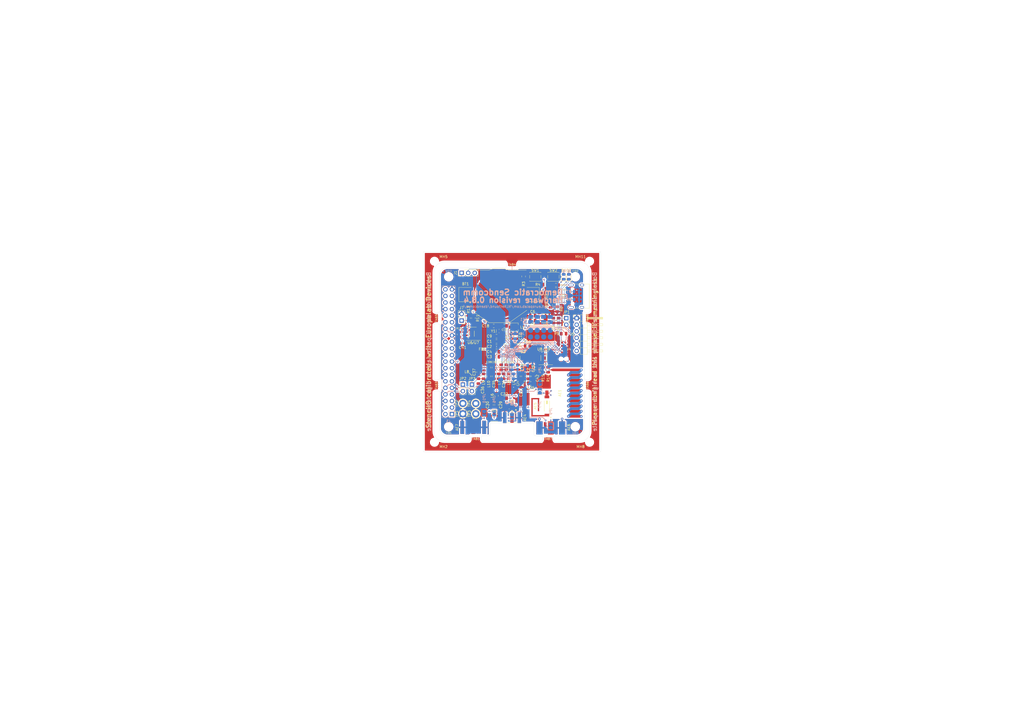
<source format=kicad_pcb>
(kicad_pcb (version 20171130) (host pcbnew 5.1.5+dfsg1-2build2)

  (general
    (thickness 1.6)
    (drawings 102)
    (tracks 785)
    (zones 0)
    (modules 125)
    (nets 135)
  )

  (page A3)
  (title_block
    (title "Democratic Sendcomm")
    (date 2020-10-20)
    (rev 0.8.4)
    (company "Europalab Devices")
    (comment 1 "Copyright © 2020, Europalab Devices")
    (comment 2 "Fulfilling requirements of 20200210")
    (comment 3 "Pending quality assurance testing")
    (comment 4 "Release revision for manufacturing")
  )

  (layers
    (0 F.Cu signal)
    (1 In1.Cu signal)
    (2 In2.Cu signal)
    (31 B.Cu signal)
    (34 B.Paste user)
    (35 F.Paste user)
    (36 B.SilkS user)
    (37 F.SilkS user)
    (38 B.Mask user)
    (39 F.Mask user)
    (40 Dwgs.User user)
    (41 Cmts.User user)
    (44 Edge.Cuts user)
    (45 Margin user)
    (46 B.CrtYd user)
    (47 F.CrtYd user)
    (48 B.Fab user)
    (49 F.Fab user)
  )

  (setup
    (last_trace_width 0.09)
    (user_trace_width 0.1016)
    (user_trace_width 0.127)
    (user_trace_width 0.2)
    (trace_clearance 0.09)
    (zone_clearance 0.508)
    (zone_45_only no)
    (trace_min 0.09)
    (via_size 0.356)
    (via_drill 0.2)
    (via_min_size 0.356)
    (via_min_drill 0.2)
    (user_via 0.45 0.2)
    (user_via 0.6 0.3)
    (uvia_size 0.45)
    (uvia_drill 0.1)
    (uvias_allowed no)
    (uvia_min_size 0.45)
    (uvia_min_drill 0.1)
    (edge_width 0.1)
    (segment_width 0.1)
    (pcb_text_width 0.25)
    (pcb_text_size 1 1)
    (mod_edge_width 0.15)
    (mod_text_size 1 1)
    (mod_text_width 0.15)
    (pad_size 2.5 2.5)
    (pad_drill 2.5)
    (pad_to_mask_clearance 0)
    (aux_axis_origin 0 0)
    (visible_elements 7FFFFFFF)
    (pcbplotparams
      (layerselection 0x313fc_ffffffff)
      (usegerberextensions true)
      (usegerberattributes false)
      (usegerberadvancedattributes false)
      (creategerberjobfile false)
      (excludeedgelayer true)
      (linewidth 0.150000)
      (plotframeref false)
      (viasonmask false)
      (mode 1)
      (useauxorigin false)
      (hpglpennumber 1)
      (hpglpenspeed 20)
      (hpglpendiameter 15.000000)
      (psnegative false)
      (psa4output false)
      (plotreference true)
      (plotvalue true)
      (plotinvisibletext false)
      (padsonsilk false)
      (subtractmaskfromsilk false)
      (outputformat 1)
      (mirror false)
      (drillshape 0)
      (scaleselection 1)
      (outputdirectory "fabsingle"))
  )

  (net 0 "")
  (net 1 GND)
  (net 2 "Net-(AE1-Pad1)")
  (net 3 /Sheet5F53D5B4/RFSWPWR)
  (net 4 "Net-(C8-Pad1)")
  (net 5 /Sheet5F53D5B4/POWAMP)
  (net 6 "Net-(C13-Pad1)")
  (net 7 /Sheet5F53D5B4/HFOUT)
  (net 8 +3V3)
  (net 9 "Net-(C29-Pad1)")
  (net 10 /Sheet5F53D5B4/UART_RX)
  (net 11 /Sheet5F53D5B4/UART_TX)
  (net 12 /Sheet5F53D5B4/HPOUT)
  (net 13 /Sheet5F53D5B4/HFIN)
  (net 14 /Sheet5F53D5B4/BANDSEL)
  (net 15 "Net-(XC1-Pad1)")
  (net 16 "Net-(BT1-Pad1)")
  (net 17 /Sheet5F53D5B4/USB_BUS)
  (net 18 "Net-(C33-Pad1)")
  (net 19 "Net-(C34-Pad1)")
  (net 20 /Sheet5F53D5B4/CMDRST)
  (net 21 "Net-(D1-Pad2)")
  (net 22 "Net-(D1-Pad1)")
  (net 23 "Net-(D2-Pad1)")
  (net 24 "Net-(D2-Pad2)")
  (net 25 /Sheet5F53D5B4/USB_P)
  (net 26 /Sheet5F53D5B4/USB_N)
  (net 27 /Sheet60040980/ID_SD)
  (net 28 /Sheet60040980/ID_SC)
  (net 29 /Sheet5F53D5B4/SWDCLK)
  (net 30 "Net-(J3-Pad7)")
  (net 31 "Net-(J3-Pad8)")
  (net 32 "Net-(J4-Pad6)")
  (net 33 /Sheet5F53D5B4/CN_VBAT)
  (net 34 /Sheet5F53D5B4/I2C_SCL)
  (net 35 /Sheet5F53D5B4/I2C_SDA)
  (net 36 "Net-(TP3-Pad1)")
  (net 37 "Net-(TP4-Pad1)")
  (net 38 /Sheet5F53D5B4/XCEIV)
  (net 39 /Sheet5F53D5B4/CRYSTAL_XIN-RESERVED)
  (net 40 /Sheet5F53D5B4/CRYSTAL_XOUT-RESERVED)
  (net 41 "Net-(AE5-Pad2)")
  (net 42 "Net-(C1-Pad1)")
  (net 43 "Net-(C7-Pad1)")
  (net 44 "Net-(C14-Pad1)")
  (net 45 "Net-(C17-Pad1)")
  (net 46 "Net-(C18-Pad2)")
  (net 47 "Net-(C19-Pad2)")
  (net 48 "Net-(C23-Pad2)")
  (net 49 "Net-(C23-Pad1)")
  (net 50 "Net-(C24-Pad1)")
  (net 51 "Net-(C24-Pad2)")
  (net 52 "Net-(C29-Pad2)")
  (net 53 "Net-(C33-Pad2)")
  (net 54 "Net-(C35-Pad2)")
  (net 55 "Net-(C40-Pad1)")
  (net 56 "Net-(J2-PadB5)")
  (net 57 "Net-(J2-PadA8)")
  (net 58 "Net-(J2-PadA5)")
  (net 59 "Net-(J2-PadB8)")
  (net 60 "Net-(J2-PadA4)")
  (net 61 "Net-(J3-Pad2)")
  (net 62 "Net-(J3-Pad3)")
  (net 63 "Net-(J3-Pad4)")
  (net 64 "Net-(J3-Pad5)")
  (net 65 "Net-(J3-Pad10)")
  (net 66 "Net-(J3-Pad11)")
  (net 67 "Net-(J3-Pad12)")
  (net 68 "Net-(J3-Pad13)")
  (net 69 "Net-(J3-Pad15)")
  (net 70 "Net-(J3-Pad16)")
  (net 71 "Net-(J3-Pad18)")
  (net 72 "Net-(J3-Pad19)")
  (net 73 "Net-(J3-Pad21)")
  (net 74 "Net-(J3-Pad22)")
  (net 75 "Net-(J3-Pad23)")
  (net 76 "Net-(J3-Pad24)")
  (net 77 "Net-(J3-Pad26)")
  (net 78 "Net-(J3-Pad29)")
  (net 79 "Net-(J3-Pad31)")
  (net 80 "Net-(J3-Pad32)")
  (net 81 "Net-(J3-Pad33)")
  (net 82 "Net-(J3-Pad35)")
  (net 83 "Net-(J3-Pad36)")
  (net 84 "Net-(J3-Pad37)")
  (net 85 "Net-(J3-Pad38)")
  (net 86 "Net-(J3-Pad40)")
  (net 87 "Net-(J4-Pad7)")
  (net 88 "Net-(J4-Pad8)")
  (net 89 "Net-(J5-Pad2)")
  (net 90 "Net-(J5-Pad3)")
  (net 91 "Net-(J5-Pad6)")
  (net 92 "Net-(J6-Pad1)")
  (net 93 "Net-(L1-Pad2)")
  (net 94 "Net-(R3-Pad1)")
  (net 95 "Net-(R4-Pad1)")
  (net 96 "Net-(R4-Pad2)")
  (net 97 "Net-(U2-Pad5)")
  (net 98 "Net-(U3-PadG1)")
  (net 99 "Net-(U3-PadH1)")
  (net 100 "Net-(U3-PadE3)")
  (net 101 "Net-(U3-PadB4)")
  (net 102 "Net-(U3-PadE4)")
  (net 103 "Net-(U3-PadF4)")
  (net 104 "Net-(U3-PadE5)")
  (net 105 "Net-(U3-PadH6)")
  (net 106 "Net-(U3-PadC7)")
  (net 107 "Net-(U3-PadD7)")
  (net 108 "Net-(U3-PadH7)")
  (net 109 "Net-(U3-PadD8)")
  (net 110 "Net-(U5-Pad3)")
  (net 111 "Net-(U5-Pad4)")
  (net 112 "Net-(U8-Pad7)")
  (net 113 "Net-(U8-Pad3)")
  (net 114 "Net-(U8-Pad2)")
  (net 115 "Net-(U8-Pad1)")
  (net 116 "Net-(U9-Pad1)")
  (net 117 "Net-(U9-Pad2)")
  (net 118 "Net-(U9-Pad3)")
  (net 119 "Net-(U9-Pad7)")
  (net 120 /Sheet5F53D5B4/SWDIO)
  (net 121 "Net-(AE2-Pad1)")
  (net 122 "Net-(AE4-Pad1)")
  (net 123 "Net-(AE5-Pad1)")
  (net 124 "Net-(AE6-Pad1)")
  (net 125 "Net-(AE7-Pad1)")
  (net 126 "Net-(JP10-Pad1)")
  (net 127 "Net-(J6-Pad2)")
  (net 128 "Net-(J6-Pad3)")
  (net 129 "Net-(J6-Pad4)")
  (net 130 "Net-(J6-Pad5)")
  (net 131 "Net-(J6-Pad6)")
  (net 132 "Net-(J6-Pad7)")
  (net 133 "Net-(J6-Pad8)")
  (net 134 "Net-(J7-Pad1)")

  (net_class Default "This is the default net class."
    (clearance 0.09)
    (trace_width 0.09)
    (via_dia 0.356)
    (via_drill 0.2)
    (uvia_dia 0.45)
    (uvia_drill 0.1)
    (add_net +3V3)
    (add_net /Sheet5F53D5B4/BANDSEL)
    (add_net /Sheet5F53D5B4/CMDRST)
    (add_net /Sheet5F53D5B4/CN_VBAT)
    (add_net /Sheet5F53D5B4/CRYSTAL_XIN-RESERVED)
    (add_net /Sheet5F53D5B4/CRYSTAL_XOUT-RESERVED)
    (add_net /Sheet5F53D5B4/HFIN)
    (add_net /Sheet5F53D5B4/HFOUT)
    (add_net /Sheet5F53D5B4/HPOUT)
    (add_net /Sheet5F53D5B4/I2C_SCL)
    (add_net /Sheet5F53D5B4/I2C_SDA)
    (add_net /Sheet5F53D5B4/POWAMP)
    (add_net /Sheet5F53D5B4/RFSWPWR)
    (add_net /Sheet5F53D5B4/SWDCLK)
    (add_net /Sheet5F53D5B4/SWDIO)
    (add_net /Sheet5F53D5B4/UART_RX)
    (add_net /Sheet5F53D5B4/UART_TX)
    (add_net /Sheet5F53D5B4/USB_BUS)
    (add_net /Sheet5F53D5B4/USB_N)
    (add_net /Sheet5F53D5B4/USB_P)
    (add_net /Sheet5F53D5B4/XCEIV)
    (add_net /Sheet60040980/ID_SC)
    (add_net /Sheet60040980/ID_SD)
    (add_net GND)
    (add_net "Net-(AE1-Pad1)")
    (add_net "Net-(AE2-Pad1)")
    (add_net "Net-(AE4-Pad1)")
    (add_net "Net-(AE5-Pad1)")
    (add_net "Net-(AE5-Pad2)")
    (add_net "Net-(AE6-Pad1)")
    (add_net "Net-(AE7-Pad1)")
    (add_net "Net-(BT1-Pad1)")
    (add_net "Net-(C1-Pad1)")
    (add_net "Net-(C13-Pad1)")
    (add_net "Net-(C14-Pad1)")
    (add_net "Net-(C17-Pad1)")
    (add_net "Net-(C18-Pad2)")
    (add_net "Net-(C19-Pad2)")
    (add_net "Net-(C23-Pad1)")
    (add_net "Net-(C23-Pad2)")
    (add_net "Net-(C24-Pad1)")
    (add_net "Net-(C24-Pad2)")
    (add_net "Net-(C29-Pad1)")
    (add_net "Net-(C29-Pad2)")
    (add_net "Net-(C33-Pad1)")
    (add_net "Net-(C33-Pad2)")
    (add_net "Net-(C34-Pad1)")
    (add_net "Net-(C35-Pad2)")
    (add_net "Net-(C40-Pad1)")
    (add_net "Net-(C7-Pad1)")
    (add_net "Net-(C8-Pad1)")
    (add_net "Net-(D1-Pad1)")
    (add_net "Net-(D1-Pad2)")
    (add_net "Net-(D2-Pad1)")
    (add_net "Net-(D2-Pad2)")
    (add_net "Net-(J2-PadA4)")
    (add_net "Net-(J2-PadA5)")
    (add_net "Net-(J2-PadA8)")
    (add_net "Net-(J2-PadB5)")
    (add_net "Net-(J2-PadB8)")
    (add_net "Net-(J3-Pad10)")
    (add_net "Net-(J3-Pad11)")
    (add_net "Net-(J3-Pad12)")
    (add_net "Net-(J3-Pad13)")
    (add_net "Net-(J3-Pad15)")
    (add_net "Net-(J3-Pad16)")
    (add_net "Net-(J3-Pad18)")
    (add_net "Net-(J3-Pad19)")
    (add_net "Net-(J3-Pad2)")
    (add_net "Net-(J3-Pad21)")
    (add_net "Net-(J3-Pad22)")
    (add_net "Net-(J3-Pad23)")
    (add_net "Net-(J3-Pad24)")
    (add_net "Net-(J3-Pad26)")
    (add_net "Net-(J3-Pad29)")
    (add_net "Net-(J3-Pad3)")
    (add_net "Net-(J3-Pad31)")
    (add_net "Net-(J3-Pad32)")
    (add_net "Net-(J3-Pad33)")
    (add_net "Net-(J3-Pad35)")
    (add_net "Net-(J3-Pad36)")
    (add_net "Net-(J3-Pad37)")
    (add_net "Net-(J3-Pad38)")
    (add_net "Net-(J3-Pad4)")
    (add_net "Net-(J3-Pad40)")
    (add_net "Net-(J3-Pad5)")
    (add_net "Net-(J3-Pad7)")
    (add_net "Net-(J3-Pad8)")
    (add_net "Net-(J4-Pad6)")
    (add_net "Net-(J4-Pad7)")
    (add_net "Net-(J4-Pad8)")
    (add_net "Net-(J5-Pad2)")
    (add_net "Net-(J5-Pad3)")
    (add_net "Net-(J5-Pad6)")
    (add_net "Net-(J6-Pad1)")
    (add_net "Net-(J6-Pad2)")
    (add_net "Net-(J6-Pad3)")
    (add_net "Net-(J6-Pad4)")
    (add_net "Net-(J6-Pad5)")
    (add_net "Net-(J6-Pad6)")
    (add_net "Net-(J6-Pad7)")
    (add_net "Net-(J6-Pad8)")
    (add_net "Net-(J7-Pad1)")
    (add_net "Net-(JP10-Pad1)")
    (add_net "Net-(L1-Pad2)")
    (add_net "Net-(R3-Pad1)")
    (add_net "Net-(R4-Pad1)")
    (add_net "Net-(R4-Pad2)")
    (add_net "Net-(TP3-Pad1)")
    (add_net "Net-(TP4-Pad1)")
    (add_net "Net-(U2-Pad5)")
    (add_net "Net-(U3-PadB4)")
    (add_net "Net-(U3-PadC7)")
    (add_net "Net-(U3-PadD7)")
    (add_net "Net-(U3-PadD8)")
    (add_net "Net-(U3-PadE3)")
    (add_net "Net-(U3-PadE4)")
    (add_net "Net-(U3-PadE5)")
    (add_net "Net-(U3-PadF4)")
    (add_net "Net-(U3-PadG1)")
    (add_net "Net-(U3-PadH1)")
    (add_net "Net-(U3-PadH6)")
    (add_net "Net-(U3-PadH7)")
    (add_net "Net-(U5-Pad3)")
    (add_net "Net-(U5-Pad4)")
    (add_net "Net-(U8-Pad1)")
    (add_net "Net-(U8-Pad2)")
    (add_net "Net-(U8-Pad3)")
    (add_net "Net-(U8-Pad7)")
    (add_net "Net-(U9-Pad1)")
    (add_net "Net-(U9-Pad2)")
    (add_net "Net-(U9-Pad3)")
    (add_net "Net-(U9-Pad7)")
    (add_net "Net-(XC1-Pad1)")
  )

  (net_class Power ""
    (clearance 0.2)
    (trace_width 0.5)
    (via_dia 1)
    (via_drill 0.7)
    (uvia_dia 0.5)
    (uvia_drill 0.1)
  )

  (module Elabdev:TFBGA-64_8x8_6.0x6.0mm_P0.65mm (layer F.Cu) (tedit 5F6BA77A) (tstamp 5F68786E)
    (at 210 148)
    (path /5F53D5B5/6052EF69)
    (solder_mask_margin 0.025)
    (clearance 0.0508)
    (attr smd)
    (fp_text reference U3 (at 4.25 0) (layer F.SilkS)
      (effects (font (size 1 1) (thickness 0.15)))
    )
    (fp_text value ATSAMR34 (at 0 4) (layer F.Fab)
      (effects (font (size 1 1) (thickness 0.15)))
    )
    (fp_line (start -2 -3) (end -3 -2) (layer F.Fab) (width 0.1))
    (fp_line (start -3 -2) (end -3 3) (layer F.Fab) (width 0.1))
    (fp_line (start -3 3) (end 3 3) (layer F.Fab) (width 0.1))
    (fp_line (start 3 3) (end 3 -3) (layer F.Fab) (width 0.1))
    (fp_line (start 3 -3) (end -2 -3) (layer F.Fab) (width 0.1))
    (fp_line (start 1.62 -3.12) (end 3.12 -3.12) (layer F.SilkS) (width 0.12))
    (fp_line (start 3.12 -3.12) (end 3.12 -1.62) (layer F.SilkS) (width 0.12))
    (fp_line (start 1.62 -3.12) (end 3.12 -3.12) (layer F.SilkS) (width 0.12))
    (fp_line (start 3.12 -3.12) (end 3.12 -1.62) (layer F.SilkS) (width 0.12))
    (fp_line (start 1.62 3.12) (end 3.12 3.12) (layer F.SilkS) (width 0.12))
    (fp_line (start 3.12 3.12) (end 3.12 1.62) (layer F.SilkS) (width 0.12))
    (fp_line (start 1.62 -3.12) (end 3.12 -3.12) (layer F.SilkS) (width 0.12))
    (fp_line (start 3.12 -3.12) (end 3.12 -1.62) (layer F.SilkS) (width 0.12))
    (fp_line (start -1.62 3.12) (end -3.12 3.12) (layer F.SilkS) (width 0.12))
    (fp_line (start -3.12 3.12) (end -3.12 1.62) (layer F.SilkS) (width 0.12))
    (fp_line (start -1.62 -3.12) (end -2 -3.12) (layer F.SilkS) (width 0.12))
    (fp_line (start -2 -3.12) (end -3.12 -2) (layer F.SilkS) (width 0.12))
    (fp_line (start -3.12 -2) (end -3.12 -1.62) (layer F.SilkS) (width 0.12))
    (fp_circle (center -3 -3) (end -3 -2.9) (layer F.SilkS) (width 0.2))
    (fp_line (start -4 -4) (end 4 -4) (layer F.CrtYd) (width 0.05))
    (fp_line (start 4 -4) (end 4 4) (layer F.CrtYd) (width 0.05))
    (fp_line (start 4 4) (end -4 4) (layer F.CrtYd) (width 0.05))
    (fp_line (start -4 4) (end -4 -4) (layer F.CrtYd) (width 0.05))
    (pad A1 smd circle (at -2.275 -2.275) (size 0.32 0.32) (layers F.Cu F.Paste F.Mask)
      (net 13 /Sheet5F53D5B4/HFIN))
    (pad B1 smd circle (at -2.275 -1.625) (size 0.32 0.32) (layers F.Cu F.Paste F.Mask)
      (net 7 /Sheet5F53D5B4/HFOUT))
    (pad C1 smd circle (at -2.275 -0.975) (size 0.32 0.32) (layers F.Cu F.Paste F.Mask)
      (net 42 "Net-(C1-Pad1)"))
    (pad D1 smd circle (at -2.275 -0.325) (size 0.32 0.32) (layers F.Cu F.Paste F.Mask)
      (net 5 /Sheet5F53D5B4/POWAMP))
    (pad E1 smd circle (at -2.275 0.325) (size 0.32 0.32) (layers F.Cu F.Paste F.Mask)
      (net 1 GND))
    (pad F1 smd circle (at -2.275 0.975) (size 0.32 0.32) (layers F.Cu F.Paste F.Mask)
      (net 12 /Sheet5F53D5B4/HPOUT))
    (pad G1 smd circle (at -2.275 1.625) (size 0.32 0.32) (layers F.Cu F.Paste F.Mask)
      (net 98 "Net-(U3-PadG1)"))
    (pad H1 smd circle (at -2.275 2.275) (size 0.32 0.32) (layers F.Cu F.Paste F.Mask)
      (net 99 "Net-(U3-PadH1)"))
    (pad A2 smd circle (at -1.625 -2.275) (size 0.32 0.32) (layers F.Cu F.Paste F.Mask)
      (net 1 GND))
    (pad B2 smd circle (at -1.625 -1.625) (size 0.32 0.32) (layers F.Cu F.Paste F.Mask)
      (net 1 GND))
    (pad C2 smd circle (at -1.625 -0.975) (size 0.32 0.32) (layers F.Cu F.Paste F.Mask)
      (net 42 "Net-(C1-Pad1)"))
    (pad D2 smd circle (at -1.625 -0.325) (size 0.32 0.32) (layers F.Cu F.Paste F.Mask)
      (net 38 /Sheet5F53D5B4/XCEIV))
    (pad E2 smd circle (at -1.625 0.325) (size 0.32 0.32) (layers F.Cu F.Paste F.Mask)
      (net 1 GND))
    (pad F2 smd circle (at -1.625 0.975) (size 0.32 0.32) (layers F.Cu F.Paste F.Mask)
      (net 1 GND))
    (pad G2 smd circle (at -1.625 1.625) (size 0.32 0.32) (layers F.Cu F.Paste F.Mask)
      (net 1 GND))
    (pad H2 smd circle (at -1.625 2.275) (size 0.32 0.32) (layers F.Cu F.Paste F.Mask)
      (net 44 "Net-(C14-Pad1)"))
    (pad A3 smd circle (at -0.975 -2.275) (size 0.32 0.32) (layers F.Cu F.Paste F.Mask)
      (net 46 "Net-(C18-Pad2)"))
    (pad B3 smd circle (at -0.975 -1.625) (size 0.32 0.32) (layers F.Cu F.Paste F.Mask)
      (net 1 GND))
    (pad C3 smd circle (at -0.975 -0.975) (size 0.32 0.32) (layers F.Cu F.Paste F.Mask)
      (net 33 /Sheet5F53D5B4/CN_VBAT))
    (pad D3 smd circle (at -0.975 -0.325) (size 0.32 0.32) (layers F.Cu F.Paste F.Mask)
      (net 11 /Sheet5F53D5B4/UART_TX))
    (pad E3 smd circle (at -0.975 0.325) (size 0.32 0.32) (layers F.Cu F.Paste F.Mask)
      (net 100 "Net-(U3-PadE3)"))
    (pad F3 smd circle (at -0.975 0.975) (size 0.32 0.32) (layers F.Cu F.Paste F.Mask)
      (net 17 /Sheet5F53D5B4/USB_BUS))
    (pad G3 smd circle (at -0.975 1.625) (size 0.32 0.32) (layers F.Cu F.Paste F.Mask)
      (net 1 GND))
    (pad H3 smd circle (at -0.975 2.275) (size 0.32 0.32) (layers F.Cu F.Paste F.Mask)
      (net 42 "Net-(C1-Pad1)"))
    (pad A4 smd circle (at -0.325 -2.275) (size 0.32 0.32) (layers F.Cu F.Paste F.Mask)
      (net 47 "Net-(C19-Pad2)"))
    (pad B4 smd circle (at -0.325 -1.625) (size 0.32 0.32) (layers F.Cu F.Paste F.Mask)
      (net 101 "Net-(U3-PadB4)"))
    (pad C4 smd circle (at -0.325 -0.975) (size 0.32 0.32) (layers F.Cu F.Paste F.Mask)
      (net 10 /Sheet5F53D5B4/UART_RX))
    (pad D4 smd circle (at -0.325 -0.325) (size 0.32 0.32) (layers F.Cu F.Paste F.Mask)
      (net 1 GND))
    (pad E4 smd circle (at -0.325 0.325) (size 0.32 0.32) (layers F.Cu F.Paste F.Mask)
      (net 102 "Net-(U3-PadE4)"))
    (pad F4 smd circle (at -0.325 0.975) (size 0.32 0.32) (layers F.Cu F.Paste F.Mask)
      (net 103 "Net-(U3-PadF4)"))
    (pad G4 smd circle (at -0.325 1.625) (size 0.32 0.32) (layers F.Cu F.Paste F.Mask)
      (net 8 +3V3))
    (pad H4 smd circle (at -0.325 2.275) (size 0.32 0.32) (layers F.Cu F.Paste F.Mask)
      (net 6 "Net-(C13-Pad1)"))
    (pad A5 smd circle (at 0.325 -2.275) (size 0.32 0.32) (layers F.Cu F.Paste F.Mask)
      (net 45 "Net-(C17-Pad1)"))
    (pad B5 smd circle (at 0.325 -1.625) (size 0.32 0.32) (layers F.Cu F.Paste F.Mask)
      (net 1 GND))
    (pad C5 smd circle (at 0.325 -0.975) (size 0.32 0.32) (layers F.Cu F.Paste F.Mask)
      (net 29 /Sheet5F53D5B4/SWDCLK))
    (pad D5 smd circle (at 0.325 -0.325) (size 0.32 0.32) (layers F.Cu F.Paste F.Mask)
      (net 120 /Sheet5F53D5B4/SWDIO))
    (pad E5 smd circle (at 0.325 0.325) (size 0.32 0.32) (layers F.Cu F.Paste F.Mask)
      (net 104 "Net-(U3-PadE5)"))
    (pad F5 smd circle (at 0.325 0.975) (size 0.32 0.32) (layers F.Cu F.Paste F.Mask)
      (net 3 /Sheet5F53D5B4/RFSWPWR))
    (pad G5 smd circle (at 0.325 1.625) (size 0.32 0.32) (layers F.Cu F.Paste F.Mask)
      (net 1 GND))
    (pad H5 smd circle (at 0.325 2.275) (size 0.32 0.32) (layers F.Cu F.Paste F.Mask)
      (net 1 GND))
    (pad A6 smd circle (at 0.975 -2.275) (size 0.32 0.32) (layers F.Cu F.Paste F.Mask)
      (net 93 "Net-(L1-Pad2)"))
    (pad B6 smd circle (at 0.975 -1.625) (size 0.32 0.32) (layers F.Cu F.Paste F.Mask)
      (net 20 /Sheet5F53D5B4/CMDRST))
    (pad C6 smd circle (at 0.975 -0.975) (size 0.32 0.32) (layers F.Cu F.Paste F.Mask)
      (net 95 "Net-(R4-Pad1)"))
    (pad D6 smd circle (at 0.975 -0.325) (size 0.32 0.32) (layers F.Cu F.Paste F.Mask)
      (net 1 GND))
    (pad E6 smd circle (at 0.975 0.325) (size 0.32 0.32) (layers F.Cu F.Paste F.Mask)
      (net 34 /Sheet5F53D5B4/I2C_SCL))
    (pad F6 smd circle (at 0.975 0.975) (size 0.32 0.32) (layers F.Cu F.Paste F.Mask)
      (net 14 /Sheet5F53D5B4/BANDSEL))
    (pad G6 smd circle (at 0.975 1.625) (size 0.32 0.32) (layers F.Cu F.Paste F.Mask)
      (net 1 GND))
    (pad H6 smd circle (at 0.975 2.275) (size 0.32 0.32) (layers F.Cu F.Paste F.Mask)
      (net 105 "Net-(U3-PadH6)"))
    (pad A7 smd circle (at 1.625 -2.275) (size 0.32 0.32) (layers F.Cu F.Paste F.Mask)
      (net 8 +3V3))
    (pad B7 smd circle (at 1.625 -1.625) (size 0.32 0.32) (layers F.Cu F.Paste F.Mask)
      (net 1 GND))
    (pad C7 smd circle (at 1.625 -0.975) (size 0.32 0.32) (layers F.Cu F.Paste F.Mask)
      (net 106 "Net-(U3-PadC7)"))
    (pad D7 smd circle (at 1.625 -0.325) (size 0.32 0.32) (layers F.Cu F.Paste F.Mask)
      (net 107 "Net-(U3-PadD7)"))
    (pad E7 smd circle (at 1.625 0.325) (size 0.32 0.32) (layers F.Cu F.Paste F.Mask)
      (net 22 "Net-(D1-Pad1)"))
    (pad F7 smd circle (at 1.625 0.975) (size 0.32 0.32) (layers F.Cu F.Paste F.Mask)
      (net 35 /Sheet5F53D5B4/I2C_SDA))
    (pad G7 smd circle (at 1.625 1.625) (size 0.32 0.32) (layers F.Cu F.Paste F.Mask)
      (net 1 GND))
    (pad H7 smd circle (at 1.625 2.275) (size 0.32 0.32) (layers F.Cu F.Paste F.Mask)
      (net 108 "Net-(U3-PadH7)"))
    (pad A8 smd circle (at 2.275 -2.275) (size 0.32 0.32) (layers F.Cu F.Paste F.Mask)
      (net 8 +3V3))
    (pad B8 smd circle (at 2.275 -1.625) (size 0.32 0.32) (layers F.Cu F.Paste F.Mask)
      (net 26 /Sheet5F53D5B4/USB_N))
    (pad C8 smd circle (at 2.275 -0.975) (size 0.32 0.32) (layers F.Cu F.Paste F.Mask)
      (net 25 /Sheet5F53D5B4/USB_P))
    (pad D8 smd circle (at 2.275 -0.325) (size 0.32 0.32) (layers F.Cu F.Paste F.Mask)
      (net 109 "Net-(U3-PadD8)"))
    (pad E8 smd circle (at 2.275 0.325) (size 0.32 0.32) (layers F.Cu F.Paste F.Mask)
      (net 23 "Net-(D2-Pad1)"))
    (pad F8 smd circle (at 2.275 0.975) (size 0.32 0.32) (layers F.Cu F.Paste F.Mask)
      (net 39 /Sheet5F53D5B4/CRYSTAL_XIN-RESERVED))
    (pad G8 smd circle (at 2.275 1.625) (size 0.32 0.32) (layers F.Cu F.Paste F.Mask)
      (net 40 /Sheet5F53D5B4/CRYSTAL_XOUT-RESERVED))
    (pad H8 smd circle (at 2.275 2.275) (size 0.32 0.32) (layers F.Cu F.Paste F.Mask)
      (net 8 +3V3))
    (model ${KISYS3DMOD}/Package_BGA.3dshapes/TFBGA-64_5x5mm_Layout8x8_P0.5mm.wrl
      (at (xyz 0 0 0))
      (scale (xyz 1.2 1.2 1.2))
      (rotate (xyz 0 0 0))
    )
  )

  (module Elabdev:Panel_Mousetab_25mm_Single (layer F.Cu) (tedit 5CD9E502) (tstamp 5F680FEC)
    (at 224 181.75 90)
    (path /5CD9EB0D)
    (fp_text reference TAB7 (at 0 0) (layer F.SilkS)
      (effects (font (size 0.8 0.8) (thickness 0.13)))
    )
    (fp_text value Pantab (at 0 3.5 90) (layer F.Fab)
      (effects (font (size 1 1) (thickness 0.15)))
    )
    (fp_line (start 1.25 -2.2) (end 1.25 2.2) (layer F.Fab) (width 0.15))
    (fp_line (start -1.25 -2.2) (end -1.25 2.2) (layer F.Fab) (width 0.15))
    (fp_line (start 2.1 -2.6) (end 2.1 2.6) (layer F.CrtYd) (width 0.15))
    (fp_line (start 2.1 2.6) (end -2.1 2.6) (layer F.CrtYd) (width 0.15))
    (fp_line (start -2.1 2.6) (end -2.1 -2.6) (layer F.CrtYd) (width 0.15))
    (fp_line (start -2.1 -2.6) (end 2.1 -2.6) (layer F.CrtYd) (width 0.15))
    (pad "" np_thru_hole circle (at 1.35 2 90) (size 0.5 0.5) (drill 0.5) (layers *.Cu))
    (pad "" np_thru_hole circle (at 1.35 1.2 90) (size 0.5 0.5) (drill 0.5) (layers *.Cu))
    (pad "" np_thru_hole circle (at 1.35 0.4 90) (size 0.5 0.5) (drill 0.5) (layers *.Cu))
    (pad "" np_thru_hole circle (at 1.35 -0.4 90) (size 0.5 0.5) (drill 0.5) (layers *.Cu))
    (pad "" np_thru_hole circle (at 1.35 -1.2 90) (size 0.5 0.5) (drill 0.5) (layers *.Cu))
    (pad "" np_thru_hole circle (at 1.35 -2 90) (size 0.5 0.5) (drill 0.5) (layers *.Cu))
  )

  (module Elabdev:Panel_Mousetab_25mm_Single (layer F.Cu) (tedit 5CD9E59A) (tstamp 5F4C0A71)
    (at 210 114.25 270)
    (path /5CD5C3A7)
    (fp_text reference TAB4 (at 0 0 180) (layer F.SilkS)
      (effects (font (size 0.8 0.8) (thickness 0.13)))
    )
    (fp_text value Pantab (at 0 -3.5 270) (layer F.Fab)
      (effects (font (size 1 1) (thickness 0.15)))
    )
    (fp_line (start 1.25 -2.2) (end 1.25 2.2) (layer F.Fab) (width 0.15))
    (fp_line (start -1.25 -2.2) (end -1.25 2.2) (layer F.Fab) (width 0.15))
    (fp_line (start 2.1 -2.6) (end 2.1 2.6) (layer F.CrtYd) (width 0.15))
    (fp_line (start 2.1 2.6) (end -2.1 2.6) (layer F.CrtYd) (width 0.15))
    (fp_line (start -2.1 2.6) (end -2.1 -2.6) (layer F.CrtYd) (width 0.15))
    (fp_line (start -2.1 -2.6) (end 2.1 -2.6) (layer F.CrtYd) (width 0.15))
    (pad "" np_thru_hole circle (at 1.35 2 270) (size 0.5 0.5) (drill 0.5) (layers *.Cu))
    (pad "" np_thru_hole circle (at 1.35 1.2 270) (size 0.5 0.5) (drill 0.5) (layers *.Cu))
    (pad "" np_thru_hole circle (at 1.35 0.4 270) (size 0.5 0.5) (drill 0.5) (layers *.Cu))
    (pad "" np_thru_hole circle (at 1.35 -0.4 270) (size 0.5 0.5) (drill 0.5) (layers *.Cu))
    (pad "" np_thru_hole circle (at 1.35 -1.2 270) (size 0.5 0.5) (drill 0.5) (layers *.Cu))
    (pad "" np_thru_hole circle (at 1.35 -2 270) (size 0.5 0.5) (drill 0.5) (layers *.Cu))
  )

  (module Elabdev:Panel_Mousetab_25mm_Single (layer F.Cu) (tedit 5CD9E502) (tstamp 5CE1C45C)
    (at 196 181.75 90)
    (path /5CD9EB0D)
    (fp_text reference TAB1 (at 0 0) (layer F.SilkS)
      (effects (font (size 0.8 0.8) (thickness 0.13)))
    )
    (fp_text value Pantab (at 0 3.5 90) (layer F.Fab)
      (effects (font (size 1 1) (thickness 0.15)))
    )
    (fp_line (start -2.1 -2.6) (end 2.1 -2.6) (layer F.CrtYd) (width 0.15))
    (fp_line (start -2.1 2.6) (end -2.1 -2.6) (layer F.CrtYd) (width 0.15))
    (fp_line (start 2.1 2.6) (end -2.1 2.6) (layer F.CrtYd) (width 0.15))
    (fp_line (start 2.1 -2.6) (end 2.1 2.6) (layer F.CrtYd) (width 0.15))
    (fp_line (start -1.25 -2.2) (end -1.25 2.2) (layer F.Fab) (width 0.15))
    (fp_line (start 1.25 -2.2) (end 1.25 2.2) (layer F.Fab) (width 0.15))
    (pad "" np_thru_hole circle (at 1.35 -2 90) (size 0.5 0.5) (drill 0.5) (layers *.Cu))
    (pad "" np_thru_hole circle (at 1.35 -1.2 90) (size 0.5 0.5) (drill 0.5) (layers *.Cu))
    (pad "" np_thru_hole circle (at 1.35 -0.4 90) (size 0.5 0.5) (drill 0.5) (layers *.Cu))
    (pad "" np_thru_hole circle (at 1.35 0.4 90) (size 0.5 0.5) (drill 0.5) (layers *.Cu))
    (pad "" np_thru_hole circle (at 1.35 1.2 90) (size 0.5 0.5) (drill 0.5) (layers *.Cu))
    (pad "" np_thru_hole circle (at 1.35 2 90) (size 0.5 0.5) (drill 0.5) (layers *.Cu))
  )

  (module Elabdev:Panel_Mousetab_25mm_Single (layer F.Cu) (tedit 5CD5AA6C) (tstamp 5F4C1007)
    (at 180.75 161)
    (path /5CD5C074)
    (fp_text reference TAB2 (at 0 0 90) (layer F.SilkS)
      (effects (font (size 0.8 0.8) (thickness 0.13)))
    )
    (fp_text value Pantab (at -2.5 0 -270) (layer F.Fab)
      (effects (font (size 1 1) (thickness 0.15)))
    )
    (fp_line (start -2.1 -2.6) (end 2.1 -2.6) (layer F.CrtYd) (width 0.15))
    (fp_line (start -2.1 2.6) (end -2.1 -2.6) (layer F.CrtYd) (width 0.15))
    (fp_line (start 2.1 2.6) (end -2.1 2.6) (layer F.CrtYd) (width 0.15))
    (fp_line (start 2.1 -2.6) (end 2.1 2.6) (layer F.CrtYd) (width 0.15))
    (fp_line (start -1.25 -2.2) (end -1.25 2.2) (layer F.Fab) (width 0.15))
    (fp_line (start 1.25 -2.2) (end 1.25 2.2) (layer F.Fab) (width 0.15))
    (pad "" np_thru_hole circle (at 1.35 -2) (size 0.5 0.5) (drill 0.5) (layers *.Cu))
    (pad "" np_thru_hole circle (at 1.35 -1.2) (size 0.5 0.5) (drill 0.5) (layers *.Cu))
    (pad "" np_thru_hole circle (at 1.35 -0.4) (size 0.5 0.5) (drill 0.5) (layers *.Cu))
    (pad "" np_thru_hole circle (at 1.35 0.4) (size 0.5 0.5) (drill 0.5) (layers *.Cu))
    (pad "" np_thru_hole circle (at 1.35 1.2) (size 0.5 0.5) (drill 0.5) (layers *.Cu))
    (pad "" np_thru_hole circle (at 1.35 2) (size 0.5 0.5) (drill 0.5) (layers *.Cu))
  )

  (module Elabdev:Panel_Mousetab_25mm_Single (layer F.Cu) (tedit 5CD5AA6C) (tstamp 5F4C1047)
    (at 180.75 135)
    (path /5CD5C074)
    (fp_text reference TAB3 (at 0 0 90) (layer F.SilkS)
      (effects (font (size 0.8 0.8) (thickness 0.13)))
    )
    (fp_text value Pantab (at -2.5 0 -270) (layer F.Fab)
      (effects (font (size 1 1) (thickness 0.15)))
    )
    (fp_line (start 1.25 -2.2) (end 1.25 2.2) (layer F.Fab) (width 0.15))
    (fp_line (start -1.25 -2.2) (end -1.25 2.2) (layer F.Fab) (width 0.15))
    (fp_line (start 2.1 -2.6) (end 2.1 2.6) (layer F.CrtYd) (width 0.15))
    (fp_line (start 2.1 2.6) (end -2.1 2.6) (layer F.CrtYd) (width 0.15))
    (fp_line (start -2.1 2.6) (end -2.1 -2.6) (layer F.CrtYd) (width 0.15))
    (fp_line (start -2.1 -2.6) (end 2.1 -2.6) (layer F.CrtYd) (width 0.15))
    (pad "" np_thru_hole circle (at 1.35 2) (size 0.5 0.5) (drill 0.5) (layers *.Cu))
    (pad "" np_thru_hole circle (at 1.35 1.2) (size 0.5 0.5) (drill 0.5) (layers *.Cu))
    (pad "" np_thru_hole circle (at 1.35 0.4) (size 0.5 0.5) (drill 0.5) (layers *.Cu))
    (pad "" np_thru_hole circle (at 1.35 -0.4) (size 0.5 0.5) (drill 0.5) (layers *.Cu))
    (pad "" np_thru_hole circle (at 1.35 -1.2) (size 0.5 0.5) (drill 0.5) (layers *.Cu))
    (pad "" np_thru_hole circle (at 1.35 -2) (size 0.5 0.5) (drill 0.5) (layers *.Cu))
  )

  (module Elabdev:Panel_Mousetab_25mm_Single (layer F.Cu) (tedit 5CD5AA6C) (tstamp 5F4C108A)
    (at 239.25 135 180)
    (path /5CD5C074)
    (fp_text reference TAB5 (at 0 0 90) (layer F.SilkS)
      (effects (font (size 0.8 0.8) (thickness 0.13)))
    )
    (fp_text value Pantab (at -2.5 0 90) (layer F.Fab)
      (effects (font (size 1 1) (thickness 0.15)))
    )
    (fp_line (start 1.25 -2.2) (end 1.25 2.2) (layer F.Fab) (width 0.15))
    (fp_line (start -1.25 -2.2) (end -1.25 2.2) (layer F.Fab) (width 0.15))
    (fp_line (start 2.1 -2.6) (end 2.1 2.6) (layer F.CrtYd) (width 0.15))
    (fp_line (start 2.1 2.6) (end -2.1 2.6) (layer F.CrtYd) (width 0.15))
    (fp_line (start -2.1 2.6) (end -2.1 -2.6) (layer F.CrtYd) (width 0.15))
    (fp_line (start -2.1 -2.6) (end 2.1 -2.6) (layer F.CrtYd) (width 0.15))
    (pad "" np_thru_hole circle (at 1.35 2 180) (size 0.5 0.5) (drill 0.5) (layers *.Cu))
    (pad "" np_thru_hole circle (at 1.35 1.2 180) (size 0.5 0.5) (drill 0.5) (layers *.Cu))
    (pad "" np_thru_hole circle (at 1.35 0.4 180) (size 0.5 0.5) (drill 0.5) (layers *.Cu))
    (pad "" np_thru_hole circle (at 1.35 -0.4 180) (size 0.5 0.5) (drill 0.5) (layers *.Cu))
    (pad "" np_thru_hole circle (at 1.35 -1.2 180) (size 0.5 0.5) (drill 0.5) (layers *.Cu))
    (pad "" np_thru_hole circle (at 1.35 -2 180) (size 0.5 0.5) (drill 0.5) (layers *.Cu))
  )

  (module Elabdev:Panel_Mousetab_25mm_Single (layer F.Cu) (tedit 5CD5AA6C) (tstamp 5F4C1067)
    (at 239.25 161 180)
    (path /5CD5C074)
    (fp_text reference TAB6 (at 0 0 90) (layer F.SilkS)
      (effects (font (size 0.8 0.8) (thickness 0.13)))
    )
    (fp_text value Pantab (at -2.5 0 90) (layer F.Fab)
      (effects (font (size 1 1) (thickness 0.15)))
    )
    (fp_line (start -2.1 -2.6) (end 2.1 -2.6) (layer F.CrtYd) (width 0.15))
    (fp_line (start -2.1 2.6) (end -2.1 -2.6) (layer F.CrtYd) (width 0.15))
    (fp_line (start 2.1 2.6) (end -2.1 2.6) (layer F.CrtYd) (width 0.15))
    (fp_line (start 2.1 -2.6) (end 2.1 2.6) (layer F.CrtYd) (width 0.15))
    (fp_line (start -1.25 -2.2) (end -1.25 2.2) (layer F.Fab) (width 0.15))
    (fp_line (start 1.25 -2.2) (end 1.25 2.2) (layer F.Fab) (width 0.15))
    (pad "" np_thru_hole circle (at 1.35 -2 180) (size 0.5 0.5) (drill 0.5) (layers *.Cu))
    (pad "" np_thru_hole circle (at 1.35 -1.2 180) (size 0.5 0.5) (drill 0.5) (layers *.Cu))
    (pad "" np_thru_hole circle (at 1.35 -0.4 180) (size 0.5 0.5) (drill 0.5) (layers *.Cu))
    (pad "" np_thru_hole circle (at 1.35 0.4 180) (size 0.5 0.5) (drill 0.5) (layers *.Cu))
    (pad "" np_thru_hole circle (at 1.35 1.2 180) (size 0.5 0.5) (drill 0.5) (layers *.Cu))
    (pad "" np_thru_hole circle (at 1.35 2 180) (size 0.5 0.5) (drill 0.5) (layers *.Cu))
  )

  (module Connector_PinSocket_2.54mm:PinSocket_2x20_P2.54mm_Vertical (layer B.Cu) (tedit 5A19A433) (tstamp 5F683F15)
    (at 186.77 172.13)
    (descr "Through hole straight socket strip, 2x20, 2.54mm pitch, double cols (from Kicad 4.0.7), script generated")
    (tags "Through hole socket strip THT 2x20 2.54mm double row")
    (path /60040981/5F6A7FD9)
    (fp_text reference J3 (at -1.27 2.77) (layer B.SilkS)
      (effects (font (size 1 1) (thickness 0.15)) (justify mirror))
    )
    (fp_text value RPIHAT-40W (at -1.27 -51.03) (layer B.Fab)
      (effects (font (size 1 1) (thickness 0.15)) (justify mirror))
    )
    (fp_line (start -3.81 1.27) (end 0.27 1.27) (layer B.Fab) (width 0.1))
    (fp_line (start 0.27 1.27) (end 1.27 0.27) (layer B.Fab) (width 0.1))
    (fp_line (start 1.27 0.27) (end 1.27 -49.53) (layer B.Fab) (width 0.1))
    (fp_line (start 1.27 -49.53) (end -3.81 -49.53) (layer B.Fab) (width 0.1))
    (fp_line (start -3.81 -49.53) (end -3.81 1.27) (layer B.Fab) (width 0.1))
    (fp_line (start -3.87 1.33) (end -1.27 1.33) (layer B.SilkS) (width 0.12))
    (fp_line (start -3.87 1.33) (end -3.87 -49.59) (layer B.SilkS) (width 0.12))
    (fp_line (start -3.87 -49.59) (end 1.33 -49.59) (layer B.SilkS) (width 0.12))
    (fp_line (start 1.33 -1.27) (end 1.33 -49.59) (layer B.SilkS) (width 0.12))
    (fp_line (start -1.27 -1.27) (end 1.33 -1.27) (layer B.SilkS) (width 0.12))
    (fp_line (start -1.27 1.33) (end -1.27 -1.27) (layer B.SilkS) (width 0.12))
    (fp_line (start 1.33 1.33) (end 1.33 0) (layer B.SilkS) (width 0.12))
    (fp_line (start 0 1.33) (end 1.33 1.33) (layer B.SilkS) (width 0.12))
    (fp_line (start -4.34 1.8) (end 1.76 1.8) (layer B.CrtYd) (width 0.05))
    (fp_line (start 1.76 1.8) (end 1.76 -50) (layer B.CrtYd) (width 0.05))
    (fp_line (start 1.76 -50) (end -4.34 -50) (layer B.CrtYd) (width 0.05))
    (fp_line (start -4.34 -50) (end -4.34 1.8) (layer B.CrtYd) (width 0.05))
    (fp_text user %R (at -1.27 -24.13 -90) (layer B.Fab)
      (effects (font (size 1 1) (thickness 0.15)) (justify mirror))
    )
    (pad 1 thru_hole rect (at 0 0) (size 1.7 1.7) (drill 1) (layers *.Cu *.Mask)
      (net 8 +3V3))
    (pad 2 thru_hole oval (at -2.54 0) (size 1.7 1.7) (drill 1) (layers *.Cu *.Mask)
      (net 61 "Net-(J3-Pad2)"))
    (pad 3 thru_hole oval (at 0 -2.54) (size 1.7 1.7) (drill 1) (layers *.Cu *.Mask)
      (net 62 "Net-(J3-Pad3)"))
    (pad 4 thru_hole oval (at -2.54 -2.54) (size 1.7 1.7) (drill 1) (layers *.Cu *.Mask)
      (net 63 "Net-(J3-Pad4)"))
    (pad 5 thru_hole oval (at 0 -5.08) (size 1.7 1.7) (drill 1) (layers *.Cu *.Mask)
      (net 64 "Net-(J3-Pad5)"))
    (pad 6 thru_hole oval (at -2.54 -5.08) (size 1.7 1.7) (drill 1) (layers *.Cu *.Mask)
      (net 1 GND))
    (pad 7 thru_hole oval (at 0 -7.62) (size 1.7 1.7) (drill 1) (layers *.Cu *.Mask)
      (net 30 "Net-(J3-Pad7)"))
    (pad 8 thru_hole oval (at -2.54 -7.62) (size 1.7 1.7) (drill 1) (layers *.Cu *.Mask)
      (net 31 "Net-(J3-Pad8)"))
    (pad 9 thru_hole oval (at 0 -10.16) (size 1.7 1.7) (drill 1) (layers *.Cu *.Mask)
      (net 1 GND))
    (pad 10 thru_hole oval (at -2.54 -10.16) (size 1.7 1.7) (drill 1) (layers *.Cu *.Mask)
      (net 65 "Net-(J3-Pad10)"))
    (pad 11 thru_hole oval (at 0 -12.7) (size 1.7 1.7) (drill 1) (layers *.Cu *.Mask)
      (net 66 "Net-(J3-Pad11)"))
    (pad 12 thru_hole oval (at -2.54 -12.7) (size 1.7 1.7) (drill 1) (layers *.Cu *.Mask)
      (net 67 "Net-(J3-Pad12)"))
    (pad 13 thru_hole oval (at 0 -15.24) (size 1.7 1.7) (drill 1) (layers *.Cu *.Mask)
      (net 68 "Net-(J3-Pad13)"))
    (pad 14 thru_hole oval (at -2.54 -15.24) (size 1.7 1.7) (drill 1) (layers *.Cu *.Mask)
      (net 1 GND))
    (pad 15 thru_hole oval (at 0 -17.78) (size 1.7 1.7) (drill 1) (layers *.Cu *.Mask)
      (net 69 "Net-(J3-Pad15)"))
    (pad 16 thru_hole oval (at -2.54 -17.78) (size 1.7 1.7) (drill 1) (layers *.Cu *.Mask)
      (net 70 "Net-(J3-Pad16)"))
    (pad 17 thru_hole oval (at 0 -20.32) (size 1.7 1.7) (drill 1) (layers *.Cu *.Mask)
      (net 8 +3V3))
    (pad 18 thru_hole oval (at -2.54 -20.32) (size 1.7 1.7) (drill 1) (layers *.Cu *.Mask)
      (net 71 "Net-(J3-Pad18)"))
    (pad 19 thru_hole oval (at 0 -22.86) (size 1.7 1.7) (drill 1) (layers *.Cu *.Mask)
      (net 72 "Net-(J3-Pad19)"))
    (pad 20 thru_hole oval (at -2.54 -22.86) (size 1.7 1.7) (drill 1) (layers *.Cu *.Mask)
      (net 1 GND))
    (pad 21 thru_hole oval (at 0 -25.4) (size 1.7 1.7) (drill 1) (layers *.Cu *.Mask)
      (net 73 "Net-(J3-Pad21)"))
    (pad 22 thru_hole oval (at -2.54 -25.4) (size 1.7 1.7) (drill 1) (layers *.Cu *.Mask)
      (net 74 "Net-(J3-Pad22)"))
    (pad 23 thru_hole oval (at 0 -27.94) (size 1.7 1.7) (drill 1) (layers *.Cu *.Mask)
      (net 75 "Net-(J3-Pad23)"))
    (pad 24 thru_hole oval (at -2.54 -27.94) (size 1.7 1.7) (drill 1) (layers *.Cu *.Mask)
      (net 76 "Net-(J3-Pad24)"))
    (pad 25 thru_hole oval (at 0 -30.48) (size 1.7 1.7) (drill 1) (layers *.Cu *.Mask)
      (net 1 GND))
    (pad 26 thru_hole oval (at -2.54 -30.48) (size 1.7 1.7) (drill 1) (layers *.Cu *.Mask)
      (net 77 "Net-(J3-Pad26)"))
    (pad 27 thru_hole oval (at 0 -33.02) (size 1.7 1.7) (drill 1) (layers *.Cu *.Mask)
      (net 27 /Sheet60040980/ID_SD))
    (pad 28 thru_hole oval (at -2.54 -33.02) (size 1.7 1.7) (drill 1) (layers *.Cu *.Mask)
      (net 28 /Sheet60040980/ID_SC))
    (pad 29 thru_hole oval (at 0 -35.56) (size 1.7 1.7) (drill 1) (layers *.Cu *.Mask)
      (net 78 "Net-(J3-Pad29)"))
    (pad 30 thru_hole oval (at -2.54 -35.56) (size 1.7 1.7) (drill 1) (layers *.Cu *.Mask)
      (net 1 GND))
    (pad 31 thru_hole oval (at 0 -38.1) (size 1.7 1.7) (drill 1) (layers *.Cu *.Mask)
      (net 79 "Net-(J3-Pad31)"))
    (pad 32 thru_hole oval (at -2.54 -38.1) (size 1.7 1.7) (drill 1) (layers *.Cu *.Mask)
      (net 80 "Net-(J3-Pad32)"))
    (pad 33 thru_hole oval (at 0 -40.64) (size 1.7 1.7) (drill 1) (layers *.Cu *.Mask)
      (net 81 "Net-(J3-Pad33)"))
    (pad 34 thru_hole oval (at -2.54 -40.64) (size 1.7 1.7) (drill 1) (layers *.Cu *.Mask)
      (net 1 GND))
    (pad 35 thru_hole oval (at 0 -43.18) (size 1.7 1.7) (drill 1) (layers *.Cu *.Mask)
      (net 82 "Net-(J3-Pad35)"))
    (pad 36 thru_hole oval (at -2.54 -43.18) (size 1.7 1.7) (drill 1) (layers *.Cu *.Mask)
      (net 83 "Net-(J3-Pad36)"))
    (pad 37 thru_hole oval (at 0 -45.72) (size 1.7 1.7) (drill 1) (layers *.Cu *.Mask)
      (net 84 "Net-(J3-Pad37)"))
    (pad 38 thru_hole oval (at -2.54 -45.72) (size 1.7 1.7) (drill 1) (layers *.Cu *.Mask)
      (net 85 "Net-(J3-Pad38)"))
    (pad 39 thru_hole oval (at 0 -48.26) (size 1.7 1.7) (drill 1) (layers *.Cu *.Mask)
      (net 1 GND))
    (pad 40 thru_hole oval (at -2.54 -48.26) (size 1.7 1.7) (drill 1) (layers *.Cu *.Mask)
      (net 86 "Net-(J3-Pad40)"))
    (model ${KISYS3DMOD}/Connector_PinSocket_2.54mm.3dshapes/PinSocket_2x20_P2.54mm_Vertical.wrl
      (at (xyz 0 0 0))
      (scale (xyz 1 1 1))
      (rotate (xyz 0 0 0))
    )
  )

  (module RF_Antenna:Texas_SWRA416_868MHz_915MHz (layer F.Cu) (tedit 5CF40AFD) (tstamp 5F686F31)
    (at 231 164 270)
    (descr http://www.ti.com/lit/an/swra416/swra416.pdf)
    (tags "PCB antenna")
    (path /5F5C0728/60008187)
    (attr smd)
    (fp_text reference AE1 (at 0 2.5 90) (layer F.SilkS)
      (effects (font (size 1 1) (thickness 0.15)))
    )
    (fp_text value Antenna (at 0.1 -7.6 90) (layer F.Fab)
      (effects (font (size 1 1) (thickness 0.15)))
    )
    (fp_line (start 9.7 2.1) (end 6.2 5.7) (layer Dwgs.User) (width 0.12))
    (fp_line (start 9.7 0.1) (end 4.3 5.7) (layer Dwgs.User) (width 0.12))
    (fp_line (start 9.7 -1.9) (end 2.3 5.7) (layer Dwgs.User) (width 0.12))
    (fp_line (start 9.7 -3.9) (end 0.2 5.7) (layer Dwgs.User) (width 0.12))
    (fp_line (start 9.7 -5.9) (end -1.8 5.7) (layer Dwgs.User) (width 0.12))
    (fp_line (start 8.3 -6.5) (end -3.8 5.7) (layer Dwgs.User) (width 0.12))
    (fp_line (start 6.3 -6.5) (end -5.8 5.7) (layer Dwgs.User) (width 0.12))
    (fp_line (start 4.3 -6.5) (end -7.8 5.7) (layer Dwgs.User) (width 0.12))
    (fp_line (start -9.7 5.5) (end 2.3 -6.5) (layer Dwgs.User) (width 0.12))
    (fp_line (start -9.7 3.5) (end 0.3 -6.5) (layer Dwgs.User) (width 0.12))
    (fp_line (start -9.7 1.5) (end -1.7 -6.5) (layer Dwgs.User) (width 0.12))
    (fp_line (start -9.7 -0.5) (end -3.7 -6.5) (layer Dwgs.User) (width 0.12))
    (fp_line (start -9.7 -2.5) (end -5.7 -6.5) (layer Dwgs.User) (width 0.12))
    (fp_line (start -9.7 -4.5) (end -7.7 -6.5) (layer Dwgs.User) (width 0.12))
    (fp_line (start 9.7 -6.5) (end -9.7 -6.5) (layer Dwgs.User) (width 0.15))
    (fp_line (start 9.7 5.7) (end 9.7 -6.5) (layer Dwgs.User) (width 0.15))
    (fp_line (start -9.7 5.7) (end 9.7 5.7) (layer Dwgs.User) (width 0.15))
    (fp_line (start -9.7 -6.5) (end -9.7 5.7) (layer Dwgs.User) (width 0.15))
    (fp_line (start 7 -5.8) (end 8 -4.8) (layer B.Cu) (width 1))
    (fp_line (start 8 -1.8) (end 9 -0.8) (layer B.Cu) (width 1))
    (fp_line (start 8 -4.8) (end 8 -1.8) (layer B.Cu) (width 1))
    (fp_line (start 9 -5.8) (end 9 -0.8) (layer F.Cu) (width 1))
    (fp_line (start 5 -5.8) (end 6 -4.8) (layer B.Cu) (width 1))
    (fp_line (start 6 -1.8) (end 7 -0.8) (layer B.Cu) (width 1))
    (fp_line (start 6 -4.8) (end 6 -1.8) (layer B.Cu) (width 1))
    (fp_line (start 7 -5.8) (end 7 -0.8) (layer F.Cu) (width 1))
    (fp_line (start 3 -5.8) (end 4 -4.8) (layer B.Cu) (width 1))
    (fp_line (start 4 -1.8) (end 5 -0.8) (layer B.Cu) (width 1))
    (fp_line (start 4 -4.8) (end 4 -1.8) (layer B.Cu) (width 1))
    (fp_line (start 5 -5.8) (end 5 -0.8) (layer F.Cu) (width 1))
    (fp_line (start 1 -5.8) (end 2 -4.8) (layer B.Cu) (width 1))
    (fp_line (start 2 -1.8) (end 3 -0.8) (layer B.Cu) (width 1))
    (fp_line (start 2 -4.8) (end 2 -1.8) (layer B.Cu) (width 1))
    (fp_line (start 3 -5.8) (end 3 -0.8) (layer F.Cu) (width 1))
    (fp_line (start -1 -5.8) (end 0 -4.8) (layer B.Cu) (width 1))
    (fp_line (start 0 -1.8) (end 1 -0.8) (layer B.Cu) (width 1))
    (fp_line (start 0 -4.8) (end 0 -1.8) (layer B.Cu) (width 1))
    (fp_line (start 1 -5.8) (end 1 -0.8) (layer F.Cu) (width 1))
    (fp_line (start -3 -5.8) (end -2 -4.8) (layer B.Cu) (width 1))
    (fp_line (start -2 -1.8) (end -1 -0.8) (layer B.Cu) (width 1))
    (fp_line (start -2 -4.8) (end -2 -1.8) (layer B.Cu) (width 1))
    (fp_line (start -1 -5.8) (end -1 -0.8) (layer F.Cu) (width 1))
    (fp_line (start -4 -4.8) (end -4 -1.8) (layer B.Cu) (width 1))
    (fp_line (start -5 -5.8) (end -4 -4.8) (layer B.Cu) (width 1))
    (fp_line (start -4 -1.8) (end -3 -0.8) (layer B.Cu) (width 1))
    (fp_line (start -3 -5.8) (end -3 -0.8) (layer F.Cu) (width 1))
    (fp_line (start -6 -4.8) (end -6 -1.8) (layer B.Cu) (width 1))
    (fp_line (start -7 -5.8) (end -6 -4.8) (layer B.Cu) (width 1))
    (fp_line (start -6 -1.8) (end -5 -0.8) (layer B.Cu) (width 1))
    (fp_line (start -5 -5.8) (end -5 -0.8) (layer F.Cu) (width 1))
    (fp_line (start -7 -5.8) (end -7 -0.8) (layer F.Cu) (width 1))
    (fp_line (start -9 5.2) (end -9 -5.8) (layer F.Cu) (width 1))
    (fp_line (start -9 -5.8) (end -8 -4.8) (layer B.Cu) (width 1))
    (fp_line (start -8 -4.8) (end -8 -1.8) (layer B.Cu) (width 1))
    (fp_line (start -8 -1.8) (end -7 -0.8) (layer B.Cu) (width 1))
    (fp_line (start 9.7 4.1) (end 8.2 5.7) (layer Dwgs.User) (width 0.12))
    (fp_line (start -9.9 -6.7) (end -9.9 5.9) (layer F.CrtYd) (width 0.05))
    (fp_line (start -9.9 5.9) (end 9.9 5.9) (layer F.CrtYd) (width 0.05))
    (fp_line (start 9.9 5.9) (end 9.9 -6.7) (layer F.CrtYd) (width 0.05))
    (fp_line (start 9.9 -6.7) (end -9.9 -6.7) (layer F.CrtYd) (width 0.05))
    (fp_line (start 9.9 -6.7) (end -9.9 -6.7) (layer B.CrtYd) (width 0.05))
    (fp_line (start 9.9 5.9) (end 9.9 -6.7) (layer B.CrtYd) (width 0.05))
    (fp_line (start -9.9 -6.7) (end -9.9 5.9) (layer B.CrtYd) (width 0.05))
    (fp_line (start -9.9 5.9) (end 9.9 5.9) (layer B.CrtYd) (width 0.05))
    (fp_text user "KEEP-OUT ZONE" (at 1 -2.8 90) (layer Cmts.User)
      (effects (font (size 1 1) (thickness 0.15)))
    )
    (fp_text user "No metal, traces or " (at 1 0.2 90) (layer Cmts.User)
      (effects (font (size 1 1) (thickness 0.15)))
    )
    (fp_text user "any components on" (at 1 2.2 90) (layer Cmts.User)
      (effects (font (size 1 1) (thickness 0.15)))
    )
    (fp_text user " any PCB layer." (at 1 4.2 90) (layer Cmts.User)
      (effects (font (size 1 1) (thickness 0.15)))
    )
    (fp_text user %R (at -0.4 6.6 90) (layer F.Fab)
      (effects (font (size 1 1) (thickness 0.15)))
    )
    (pad "" thru_hole circle (at 9 -0.8 90) (size 1 1) (drill 0.4) (layers *.Cu))
    (pad "" thru_hole circle (at 9 -5.8 90) (size 1 1) (drill 0.4) (layers *.Cu))
    (pad "" thru_hole circle (at 7 -5.8 90) (size 1 1) (drill 0.4) (layers *.Cu))
    (pad "" thru_hole circle (at 7 -0.8 90) (size 1 1) (drill 0.4) (layers *.Cu))
    (pad "" thru_hole circle (at 5 -0.8 90) (size 1 1) (drill 0.4) (layers *.Cu))
    (pad "" thru_hole circle (at 5 -5.8 90) (size 1 1) (drill 0.4) (layers *.Cu))
    (pad "" thru_hole circle (at 3 -0.8 90) (size 1 1) (drill 0.4) (layers *.Cu))
    (pad "" thru_hole circle (at 3 -5.8 90) (size 1 1) (drill 0.4) (layers *.Cu))
    (pad "" thru_hole circle (at 1 -5.8 90) (size 1 1) (drill 0.4) (layers *.Cu))
    (pad "" thru_hole circle (at 1 -0.8 90) (size 1 1) (drill 0.4) (layers *.Cu))
    (pad "" thru_hole circle (at -1 -0.8 90) (size 1 1) (drill 0.4) (layers *.Cu))
    (pad "" thru_hole circle (at -1 -5.8 90) (size 1 1) (drill 0.4) (layers *.Cu))
    (pad "" thru_hole circle (at -3 -5.8 90) (size 1 1) (drill 0.4) (layers *.Cu))
    (pad "" thru_hole circle (at -3 -0.8 90) (size 1 1) (drill 0.4) (layers *.Cu))
    (pad "" thru_hole circle (at -5 -0.8 90) (size 1 1) (drill 0.4) (layers *.Cu))
    (pad "" thru_hole circle (at -5 -5.8 90) (size 1 1) (drill 0.4) (layers *.Cu))
    (pad "" thru_hole circle (at -7 -5.8 90) (size 1 1) (drill 0.4) (layers *.Cu))
    (pad "" thru_hole circle (at -7 -0.8 90) (size 1 1) (drill 0.4) (layers *.Cu))
    (pad "" thru_hole circle (at -9 -5.8 90) (size 1 1) (drill 0.4) (layers *.Cu))
    (pad 1 smd trapezoid (at -9 5.9 90) (size 0.4 0.8) (rect_delta 0 0.3 ) (layers F.Cu)
      (net 2 "Net-(AE1-Pad1)"))
  )

  (module Connector_Coaxial:U.FL_Hirose_U.FL-R-SMT-1_Vertical (layer F.Cu) (tedit 5A1DBFC3) (tstamp 5F686F5E)
    (at 203.125 173 270)
    (descr "Hirose U.FL Coaxial https://www.hirose.com/product/en/products/U.FL/U.FL-R-SMT-1%2810%29/")
    (tags "Hirose U.FL Coaxial")
    (path /5F5C0728/5F5D6D7C)
    (attr smd)
    (fp_text reference AE2 (at -2.25 0 180) (layer F.SilkS)
      (effects (font (size 0.7 0.7) (thickness 0.1)))
    )
    (fp_text value Antenna_Shield (at 0.475 3.2 90) (layer F.Fab)
      (effects (font (size 1 1) (thickness 0.15)))
    )
    (fp_text user %R (at 0.475 0) (layer F.Fab)
      (effects (font (size 0.6 0.6) (thickness 0.09)))
    )
    (fp_line (start -2.02 1) (end -2.02 -1) (layer F.CrtYd) (width 0.05))
    (fp_line (start -1.32 1) (end -2.02 1) (layer F.CrtYd) (width 0.05))
    (fp_line (start 2.08 1.8) (end 2.28 1.8) (layer F.CrtYd) (width 0.05))
    (fp_line (start 2.08 2.5) (end 2.08 1.8) (layer F.CrtYd) (width 0.05))
    (fp_line (start 2.28 1.8) (end 2.28 -1.8) (layer F.CrtYd) (width 0.05))
    (fp_line (start -1.32 1.8) (end -1.12 1.8) (layer F.CrtYd) (width 0.05))
    (fp_line (start -1.12 2.5) (end -1.12 1.8) (layer F.CrtYd) (width 0.05))
    (fp_line (start 2.08 2.5) (end -1.12 2.5) (layer F.CrtYd) (width 0.05))
    (fp_line (start 1.835 -1.35) (end 1.835 1.35) (layer F.SilkS) (width 0.12))
    (fp_line (start -0.885 -0.76) (end -1.515 -0.76) (layer F.SilkS) (width 0.12))
    (fp_line (start -0.885 1.4) (end -0.885 0.76) (layer F.SilkS) (width 0.12))
    (fp_line (start -0.925 -0.3) (end -1.075 -0.15) (layer F.Fab) (width 0.1))
    (fp_line (start 1.775 -1.3) (end 1.375 -1.3) (layer F.Fab) (width 0.1))
    (fp_line (start 1.375 -1.5) (end 1.375 -1.3) (layer F.Fab) (width 0.1))
    (fp_line (start -0.425 -1.5) (end 1.375 -1.5) (layer F.Fab) (width 0.1))
    (fp_line (start 1.775 -1.3) (end 1.775 1.3) (layer F.Fab) (width 0.1))
    (fp_line (start 1.775 1.3) (end 1.375 1.3) (layer F.Fab) (width 0.1))
    (fp_line (start 1.375 1.5) (end 1.375 1.3) (layer F.Fab) (width 0.1))
    (fp_line (start -0.425 1.5) (end 1.375 1.5) (layer F.Fab) (width 0.1))
    (fp_line (start -0.425 -1.3) (end -0.825 -1.3) (layer F.Fab) (width 0.1))
    (fp_line (start -0.425 -1.5) (end -0.425 -1.3) (layer F.Fab) (width 0.1))
    (fp_line (start -0.825 -0.3) (end -0.825 -1.3) (layer F.Fab) (width 0.1))
    (fp_line (start -0.925 -0.3) (end -0.825 -0.3) (layer F.Fab) (width 0.1))
    (fp_line (start -1.075 0.3) (end -1.075 -0.15) (layer F.Fab) (width 0.1))
    (fp_line (start -1.075 0.3) (end -0.825 0.3) (layer F.Fab) (width 0.1))
    (fp_line (start -0.825 0.3) (end -0.825 1.3) (layer F.Fab) (width 0.1))
    (fp_line (start -0.425 1.3) (end -0.825 1.3) (layer F.Fab) (width 0.1))
    (fp_line (start -0.425 1.5) (end -0.425 1.3) (layer F.Fab) (width 0.1))
    (fp_line (start -0.885 -1.4) (end -0.885 -0.76) (layer F.SilkS) (width 0.12))
    (fp_line (start 2.08 -1.8) (end 2.28 -1.8) (layer F.CrtYd) (width 0.05))
    (fp_line (start 2.08 -1.8) (end 2.08 -2.5) (layer F.CrtYd) (width 0.05))
    (fp_line (start -1.32 -1) (end -1.32 -1.8) (layer F.CrtYd) (width 0.05))
    (fp_line (start 2.08 -2.5) (end -1.12 -2.5) (layer F.CrtYd) (width 0.05))
    (fp_line (start -1.12 -1.8) (end -1.12 -2.5) (layer F.CrtYd) (width 0.05))
    (fp_line (start -1.32 -1.8) (end -1.12 -1.8) (layer F.CrtYd) (width 0.05))
    (fp_line (start -1.32 1.8) (end -1.32 1) (layer F.CrtYd) (width 0.05))
    (fp_line (start -1.32 -1) (end -2.02 -1) (layer F.CrtYd) (width 0.05))
    (pad 2 smd rect (at 0.475 1.475 270) (size 2.2 1.05) (layers F.Cu F.Paste F.Mask)
      (net 1 GND))
    (pad 1 smd rect (at -1.05 0 270) (size 1.05 1) (layers F.Cu F.Paste F.Mask)
      (net 121 "Net-(AE2-Pad1)"))
    (pad 2 smd rect (at 0.475 -1.475 270) (size 2.2 1.05) (layers F.Cu F.Paste F.Mask)
      (net 1 GND))
    (model ${KISYS3DMOD}/Connector_Coaxial.3dshapes/U.FL_Hirose_U.FL-R-SMT-1_Vertical.wrl
      (offset (xyz 0.4749999928262157 0 0))
      (scale (xyz 1 1 1))
      (rotate (xyz 0 0 0))
    )
  )

  (module Connector_Coaxial:SMA_Samtec_SMA-J-P-X-ST-EM1_EdgeMount (layer F.Cu) (tedit 5DAA3454) (tstamp 5F686FA8)
    (at 210 173.5)
    (descr "Connector SMA, 0Hz to 20GHz, 50Ohm, Edge Mount (http://suddendocs.samtec.com/prints/sma-j-p-x-st-em1-mkt.pdf)")
    (tags "SMA Straight Samtec Edge Mount")
    (path /5F5C0728/6000659E)
    (attr smd)
    (fp_text reference AE4 (at 5 0 90) (layer F.SilkS)
      (effects (font (size 1 1) (thickness 0.15)))
    )
    (fp_text value Antenna_Shield (at 0 13) (layer F.Fab)
      (effects (font (size 1 1) (thickness 0.15)))
    )
    (fp_line (start -0.25 -2.76) (end 0 -2.26) (layer F.SilkS) (width 0.12))
    (fp_line (start 0.25 -2.76) (end -0.25 -2.76) (layer F.SilkS) (width 0.12))
    (fp_line (start 0 -2.26) (end 0.25 -2.76) (layer F.SilkS) (width 0.12))
    (fp_line (start 0 3.1) (end -0.64 2.1) (layer F.Fab) (width 0.1))
    (fp_line (start 0.64 2.1) (end 0 3.1) (layer F.Fab) (width 0.1))
    (fp_text user %R (at 0 4.79 180) (layer F.Fab)
      (effects (font (size 1 1) (thickness 0.15)))
    )
    (fp_line (start 4 2.6) (end 4 -2.6) (layer F.CrtYd) (width 0.05))
    (fp_line (start 3.68 12.12) (end -3.68 12.12) (layer F.CrtYd) (width 0.05))
    (fp_line (start -4 2.6) (end -4 -2.6) (layer F.CrtYd) (width 0.05))
    (fp_line (start -4 -2.6) (end 4 -2.6) (layer F.CrtYd) (width 0.05))
    (fp_line (start 4 2.6) (end 4 -2.6) (layer B.CrtYd) (width 0.05))
    (fp_line (start 3.68 12.12) (end -3.68 12.12) (layer B.CrtYd) (width 0.05))
    (fp_line (start -4 2.6) (end -4 -2.6) (layer B.CrtYd) (width 0.05))
    (fp_line (start -4 -2.6) (end 4 -2.6) (layer B.CrtYd) (width 0.05))
    (fp_line (start 3.165 11.62) (end -3.165 11.62) (layer F.Fab) (width 0.1))
    (fp_line (start 3.175 -1.71) (end 3.175 11.62) (layer F.Fab) (width 0.1))
    (fp_line (start 3.175 -1.71) (end 2.365 -1.71) (layer F.Fab) (width 0.1))
    (fp_line (start 2.365 -1.71) (end 2.365 2.1) (layer F.Fab) (width 0.1))
    (fp_line (start 2.365 2.1) (end -2.365 2.1) (layer F.Fab) (width 0.1))
    (fp_line (start -2.365 2.1) (end -2.365 -1.71) (layer F.Fab) (width 0.1))
    (fp_line (start -2.365 -1.71) (end -3.175 -1.71) (layer F.Fab) (width 0.1))
    (fp_line (start -3.175 -1.71) (end -3.175 11.62) (layer F.Fab) (width 0.1))
    (fp_line (start 4.1 2.1) (end -4.1 2.1) (layer Dwgs.User) (width 0.1))
    (fp_text user "PCB Edge" (at 0 2.6) (layer Dwgs.User)
      (effects (font (size 0.5 0.5) (thickness 0.1)))
    )
    (fp_line (start -3.68 2.6) (end -4 2.6) (layer F.CrtYd) (width 0.05))
    (fp_line (start -3.68 12.12) (end -3.68 2.6) (layer F.CrtYd) (width 0.05))
    (fp_line (start 3.68 2.6) (end 4 2.6) (layer F.CrtYd) (width 0.05))
    (fp_line (start 3.68 2.6) (end 3.68 12.12) (layer F.CrtYd) (width 0.05))
    (fp_line (start -3.68 2.6) (end -4 2.6) (layer B.CrtYd) (width 0.05))
    (fp_line (start -3.68 12.12) (end -3.68 2.6) (layer B.CrtYd) (width 0.05))
    (fp_line (start 4 2.6) (end 3.68 2.6) (layer B.CrtYd) (width 0.05))
    (fp_line (start 3.68 2.6) (end 3.68 12.12) (layer B.CrtYd) (width 0.05))
    (fp_line (start -1.95 2) (end -0.84 2) (layer F.SilkS) (width 0.12))
    (fp_line (start 0.84 2) (end 1.95 2) (layer F.SilkS) (width 0.12))
    (fp_line (start -1.95 -1.71) (end -0.84 -1.71) (layer F.SilkS) (width 0.12))
    (fp_line (start 0.84 -1.71) (end 1.95 -1.71) (layer F.SilkS) (width 0.12))
    (fp_text user "Board Thickness: 1.57mm" (at 0 -5.45) (layer Cmts.User)
      (effects (font (size 1 1) (thickness 0.15)))
    )
    (pad 2 smd rect (at -2.825 0) (size 1.35 4.2) (layers B.Cu B.Paste B.Mask)
      (net 1 GND))
    (pad 2 smd rect (at 2.825 0) (size 1.35 4.2) (layers B.Cu B.Paste B.Mask)
      (net 1 GND))
    (pad 2 smd rect (at -2.825 0) (size 1.35 4.2) (layers F.Cu F.Paste F.Mask)
      (net 1 GND))
    (pad 2 smd rect (at 2.825 0) (size 1.35 4.2) (layers F.Cu F.Paste F.Mask)
      (net 1 GND))
    (pad 1 smd rect (at 0 0.2) (size 1.27 3.6) (layers F.Cu F.Paste F.Mask)
      (net 122 "Net-(AE4-Pad1)"))
    (model ${KISYS3DMOD}/Connector_Coaxial.3dshapes/SMA_Samtec_SMA-J-P-X-ST-EM1_EdgeMount.wrl
      (at (xyz 0 0 0))
      (scale (xyz 1 1 1))
      (rotate (xyz 0 0 0))
    )
    (model ${KIPRJMOD}/modules/packages3d/RF_Antenna.3dshapes/SMA-J-P-H-ST-EM1.wrl
      (offset (xyz 0 -4 0.5))
      (scale (xyz 0.4 0.4 0.4))
      (rotate (xyz 180 -90 0))
    )
  )

  (module Connector_Coaxial:SMA_Molex_73251-1153_EdgeMount_Horizontal (layer F.Cu) (tedit 5A1B666F) (tstamp 5F686FE6)
    (at 225 175.75 90)
    (descr "Molex SMA RF Connectors, Edge Mount, (http://www.molex.com/pdm_docs/sd/732511150_sd.pdf)")
    (tags "sma edge")
    (path /5F5C0728/60006A31)
    (attr smd)
    (fp_text reference AE6 (at -1.5 7 90) (layer F.SilkS)
      (effects (font (size 1 1) (thickness 0.15)))
    )
    (fp_text value Antenna_Shield (at -1.72 -7.11 90) (layer F.Fab)
      (effects (font (size 1 1) (thickness 0.15)))
    )
    (fp_text user %R (at -1.5 7 90) (layer F.Fab)
      (effects (font (size 1 1) (thickness 0.15)))
    )
    (fp_line (start 2.5 0.25) (end 2.5 -0.25) (layer F.Fab) (width 0.1))
    (fp_line (start 2 0) (end 2.5 0.25) (layer F.Fab) (width 0.1))
    (fp_line (start 2.5 -0.25) (end 2 0) (layer F.Fab) (width 0.1))
    (fp_line (start 2.5 0.25) (end 2 0) (layer F.SilkS) (width 0.12))
    (fp_line (start 2.5 -0.25) (end 2.5 0.25) (layer F.SilkS) (width 0.12))
    (fp_line (start 2 0) (end 2.5 -0.25) (layer F.SilkS) (width 0.12))
    (fp_line (start -4.76 -0.38) (end 0.49 -0.38) (layer F.Fab) (width 0.1))
    (fp_line (start -4.76 0.38) (end 0.49 0.38) (layer F.Fab) (width 0.1))
    (fp_line (start 0.49 -0.38) (end 0.49 0.38) (layer F.Fab) (width 0.1))
    (fp_line (start 0.49 3.75) (end 0.49 4.76) (layer F.Fab) (width 0.1))
    (fp_line (start 0.49 -4.76) (end 0.49 -3.75) (layer F.Fab) (width 0.1))
    (fp_line (start -14.29 -6.09) (end -14.29 6.09) (layer F.CrtYd) (width 0.05))
    (fp_line (start -14.29 6.09) (end 2.71 6.09) (layer F.CrtYd) (width 0.05))
    (fp_line (start 2.71 -6.09) (end 2.71 6.09) (layer B.CrtYd) (width 0.05))
    (fp_line (start -14.29 -6.09) (end 2.71 -6.09) (layer B.CrtYd) (width 0.05))
    (fp_line (start -14.29 -6.09) (end -14.29 6.09) (layer B.CrtYd) (width 0.05))
    (fp_line (start -14.29 6.09) (end 2.71 6.09) (layer B.CrtYd) (width 0.05))
    (fp_line (start 2.71 -6.09) (end 2.71 6.09) (layer F.CrtYd) (width 0.05))
    (fp_line (start 2.71 -6.09) (end -14.29 -6.09) (layer F.CrtYd) (width 0.05))
    (fp_line (start -4.76 -3.75) (end 0.49 -3.75) (layer F.Fab) (width 0.1))
    (fp_line (start -4.76 3.75) (end 0.49 3.75) (layer F.Fab) (width 0.1))
    (fp_line (start -13.79 -2.65) (end -5.91 -2.65) (layer F.Fab) (width 0.1))
    (fp_line (start -13.79 -2.65) (end -13.79 2.65) (layer F.Fab) (width 0.1))
    (fp_line (start -13.79 2.65) (end -5.91 2.65) (layer F.Fab) (width 0.1))
    (fp_line (start -4.76 -3.75) (end -4.76 3.75) (layer F.Fab) (width 0.1))
    (fp_line (start 0.49 -4.76) (end -5.91 -4.76) (layer F.Fab) (width 0.1))
    (fp_line (start -5.91 -4.76) (end -5.91 4.76) (layer F.Fab) (width 0.1))
    (fp_line (start -5.91 4.76) (end 0.49 4.76) (layer F.Fab) (width 0.1))
    (pad 1 smd rect (at -1.72 0 90) (size 5.08 2.29) (layers F.Cu F.Paste F.Mask)
      (net 124 "Net-(AE6-Pad1)"))
    (pad 2 smd rect (at -1.72 -4.38 90) (size 5.08 2.42) (layers F.Cu F.Paste F.Mask)
      (net 1 GND))
    (pad 2 smd rect (at -1.72 4.38 90) (size 5.08 2.42) (layers F.Cu F.Paste F.Mask)
      (net 1 GND))
    (pad 2 smd rect (at -1.72 -4.38 90) (size 5.08 2.42) (layers B.Cu B.Paste B.Mask)
      (net 1 GND))
    (pad 2 smd rect (at -1.72 4.38 90) (size 5.08 2.42) (layers B.Cu B.Paste B.Mask)
      (net 1 GND))
    (pad 2 thru_hole circle (at 1.72 -4.38 90) (size 0.97 0.97) (drill 0.46) (layers *.Cu)
      (net 1 GND))
    (pad 2 thru_hole circle (at 1.72 4.38 90) (size 0.97 0.97) (drill 0.46) (layers *.Cu)
      (net 1 GND))
    (pad 2 smd rect (at 1.27 -4.38 90) (size 0.95 0.46) (layers F.Cu)
      (net 1 GND))
    (pad 2 smd rect (at 1.27 4.38 90) (size 0.95 0.46) (layers F.Cu)
      (net 1 GND))
    (pad 2 smd rect (at 1.27 -4.38 90) (size 0.95 0.46) (layers B.Cu)
      (net 1 GND))
    (pad 2 smd rect (at 1.27 4.38 90) (size 0.95 0.46) (layers B.Cu)
      (net 1 GND))
    (model ${KISYS3DMOD}/Connector_Coaxial.3dshapes/SMA_Molex_73251-1153_EdgeMount_Horizontal.wrl
      (at (xyz 0 0 0))
      (scale (xyz 1 1 1))
      (rotate (xyz 0 0 0))
    )
    (model ${KIPRJMOD}/modules/packages3d/RF_Antenna.3dshapes/Molex-732511153.wrl
      (offset (xyz -13.5 0 0.325))
      (scale (xyz 0.4 0.4 0.4))
      (rotate (xyz 0 0 0))
    )
  )

  (module Connector_Coaxial:SMA_Amphenol_132289_EdgeMount (layer F.Cu) (tedit 5A1C1810) (tstamp 5F687009)
    (at 195 177.25 270)
    (descr http://www.amphenolrf.com/132289.html)
    (tags SMA)
    (path /5F5C0728/6000721D)
    (attr smd)
    (fp_text reference AE7 (at 0 6.25 90) (layer F.SilkS)
      (effects (font (size 1 1) (thickness 0.15)))
    )
    (fp_text value Antenna_Shield (at 5 6 90) (layer F.Fab)
      (effects (font (size 1 1) (thickness 0.15)))
    )
    (fp_line (start -3.71 0.25) (end -3.21 0) (layer F.SilkS) (width 0.12))
    (fp_line (start -3.71 -0.25) (end -3.71 0.25) (layer F.SilkS) (width 0.12))
    (fp_line (start -3.21 0) (end -3.71 -0.25) (layer F.SilkS) (width 0.12))
    (fp_line (start 3.54 0) (end 2.54 0.75) (layer F.Fab) (width 0.1))
    (fp_line (start 2.54 -0.75) (end 3.54 0) (layer F.Fab) (width 0.1))
    (fp_text user %R (at 4.79 0 180) (layer F.Fab)
      (effects (font (size 1 1) (thickness 0.15)))
    )
    (fp_line (start 14.47 -5.58) (end -3.04 -5.58) (layer F.CrtYd) (width 0.05))
    (fp_line (start 14.47 -5.58) (end 14.47 5.58) (layer F.CrtYd) (width 0.05))
    (fp_line (start 14.47 5.58) (end -3.04 5.58) (layer F.CrtYd) (width 0.05))
    (fp_line (start -3.04 5.58) (end -3.04 -5.58) (layer F.CrtYd) (width 0.05))
    (fp_line (start 14.47 -5.58) (end -3.04 -5.58) (layer B.CrtYd) (width 0.05))
    (fp_line (start 14.47 -5.58) (end 14.47 5.58) (layer B.CrtYd) (width 0.05))
    (fp_line (start 14.47 5.58) (end -3.04 5.58) (layer B.CrtYd) (width 0.05))
    (fp_line (start -3.04 5.58) (end -3.04 -5.58) (layer B.CrtYd) (width 0.05))
    (fp_line (start 4.445 -3.81) (end 13.97 -3.81) (layer F.Fab) (width 0.1))
    (fp_line (start 13.97 -3.81) (end 13.97 3.81) (layer F.Fab) (width 0.1))
    (fp_line (start 13.97 3.81) (end 4.445 3.81) (layer F.Fab) (width 0.1))
    (fp_line (start 4.445 5.08) (end 4.445 3.81) (layer F.Fab) (width 0.1))
    (fp_line (start 4.445 -3.81) (end 4.445 -5.08) (layer F.Fab) (width 0.1))
    (fp_line (start -1.91 -5.08) (end 4.445 -5.08) (layer F.Fab) (width 0.1))
    (fp_line (start -1.91 -5.08) (end -1.91 -3.81) (layer F.Fab) (width 0.1))
    (fp_line (start -1.91 -3.81) (end 2.54 -3.81) (layer F.Fab) (width 0.1))
    (fp_line (start 2.54 -3.81) (end 2.54 3.81) (layer F.Fab) (width 0.1))
    (fp_line (start 2.54 3.81) (end -1.91 3.81) (layer F.Fab) (width 0.1))
    (fp_line (start -1.91 3.81) (end -1.91 5.08) (layer F.Fab) (width 0.1))
    (fp_line (start -1.91 5.08) (end 4.445 5.08) (layer F.Fab) (width 0.1))
    (pad 2 smd rect (at 0 4.25) (size 1.5 5.08) (layers B.Cu B.Paste B.Mask)
      (net 1 GND))
    (pad 2 smd rect (at 0 -4.25) (size 1.5 5.08) (layers B.Cu B.Paste B.Mask)
      (net 1 GND))
    (pad 2 smd rect (at 0 4.25) (size 1.5 5.08) (layers F.Cu F.Paste F.Mask)
      (net 1 GND))
    (pad 2 smd rect (at 0 -4.25) (size 1.5 5.08) (layers F.Cu F.Paste F.Mask)
      (net 1 GND))
    (pad 1 smd rect (at 0 0) (size 1.5 5.08) (layers F.Cu F.Paste F.Mask)
      (net 125 "Net-(AE7-Pad1)"))
    (model ${KISYS3DMOD}/Connector_Coaxial.3dshapes/SMA_Amphenol_132289_EdgeMount.wrl
      (at (xyz 0 0 0))
      (scale (xyz 1 1 1))
      (rotate (xyz 0 0 0))
    )
    (model ${KIPRJMOD}/modules/packages3d/RF_Antenna.3dshapes/Amphenol-132289.wrl
      (offset (xyz 2.5 0 0.325))
      (scale (xyz 0.4 0.4 0.4))
      (rotate (xyz -90 0 180))
    )
  )

  (module Battery:BatteryHolder_Keystone_3002_1x2032 (layer F.Cu) (tedit 5D9C7E9A) (tstamp 5F68703C)
    (at 205 125.875)
    (descr https://www.tme.eu/it/Document/a823211ec201a9e209042d155fe22d2b/KEYS2996.pdf)
    (tags "BR2016 CR2016 DL2016 BR2020 CL2020 BR2025 CR2025 DL2025 DR2032 CR2032 DL2032")
    (path /5F53D5B5/5FA3E7CA)
    (attr smd)
    (fp_text reference BT1 (at -13 -4.125) (layer F.SilkS)
      (effects (font (size 1 1) (thickness 0.15)))
    )
    (fp_text value Battery_Cell (at 0 -11) (layer F.Fab)
      (effects (font (size 1 1) (thickness 0.15)))
    )
    (fp_text user %R (at -9.15 9.7) (layer F.Fab)
      (effects (font (size 1 1) (thickness 0.15)))
    )
    (fp_line (start 15.55 -2.75) (end 10.75 -2.75) (layer F.SilkS) (width 0.12))
    (fp_line (start 15.55 2.75) (end 15.55 -2.75) (layer F.SilkS) (width 0.12))
    (fp_line (start 10.75 2.75) (end 15.55 2.75) (layer F.SilkS) (width 0.12))
    (fp_line (start -15.55 2.75) (end -10.75 2.75) (layer F.SilkS) (width 0.12))
    (fp_line (start -15.55 -2.75) (end -15.55 2.75) (layer F.SilkS) (width 0.12))
    (fp_line (start -10.75 -2.75) (end -15.55 -2.75) (layer F.SilkS) (width 0.12))
    (fp_line (start -15.85 3.05) (end -15.85 -3.05) (layer F.CrtYd) (width 0.05))
    (fp_line (start -11.05 3.05) (end -15.85 3.05) (layer F.CrtYd) (width 0.05))
    (fp_line (start -11.05 6.35) (end -11.05 3.05) (layer F.CrtYd) (width 0.05))
    (fp_line (start -4.3 11.1) (end -11.05 6.35) (layer F.CrtYd) (width 0.05))
    (fp_line (start 4.3 11.1) (end -4.3 11.1) (layer F.CrtYd) (width 0.05))
    (fp_line (start 11.05 6.35) (end 4.3 11.1) (layer F.CrtYd) (width 0.05))
    (fp_line (start 11.05 3.05) (end 11.05 6.35) (layer F.CrtYd) (width 0.05))
    (fp_line (start 15.85 3.05) (end 11.05 3.05) (layer F.CrtYd) (width 0.05))
    (fp_line (start 15.85 -3.05) (end 15.85 3.05) (layer F.CrtYd) (width 0.05))
    (fp_line (start 11.05 -3.05) (end 15.85 -3.05) (layer F.CrtYd) (width 0.05))
    (fp_line (start 11.05 -9.8) (end 11.05 -3.05) (layer F.CrtYd) (width 0.05))
    (fp_line (start 11.05 -9.8) (end 3.9 -9.8) (layer F.CrtYd) (width 0.05))
    (fp_arc (start 0 0) (end 3.9 -9.8) (angle -43.40107348) (layer F.CrtYd) (width 0.05))
    (fp_line (start -11.05 -9.8) (end -3.9 -9.8) (layer F.CrtYd) (width 0.05))
    (fp_line (start -11.05 -3.05) (end -11.05 -9.8) (layer F.CrtYd) (width 0.05))
    (fp_line (start -15.85 -3.05) (end -11.05 -3.05) (layer F.CrtYd) (width 0.05))
    (fp_line (start 10.55 -9.5) (end 3.85 -9.5) (layer F.SilkS) (width 0.12))
    (fp_arc (start 0 0) (end 3.85 -9.5) (angle -44.1) (layer F.SilkS) (width 0.12))
    (fp_line (start -10.55 -9.5) (end -3.85 -9.5) (layer F.SilkS) (width 0.12))
    (fp_circle (center 0 0) (end 10 0) (layer Dwgs.User) (width 0.2))
    (fp_line (start 10.55 5.9) (end 3.8 10.6) (layer F.Fab) (width 0.1))
    (fp_line (start 3.95 10.85) (end 10.75 6.05) (layer F.SilkS) (width 0.12))
    (fp_line (start -3.95 10.85) (end 3.95 10.85) (layer F.SilkS) (width 0.12))
    (fp_line (start -10.8 6.05) (end -3.95 10.85) (layer F.SilkS) (width 0.12))
    (fp_line (start -10.55 5.85) (end -3.8 10.6) (layer F.Fab) (width 0.1))
    (fp_line (start -10.55 -2.55) (end -10.55 -9.3) (layer F.Fab) (width 0.1))
    (fp_line (start 10.55 -9.3) (end -10.55 -9.3) (layer F.Fab) (width 0.1))
    (fp_line (start 10.55 -2.55) (end 10.55 -9.3) (layer F.Fab) (width 0.1))
    (fp_line (start 15.35 -2.55) (end 10.55 -2.55) (layer F.Fab) (width 0.1))
    (fp_line (start 15.35 2.55) (end 15.35 -2.55) (layer F.Fab) (width 0.1))
    (fp_line (start 10.55 2.55) (end 15.35 2.55) (layer F.Fab) (width 0.1))
    (fp_line (start -3.8 10.6) (end 3.8 10.6) (layer F.Fab) (width 0.1))
    (fp_line (start 10.55 2.55) (end 10.55 5.9) (layer F.Fab) (width 0.1))
    (fp_line (start -10.55 2.55) (end -10.55 5.85) (layer F.Fab) (width 0.1))
    (fp_line (start -15.35 -2.55) (end -10.55 -2.55) (layer F.Fab) (width 0.1))
    (fp_line (start -15.35 2.55) (end -10.55 2.55) (layer F.Fab) (width 0.1))
    (fp_line (start -15.35 -2.55) (end -15.35 2.55) (layer F.Fab) (width 0.1))
    (pad 1 smd rect (at 12.8 0) (size 5.1 5.1) (layers F.Cu F.Paste F.Mask)
      (net 16 "Net-(BT1-Pad1)"))
    (pad 1 smd rect (at -12.8 0) (size 5.1 5.1) (layers F.Cu F.Paste F.Mask)
      (net 16 "Net-(BT1-Pad1)"))
    (pad 2 smd circle (at 0 0) (size 17.8 17.8) (layers F.Cu F.Mask)
      (net 1 GND))
    (model ${KISYS3DMOD}/Battery.3dshapes/BatteryHolder_Keystone_3002_1x2032.wrl
      (at (xyz 0 0 0))
      (scale (xyz 1 1 1))
      (rotate (xyz 0 0 0))
    )
    (model ${KIPRJMOD}/modules/packages3d/Battery.3dshapes/Keystone-3002.wrl
      (offset (xyz 0 -10.25 3.5))
      (scale (xyz 0.4 0.4 0.4))
      (rotate (xyz -90 0 0))
    )
  )

  (module Capacitor_SMD:C_0805_2012Metric (layer F.Cu) (tedit 5B36C52B) (tstamp 5F68704D)
    (at 207 166)
    (descr "Capacitor SMD 0805 (2012 Metric), square (rectangular) end terminal, IPC_7351 nominal, (Body size source: https://docs.google.com/spreadsheets/d/1BsfQQcO9C6DZCsRaXUlFlo91Tg2WpOkGARC1WS5S8t0/edit?usp=sharing), generated with kicad-footprint-generator")
    (tags capacitor)
    (path /5F5C0728/5F5D6D8A)
    (attr smd)
    (fp_text reference C22 (at 0 -1.65) (layer F.SilkS)
      (effects (font (size 1 1) (thickness 0.15)))
    )
    (fp_text value 1nF (at 0 1.65) (layer F.Fab)
      (effects (font (size 1 1) (thickness 0.15)))
    )
    (fp_text user %R (at 0 0) (layer F.Fab)
      (effects (font (size 0.5 0.5) (thickness 0.08)))
    )
    (fp_line (start 1.68 0.95) (end -1.68 0.95) (layer F.CrtYd) (width 0.05))
    (fp_line (start 1.68 -0.95) (end 1.68 0.95) (layer F.CrtYd) (width 0.05))
    (fp_line (start -1.68 -0.95) (end 1.68 -0.95) (layer F.CrtYd) (width 0.05))
    (fp_line (start -1.68 0.95) (end -1.68 -0.95) (layer F.CrtYd) (width 0.05))
    (fp_line (start -0.258578 0.71) (end 0.258578 0.71) (layer F.SilkS) (width 0.12))
    (fp_line (start -0.258578 -0.71) (end 0.258578 -0.71) (layer F.SilkS) (width 0.12))
    (fp_line (start 1 0.6) (end -1 0.6) (layer F.Fab) (width 0.1))
    (fp_line (start 1 -0.6) (end 1 0.6) (layer F.Fab) (width 0.1))
    (fp_line (start -1 -0.6) (end 1 -0.6) (layer F.Fab) (width 0.1))
    (fp_line (start -1 0.6) (end -1 -0.6) (layer F.Fab) (width 0.1))
    (pad 2 smd roundrect (at 0.9375 0) (size 0.975 1.4) (layers F.Cu F.Paste F.Mask) (roundrect_rratio 0.25)
      (net 3 /Sheet5F53D5B4/RFSWPWR))
    (pad 1 smd roundrect (at -0.9375 0) (size 0.975 1.4) (layers F.Cu F.Paste F.Mask) (roundrect_rratio 0.25)
      (net 1 GND))
    (model ${KISYS3DMOD}/Capacitor_SMD.3dshapes/C_0805_2012Metric.wrl
      (at (xyz 0 0 0))
      (scale (xyz 1 1 1))
      (rotate (xyz 0 0 0))
    )
  )

  (module Capacitor_SMD:C_0805_2012Metric (layer F.Cu) (tedit 5B36C52B) (tstamp 5F68706F)
    (at 212.5 157.5 270)
    (descr "Capacitor SMD 0805 (2012 Metric), square (rectangular) end terminal, IPC_7351 nominal, (Body size source: https://docs.google.com/spreadsheets/d/1BsfQQcO9C6DZCsRaXUlFlo91Tg2WpOkGARC1WS5S8t0/edit?usp=sharing), generated with kicad-footprint-generator")
    (tags capacitor)
    (path /5F5C0728/5F5D6E33)
    (attr smd)
    (fp_text reference C24 (at 2.75 0.25 90) (layer F.SilkS)
      (effects (font (size 0.7 0.7) (thickness 0.1)))
    )
    (fp_text value 18pF (at 0 1.65 90) (layer F.Fab)
      (effects (font (size 1 1) (thickness 0.15)))
    )
    (fp_line (start -1 0.6) (end -1 -0.6) (layer F.Fab) (width 0.1))
    (fp_line (start -1 -0.6) (end 1 -0.6) (layer F.Fab) (width 0.1))
    (fp_line (start 1 -0.6) (end 1 0.6) (layer F.Fab) (width 0.1))
    (fp_line (start 1 0.6) (end -1 0.6) (layer F.Fab) (width 0.1))
    (fp_line (start -0.258578 -0.71) (end 0.258578 -0.71) (layer F.SilkS) (width 0.12))
    (fp_line (start -0.258578 0.71) (end 0.258578 0.71) (layer F.SilkS) (width 0.12))
    (fp_line (start -1.68 0.95) (end -1.68 -0.95) (layer F.CrtYd) (width 0.05))
    (fp_line (start -1.68 -0.95) (end 1.68 -0.95) (layer F.CrtYd) (width 0.05))
    (fp_line (start 1.68 -0.95) (end 1.68 0.95) (layer F.CrtYd) (width 0.05))
    (fp_line (start 1.68 0.95) (end -1.68 0.95) (layer F.CrtYd) (width 0.05))
    (fp_text user %R (at 0 0 90) (layer F.Fab)
      (effects (font (size 0.5 0.5) (thickness 0.08)))
    )
    (pad 1 smd roundrect (at -0.9375 0 270) (size 0.975 1.4) (layers F.Cu F.Paste F.Mask) (roundrect_rratio 0.25)
      (net 50 "Net-(C24-Pad1)"))
    (pad 2 smd roundrect (at 0.9375 0 270) (size 0.975 1.4) (layers F.Cu F.Paste F.Mask) (roundrect_rratio 0.25)
      (net 51 "Net-(C24-Pad2)"))
    (model ${KISYS3DMOD}/Capacitor_SMD.3dshapes/C_0805_2012Metric.wrl
      (at (xyz 0 0 0))
      (scale (xyz 1 1 1))
      (rotate (xyz 0 0 0))
    )
  )

  (module Capacitor_SMD:C_0805_2012Metric (layer F.Cu) (tedit 5B36C52B) (tstamp 5F687080)
    (at 217.2375 160.25)
    (descr "Capacitor SMD 0805 (2012 Metric), square (rectangular) end terminal, IPC_7351 nominal, (Body size source: https://docs.google.com/spreadsheets/d/1BsfQQcO9C6DZCsRaXUlFlo91Tg2WpOkGARC1WS5S8t0/edit?usp=sharing), generated with kicad-footprint-generator")
    (tags capacitor)
    (path /5F5C0728/5F5D6E48)
    (attr smd)
    (fp_text reference C25 (at 0.0125 1.75) (layer F.SilkS)
      (effects (font (size 1 1) (thickness 0.15)))
    )
    (fp_text value 3,3pF (at 0 1.65) (layer F.Fab)
      (effects (font (size 1 1) (thickness 0.15)))
    )
    (fp_line (start -1 0.6) (end -1 -0.6) (layer F.Fab) (width 0.1))
    (fp_line (start -1 -0.6) (end 1 -0.6) (layer F.Fab) (width 0.1))
    (fp_line (start 1 -0.6) (end 1 0.6) (layer F.Fab) (width 0.1))
    (fp_line (start 1 0.6) (end -1 0.6) (layer F.Fab) (width 0.1))
    (fp_line (start -0.258578 -0.71) (end 0.258578 -0.71) (layer F.SilkS) (width 0.12))
    (fp_line (start -0.258578 0.71) (end 0.258578 0.71) (layer F.SilkS) (width 0.12))
    (fp_line (start -1.68 0.95) (end -1.68 -0.95) (layer F.CrtYd) (width 0.05))
    (fp_line (start -1.68 -0.95) (end 1.68 -0.95) (layer F.CrtYd) (width 0.05))
    (fp_line (start 1.68 -0.95) (end 1.68 0.95) (layer F.CrtYd) (width 0.05))
    (fp_line (start 1.68 0.95) (end -1.68 0.95) (layer F.CrtYd) (width 0.05))
    (fp_text user %R (at 0 0) (layer F.Fab)
      (effects (font (size 0.5 0.5) (thickness 0.08)))
    )
    (pad 1 smd roundrect (at -0.9375 0) (size 0.975 1.4) (layers F.Cu F.Paste F.Mask) (roundrect_rratio 0.25)
      (net 48 "Net-(C23-Pad2)"))
    (pad 2 smd roundrect (at 0.9375 0) (size 0.975 1.4) (layers F.Cu F.Paste F.Mask) (roundrect_rratio 0.25)
      (net 1 GND))
    (model ${KISYS3DMOD}/Capacitor_SMD.3dshapes/C_0805_2012Metric.wrl
      (at (xyz 0 0 0))
      (scale (xyz 1 1 1))
      (rotate (xyz 0 0 0))
    )
  )

  (module Capacitor_SMD:C_0805_2012Metric (layer F.Cu) (tedit 5B36C52B) (tstamp 5F687091)
    (at 218.2 157.5 270)
    (descr "Capacitor SMD 0805 (2012 Metric), square (rectangular) end terminal, IPC_7351 nominal, (Body size source: https://docs.google.com/spreadsheets/d/1BsfQQcO9C6DZCsRaXUlFlo91Tg2WpOkGARC1WS5S8t0/edit?usp=sharing), generated with kicad-footprint-generator")
    (tags capacitor)
    (path /5F5C0728/5F5D6E50)
    (attr smd)
    (fp_text reference C26 (at -3 0 90) (layer F.SilkS)
      (effects (font (size 1 1) (thickness 0.15)))
    )
    (fp_text value 5,6pF (at 0 1.65 90) (layer F.Fab)
      (effects (font (size 1 1) (thickness 0.15)))
    )
    (fp_text user %R (at 0 0 90) (layer F.Fab)
      (effects (font (size 0.5 0.5) (thickness 0.08)))
    )
    (fp_line (start 1.68 0.95) (end -1.68 0.95) (layer F.CrtYd) (width 0.05))
    (fp_line (start 1.68 -0.95) (end 1.68 0.95) (layer F.CrtYd) (width 0.05))
    (fp_line (start -1.68 -0.95) (end 1.68 -0.95) (layer F.CrtYd) (width 0.05))
    (fp_line (start -1.68 0.95) (end -1.68 -0.95) (layer F.CrtYd) (width 0.05))
    (fp_line (start -0.258578 0.71) (end 0.258578 0.71) (layer F.SilkS) (width 0.12))
    (fp_line (start -0.258578 -0.71) (end 0.258578 -0.71) (layer F.SilkS) (width 0.12))
    (fp_line (start 1 0.6) (end -1 0.6) (layer F.Fab) (width 0.1))
    (fp_line (start 1 -0.6) (end 1 0.6) (layer F.Fab) (width 0.1))
    (fp_line (start -1 -0.6) (end 1 -0.6) (layer F.Fab) (width 0.1))
    (fp_line (start -1 0.6) (end -1 -0.6) (layer F.Fab) (width 0.1))
    (pad 2 smd roundrect (at 0.9375 0 270) (size 0.975 1.4) (layers F.Cu F.Paste F.Mask) (roundrect_rratio 0.25)
      (net 1 GND))
    (pad 1 smd roundrect (at -0.9375 0 270) (size 0.975 1.4) (layers F.Cu F.Paste F.Mask) (roundrect_rratio 0.25)
      (net 49 "Net-(C23-Pad1)"))
    (model ${KISYS3DMOD}/Capacitor_SMD.3dshapes/C_0805_2012Metric.wrl
      (at (xyz 0 0 0))
      (scale (xyz 1 1 1))
      (rotate (xyz 0 0 0))
    )
  )

  (module Capacitor_SMD:C_0805_2012Metric (layer F.Cu) (tedit 5B36C52B) (tstamp 5F6870A2)
    (at 213.45 160.8 270)
    (descr "Capacitor SMD 0805 (2012 Metric), square (rectangular) end terminal, IPC_7351 nominal, (Body size source: https://docs.google.com/spreadsheets/d/1BsfQQcO9C6DZCsRaXUlFlo91Tg2WpOkGARC1WS5S8t0/edit?usp=sharing), generated with kicad-footprint-generator")
    (tags capacitor)
    (path /5F5C0728/5F5D6E57)
    (attr smd)
    (fp_text reference C27 (at 3.2 -0.05 90) (layer F.SilkS)
      (effects (font (size 1 1) (thickness 0.15)))
    )
    (fp_text value 3,3pF (at 0 1.65 90) (layer F.Fab)
      (effects (font (size 1 1) (thickness 0.15)))
    )
    (fp_line (start -1 0.6) (end -1 -0.6) (layer F.Fab) (width 0.1))
    (fp_line (start -1 -0.6) (end 1 -0.6) (layer F.Fab) (width 0.1))
    (fp_line (start 1 -0.6) (end 1 0.6) (layer F.Fab) (width 0.1))
    (fp_line (start 1 0.6) (end -1 0.6) (layer F.Fab) (width 0.1))
    (fp_line (start -0.258578 -0.71) (end 0.258578 -0.71) (layer F.SilkS) (width 0.12))
    (fp_line (start -0.258578 0.71) (end 0.258578 0.71) (layer F.SilkS) (width 0.12))
    (fp_line (start -1.68 0.95) (end -1.68 -0.95) (layer F.CrtYd) (width 0.05))
    (fp_line (start -1.68 -0.95) (end 1.68 -0.95) (layer F.CrtYd) (width 0.05))
    (fp_line (start 1.68 -0.95) (end 1.68 0.95) (layer F.CrtYd) (width 0.05))
    (fp_line (start 1.68 0.95) (end -1.68 0.95) (layer F.CrtYd) (width 0.05))
    (fp_text user %R (at 0 0 90) (layer F.Fab)
      (effects (font (size 0.5 0.5) (thickness 0.08)))
    )
    (pad 1 smd roundrect (at -0.9375 0 270) (size 0.975 1.4) (layers F.Cu F.Paste F.Mask) (roundrect_rratio 0.25)
      (net 51 "Net-(C24-Pad2)"))
    (pad 2 smd roundrect (at 0.9375 0 270) (size 0.975 1.4) (layers F.Cu F.Paste F.Mask) (roundrect_rratio 0.25)
      (net 1 GND))
    (model ${KISYS3DMOD}/Capacitor_SMD.3dshapes/C_0805_2012Metric.wrl
      (at (xyz 0 0 0))
      (scale (xyz 1 1 1))
      (rotate (xyz 0 0 0))
    )
  )

  (module Capacitor_SMD:C_0805_2012Metric (layer B.Cu) (tedit 5B36C52B) (tstamp 5F6870B3)
    (at 210.6 157.5 270)
    (descr "Capacitor SMD 0805 (2012 Metric), square (rectangular) end terminal, IPC_7351 nominal, (Body size source: https://docs.google.com/spreadsheets/d/1BsfQQcO9C6DZCsRaXUlFlo91Tg2WpOkGARC1WS5S8t0/edit?usp=sharing), generated with kicad-footprint-generator")
    (tags capacitor)
    (path /5F5C0728/5F5D6E5F)
    (attr smd)
    (fp_text reference C28 (at 0 1.65 270) (layer B.SilkS)
      (effects (font (size 1 1) (thickness 0.15)) (justify mirror))
    )
    (fp_text value 3,9pF (at 0 -1.65 270) (layer B.Fab)
      (effects (font (size 1 1) (thickness 0.15)) (justify mirror))
    )
    (fp_text user %R (at 0 0 270) (layer B.Fab)
      (effects (font (size 0.5 0.5) (thickness 0.08)) (justify mirror))
    )
    (fp_line (start 1.68 -0.95) (end -1.68 -0.95) (layer B.CrtYd) (width 0.05))
    (fp_line (start 1.68 0.95) (end 1.68 -0.95) (layer B.CrtYd) (width 0.05))
    (fp_line (start -1.68 0.95) (end 1.68 0.95) (layer B.CrtYd) (width 0.05))
    (fp_line (start -1.68 -0.95) (end -1.68 0.95) (layer B.CrtYd) (width 0.05))
    (fp_line (start -0.258578 -0.71) (end 0.258578 -0.71) (layer B.SilkS) (width 0.12))
    (fp_line (start -0.258578 0.71) (end 0.258578 0.71) (layer B.SilkS) (width 0.12))
    (fp_line (start 1 -0.6) (end -1 -0.6) (layer B.Fab) (width 0.1))
    (fp_line (start 1 0.6) (end 1 -0.6) (layer B.Fab) (width 0.1))
    (fp_line (start -1 0.6) (end 1 0.6) (layer B.Fab) (width 0.1))
    (fp_line (start -1 -0.6) (end -1 0.6) (layer B.Fab) (width 0.1))
    (pad 2 smd roundrect (at 0.9375 0 270) (size 0.975 1.4) (layers B.Cu B.Paste B.Mask) (roundrect_rratio 0.25)
      (net 1 GND))
    (pad 1 smd roundrect (at -0.9375 0 270) (size 0.975 1.4) (layers B.Cu B.Paste B.Mask) (roundrect_rratio 0.25)
      (net 50 "Net-(C24-Pad1)"))
    (model ${KISYS3DMOD}/Capacitor_SMD.3dshapes/C_0805_2012Metric.wrl
      (at (xyz 0 0 0))
      (scale (xyz 1 1 1))
      (rotate (xyz 0 0 0))
    )
  )

  (module Capacitor_SMD:C_0805_2012Metric (layer F.Cu) (tedit 5B36C52B) (tstamp 5F6870C4)
    (at 204 168.5625 270)
    (descr "Capacitor SMD 0805 (2012 Metric), square (rectangular) end terminal, IPC_7351 nominal, (Body size source: https://docs.google.com/spreadsheets/d/1BsfQQcO9C6DZCsRaXUlFlo91Tg2WpOkGARC1WS5S8t0/edit?usp=sharing), generated with kicad-footprint-generator")
    (tags capacitor)
    (path /5F5C0728/5F5D6D9A)
    (attr smd)
    (fp_text reference C29 (at 0 -1.65 90) (layer F.SilkS)
      (effects (font (size 1 1) (thickness 0.15)))
    )
    (fp_text value 47pF (at 0 1.65 90) (layer F.Fab)
      (effects (font (size 1 1) (thickness 0.15)))
    )
    (fp_line (start -1 0.6) (end -1 -0.6) (layer F.Fab) (width 0.1))
    (fp_line (start -1 -0.6) (end 1 -0.6) (layer F.Fab) (width 0.1))
    (fp_line (start 1 -0.6) (end 1 0.6) (layer F.Fab) (width 0.1))
    (fp_line (start 1 0.6) (end -1 0.6) (layer F.Fab) (width 0.1))
    (fp_line (start -0.258578 -0.71) (end 0.258578 -0.71) (layer F.SilkS) (width 0.12))
    (fp_line (start -0.258578 0.71) (end 0.258578 0.71) (layer F.SilkS) (width 0.12))
    (fp_line (start -1.68 0.95) (end -1.68 -0.95) (layer F.CrtYd) (width 0.05))
    (fp_line (start -1.68 -0.95) (end 1.68 -0.95) (layer F.CrtYd) (width 0.05))
    (fp_line (start 1.68 -0.95) (end 1.68 0.95) (layer F.CrtYd) (width 0.05))
    (fp_line (start 1.68 0.95) (end -1.68 0.95) (layer F.CrtYd) (width 0.05))
    (fp_text user %R (at 0 0 90) (layer F.Fab)
      (effects (font (size 0.5 0.5) (thickness 0.08)))
    )
    (pad 1 smd roundrect (at -0.9375 0 270) (size 0.975 1.4) (layers F.Cu F.Paste F.Mask) (roundrect_rratio 0.25)
      (net 9 "Net-(C29-Pad1)"))
    (pad 2 smd roundrect (at 0.9375 0 270) (size 0.975 1.4) (layers F.Cu F.Paste F.Mask) (roundrect_rratio 0.25)
      (net 52 "Net-(C29-Pad2)"))
    (model ${KISYS3DMOD}/Capacitor_SMD.3dshapes/C_0805_2012Metric.wrl
      (at (xyz 0 0 0))
      (scale (xyz 1 1 1))
      (rotate (xyz 0 0 0))
    )
  )

  (module Capacitor_SMD:C_0805_2012Metric (layer F.Cu) (tedit 5B36C52B) (tstamp 5F6870D5)
    (at 202 168.5625 270)
    (descr "Capacitor SMD 0805 (2012 Metric), square (rectangular) end terminal, IPC_7351 nominal, (Body size source: https://docs.google.com/spreadsheets/d/1BsfQQcO9C6DZCsRaXUlFlo91Tg2WpOkGARC1WS5S8t0/edit?usp=sharing), generated with kicad-footprint-generator")
    (tags capacitor)
    (path /5F5C0728/5F5D6DA0)
    (attr smd)
    (fp_text reference C30 (at 0 1.5 90) (layer F.SilkS)
      (effects (font (size 1 1) (thickness 0.15)))
    )
    (fp_text value 27pF (at 0 1.65 90) (layer F.Fab)
      (effects (font (size 1 1) (thickness 0.15)))
    )
    (fp_text user %R (at 0 0 90) (layer F.Fab)
      (effects (font (size 0.5 0.5) (thickness 0.08)))
    )
    (fp_line (start 1.68 0.95) (end -1.68 0.95) (layer F.CrtYd) (width 0.05))
    (fp_line (start 1.68 -0.95) (end 1.68 0.95) (layer F.CrtYd) (width 0.05))
    (fp_line (start -1.68 -0.95) (end 1.68 -0.95) (layer F.CrtYd) (width 0.05))
    (fp_line (start -1.68 0.95) (end -1.68 -0.95) (layer F.CrtYd) (width 0.05))
    (fp_line (start -0.258578 0.71) (end 0.258578 0.71) (layer F.SilkS) (width 0.12))
    (fp_line (start -0.258578 -0.71) (end 0.258578 -0.71) (layer F.SilkS) (width 0.12))
    (fp_line (start 1 0.6) (end -1 0.6) (layer F.Fab) (width 0.1))
    (fp_line (start 1 -0.6) (end 1 0.6) (layer F.Fab) (width 0.1))
    (fp_line (start -1 -0.6) (end 1 -0.6) (layer F.Fab) (width 0.1))
    (fp_line (start -1 0.6) (end -1 -0.6) (layer F.Fab) (width 0.1))
    (pad 2 smd roundrect (at 0.9375 0 270) (size 0.975 1.4) (layers F.Cu F.Paste F.Mask) (roundrect_rratio 0.25)
      (net 1 GND))
    (pad 1 smd roundrect (at -0.9375 0 270) (size 0.975 1.4) (layers F.Cu F.Paste F.Mask) (roundrect_rratio 0.25)
      (net 9 "Net-(C29-Pad1)"))
    (model ${KISYS3DMOD}/Capacitor_SMD.3dshapes/C_0805_2012Metric.wrl
      (at (xyz 0 0 0))
      (scale (xyz 1 1 1))
      (rotate (xyz 0 0 0))
    )
  )

  (module Capacitor_SMD:C_0805_2012Metric (layer F.Cu) (tedit 5B36C52B) (tstamp 5F6870E6)
    (at 206.775 157.5 90)
    (descr "Capacitor SMD 0805 (2012 Metric), square (rectangular) end terminal, IPC_7351 nominal, (Body size source: https://docs.google.com/spreadsheets/d/1BsfQQcO9C6DZCsRaXUlFlo91Tg2WpOkGARC1WS5S8t0/edit?usp=sharing), generated with kicad-footprint-generator")
    (tags capacitor)
    (path /5F5C0728/5F5D6E94)
    (attr smd)
    (fp_text reference C31 (at -3 -0.025 90) (layer F.SilkS)
      (effects (font (size 1 1) (thickness 0.15)))
    )
    (fp_text value 4,7nF (at 0 1.65 90) (layer F.Fab)
      (effects (font (size 1 1) (thickness 0.15)))
    )
    (fp_line (start -1 0.6) (end -1 -0.6) (layer F.Fab) (width 0.1))
    (fp_line (start -1 -0.6) (end 1 -0.6) (layer F.Fab) (width 0.1))
    (fp_line (start 1 -0.6) (end 1 0.6) (layer F.Fab) (width 0.1))
    (fp_line (start 1 0.6) (end -1 0.6) (layer F.Fab) (width 0.1))
    (fp_line (start -0.258578 -0.71) (end 0.258578 -0.71) (layer F.SilkS) (width 0.12))
    (fp_line (start -0.258578 0.71) (end 0.258578 0.71) (layer F.SilkS) (width 0.12))
    (fp_line (start -1.68 0.95) (end -1.68 -0.95) (layer F.CrtYd) (width 0.05))
    (fp_line (start -1.68 -0.95) (end 1.68 -0.95) (layer F.CrtYd) (width 0.05))
    (fp_line (start 1.68 -0.95) (end 1.68 0.95) (layer F.CrtYd) (width 0.05))
    (fp_line (start 1.68 0.95) (end -1.68 0.95) (layer F.CrtYd) (width 0.05))
    (fp_text user %R (at 0 0 90) (layer F.Fab)
      (effects (font (size 0.5 0.5) (thickness 0.08)))
    )
    (pad 1 smd roundrect (at -0.9375 0 90) (size 0.975 1.4) (layers F.Cu F.Paste F.Mask) (roundrect_rratio 0.25)
      (net 5 /Sheet5F53D5B4/POWAMP))
    (pad 2 smd roundrect (at 0.9375 0 90) (size 0.975 1.4) (layers F.Cu F.Paste F.Mask) (roundrect_rratio 0.25)
      (net 1 GND))
    (model ${KISYS3DMOD}/Capacitor_SMD.3dshapes/C_0805_2012Metric.wrl
      (at (xyz 0 0 0))
      (scale (xyz 1 1 1))
      (rotate (xyz 0 0 0))
    )
  )

  (module Capacitor_SMD:C_0805_2012Metric (layer F.Cu) (tedit 5B36C52B) (tstamp 5F68712A)
    (at 203 157.5 270)
    (descr "Capacitor SMD 0805 (2012 Metric), square (rectangular) end terminal, IPC_7351 nominal, (Body size source: https://docs.google.com/spreadsheets/d/1BsfQQcO9C6DZCsRaXUlFlo91Tg2WpOkGARC1WS5S8t0/edit?usp=sharing), generated with kicad-footprint-generator")
    (tags capacitor)
    (path /5F5C0728/5F5D6DCD)
    (attr smd)
    (fp_text reference C35 (at 3 0 90) (layer F.SilkS)
      (effects (font (size 1 1) (thickness 0.15)))
    )
    (fp_text value 22pF (at 0 1.65 90) (layer F.Fab)
      (effects (font (size 1 1) (thickness 0.15)))
    )
    (fp_line (start -1 0.6) (end -1 -0.6) (layer F.Fab) (width 0.1))
    (fp_line (start -1 -0.6) (end 1 -0.6) (layer F.Fab) (width 0.1))
    (fp_line (start 1 -0.6) (end 1 0.6) (layer F.Fab) (width 0.1))
    (fp_line (start 1 0.6) (end -1 0.6) (layer F.Fab) (width 0.1))
    (fp_line (start -0.258578 -0.71) (end 0.258578 -0.71) (layer F.SilkS) (width 0.12))
    (fp_line (start -0.258578 0.71) (end 0.258578 0.71) (layer F.SilkS) (width 0.12))
    (fp_line (start -1.68 0.95) (end -1.68 -0.95) (layer F.CrtYd) (width 0.05))
    (fp_line (start -1.68 -0.95) (end 1.68 -0.95) (layer F.CrtYd) (width 0.05))
    (fp_line (start 1.68 -0.95) (end 1.68 0.95) (layer F.CrtYd) (width 0.05))
    (fp_line (start 1.68 0.95) (end -1.68 0.95) (layer F.CrtYd) (width 0.05))
    (fp_text user %R (at 0 0 90) (layer F.Fab)
      (effects (font (size 0.5 0.5) (thickness 0.08)))
    )
    (pad 1 smd roundrect (at -0.9375 0 270) (size 0.975 1.4) (layers F.Cu F.Paste F.Mask) (roundrect_rratio 0.25)
      (net 7 /Sheet5F53D5B4/HFOUT))
    (pad 2 smd roundrect (at 0.9375 0 270) (size 0.975 1.4) (layers F.Cu F.Paste F.Mask) (roundrect_rratio 0.25)
      (net 54 "Net-(C35-Pad2)"))
    (model ${KISYS3DMOD}/Capacitor_SMD.3dshapes/C_0805_2012Metric.wrl
      (at (xyz 0 0 0))
      (scale (xyz 1 1 1))
      (rotate (xyz 0 0 0))
    )
  )

  (module Capacitor_SMD:C_0805_2012Metric (layer F.Cu) (tedit 5B36C52B) (tstamp 5F6BC92B)
    (at 197 162.8 270)
    (descr "Capacitor SMD 0805 (2012 Metric), square (rectangular) end terminal, IPC_7351 nominal, (Body size source: https://docs.google.com/spreadsheets/d/1BsfQQcO9C6DZCsRaXUlFlo91Tg2WpOkGARC1WS5S8t0/edit?usp=sharing), generated with kicad-footprint-generator")
    (tags capacitor)
    (path /5F5C0728/5F5D6DF1)
    (attr smd)
    (fp_text reference C36 (at 0 -1.65 90) (layer F.SilkS)
      (effects (font (size 1 1) (thickness 0.15)))
    )
    (fp_text value 3,3pF (at 0 1.65 90) (layer F.Fab)
      (effects (font (size 1 1) (thickness 0.15)))
    )
    (fp_line (start -1 0.6) (end -1 -0.6) (layer F.Fab) (width 0.1))
    (fp_line (start -1 -0.6) (end 1 -0.6) (layer F.Fab) (width 0.1))
    (fp_line (start 1 -0.6) (end 1 0.6) (layer F.Fab) (width 0.1))
    (fp_line (start 1 0.6) (end -1 0.6) (layer F.Fab) (width 0.1))
    (fp_line (start -0.258578 -0.71) (end 0.258578 -0.71) (layer F.SilkS) (width 0.12))
    (fp_line (start -0.258578 0.71) (end 0.258578 0.71) (layer F.SilkS) (width 0.12))
    (fp_line (start -1.68 0.95) (end -1.68 -0.95) (layer F.CrtYd) (width 0.05))
    (fp_line (start -1.68 -0.95) (end 1.68 -0.95) (layer F.CrtYd) (width 0.05))
    (fp_line (start 1.68 -0.95) (end 1.68 0.95) (layer F.CrtYd) (width 0.05))
    (fp_line (start 1.68 0.95) (end -1.68 0.95) (layer F.CrtYd) (width 0.05))
    (fp_text user %R (at 0 0 90) (layer F.Fab)
      (effects (font (size 0.5 0.5) (thickness 0.08)))
    )
    (pad 1 smd roundrect (at -0.9375 0 270) (size 0.975 1.4) (layers F.Cu F.Paste F.Mask) (roundrect_rratio 0.25)
      (net 53 "Net-(C33-Pad2)"))
    (pad 2 smd roundrect (at 0.9375 0 270) (size 0.975 1.4) (layers F.Cu F.Paste F.Mask) (roundrect_rratio 0.25)
      (net 1 GND))
    (model ${KISYS3DMOD}/Capacitor_SMD.3dshapes/C_0805_2012Metric.wrl
      (at (xyz 0 0 0))
      (scale (xyz 1 1 1))
      (rotate (xyz 0 0 0))
    )
  )

  (module Capacitor_SMD:C_0805_2012Metric (layer F.Cu) (tedit 5B36C52B) (tstamp 5F68714C)
    (at 197 155.9 90)
    (descr "Capacitor SMD 0805 (2012 Metric), square (rectangular) end terminal, IPC_7351 nominal, (Body size source: https://docs.google.com/spreadsheets/d/1BsfQQcO9C6DZCsRaXUlFlo91Tg2WpOkGARC1WS5S8t0/edit?usp=sharing), generated with kicad-footprint-generator")
    (tags capacitor)
    (path /5F5C0728/5F5D6DF9)
    (attr smd)
    (fp_text reference C37 (at 0 -1.65 90) (layer F.SilkS)
      (effects (font (size 1 1) (thickness 0.15)))
    )
    (fp_text value 5,6pF (at 0 1.65 90) (layer F.Fab)
      (effects (font (size 1 1) (thickness 0.15)))
    )
    (fp_text user %R (at 0 0 90) (layer F.Fab)
      (effects (font (size 0.5 0.5) (thickness 0.08)))
    )
    (fp_line (start 1.68 0.95) (end -1.68 0.95) (layer F.CrtYd) (width 0.05))
    (fp_line (start 1.68 -0.95) (end 1.68 0.95) (layer F.CrtYd) (width 0.05))
    (fp_line (start -1.68 -0.95) (end 1.68 -0.95) (layer F.CrtYd) (width 0.05))
    (fp_line (start -1.68 0.95) (end -1.68 -0.95) (layer F.CrtYd) (width 0.05))
    (fp_line (start -0.258578 0.71) (end 0.258578 0.71) (layer F.SilkS) (width 0.12))
    (fp_line (start -0.258578 -0.71) (end 0.258578 -0.71) (layer F.SilkS) (width 0.12))
    (fp_line (start 1 0.6) (end -1 0.6) (layer F.Fab) (width 0.1))
    (fp_line (start 1 -0.6) (end 1 0.6) (layer F.Fab) (width 0.1))
    (fp_line (start -1 -0.6) (end 1 -0.6) (layer F.Fab) (width 0.1))
    (fp_line (start -1 0.6) (end -1 -0.6) (layer F.Fab) (width 0.1))
    (pad 2 smd roundrect (at 0.9375 0 90) (size 0.975 1.4) (layers F.Cu F.Paste F.Mask) (roundrect_rratio 0.25)
      (net 1 GND))
    (pad 1 smd roundrect (at -0.9375 0 90) (size 0.975 1.4) (layers F.Cu F.Paste F.Mask) (roundrect_rratio 0.25)
      (net 18 "Net-(C33-Pad1)"))
    (model ${KISYS3DMOD}/Capacitor_SMD.3dshapes/C_0805_2012Metric.wrl
      (at (xyz 0 0 0))
      (scale (xyz 1 1 1))
      (rotate (xyz 0 0 0))
    )
  )

  (module Capacitor_SMD:C_0805_2012Metric (layer F.Cu) (tedit 5B36C52B) (tstamp 5F68715D)
    (at 201 154.1 90)
    (descr "Capacitor SMD 0805 (2012 Metric), square (rectangular) end terminal, IPC_7351 nominal, (Body size source: https://docs.google.com/spreadsheets/d/1BsfQQcO9C6DZCsRaXUlFlo91Tg2WpOkGARC1WS5S8t0/edit?usp=sharing), generated with kicad-footprint-generator")
    (tags capacitor)
    (path /5F5C0728/5F5D6E01)
    (attr smd)
    (fp_text reference C38 (at 2.1 0 180) (layer F.SilkS)
      (effects (font (size 0.7 0.7) (thickness 0.1)))
    )
    (fp_text value 8,2pF (at 0 1.65 90) (layer F.Fab)
      (effects (font (size 1 1) (thickness 0.15)))
    )
    (fp_line (start -1 0.6) (end -1 -0.6) (layer F.Fab) (width 0.1))
    (fp_line (start -1 -0.6) (end 1 -0.6) (layer F.Fab) (width 0.1))
    (fp_line (start 1 -0.6) (end 1 0.6) (layer F.Fab) (width 0.1))
    (fp_line (start 1 0.6) (end -1 0.6) (layer F.Fab) (width 0.1))
    (fp_line (start -0.258578 -0.71) (end 0.258578 -0.71) (layer F.SilkS) (width 0.12))
    (fp_line (start -0.258578 0.71) (end 0.258578 0.71) (layer F.SilkS) (width 0.12))
    (fp_line (start -1.68 0.95) (end -1.68 -0.95) (layer F.CrtYd) (width 0.05))
    (fp_line (start -1.68 -0.95) (end 1.68 -0.95) (layer F.CrtYd) (width 0.05))
    (fp_line (start 1.68 -0.95) (end 1.68 0.95) (layer F.CrtYd) (width 0.05))
    (fp_line (start 1.68 0.95) (end -1.68 0.95) (layer F.CrtYd) (width 0.05))
    (fp_text user %R (at 0 0 90) (layer F.Fab)
      (effects (font (size 0.5 0.5) (thickness 0.08)))
    )
    (pad 1 smd roundrect (at -0.9375 0 90) (size 0.975 1.4) (layers F.Cu F.Paste F.Mask) (roundrect_rratio 0.25)
      (net 19 "Net-(C34-Pad1)"))
    (pad 2 smd roundrect (at 0.9375 0 90) (size 0.975 1.4) (layers F.Cu F.Paste F.Mask) (roundrect_rratio 0.25)
      (net 1 GND))
    (model ${KISYS3DMOD}/Capacitor_SMD.3dshapes/C_0805_2012Metric.wrl
      (at (xyz 0 0 0))
      (scale (xyz 1 1 1))
      (rotate (xyz 0 0 0))
    )
  )

  (module Capacitor_SMD:C_0805_2012Metric (layer F.Cu) (tedit 5B36C52B) (tstamp 5F68716E)
    (at 203 154.1 90)
    (descr "Capacitor SMD 0805 (2012 Metric), square (rectangular) end terminal, IPC_7351 nominal, (Body size source: https://docs.google.com/spreadsheets/d/1BsfQQcO9C6DZCsRaXUlFlo91Tg2WpOkGARC1WS5S8t0/edit?usp=sharing), generated with kicad-footprint-generator")
    (tags capacitor)
    (path /5F5C0728/5F5D6E09)
    (attr smd)
    (fp_text reference C39 (at 2.1 0 180) (layer F.SilkS)
      (effects (font (size 0.7 0.7) (thickness 0.1)))
    )
    (fp_text value 3,9pF (at 0 1.65 90) (layer F.Fab)
      (effects (font (size 1 1) (thickness 0.15)))
    )
    (fp_text user %R (at 0 0 90) (layer F.Fab)
      (effects (font (size 0.5 0.5) (thickness 0.08)))
    )
    (fp_line (start 1.68 0.95) (end -1.68 0.95) (layer F.CrtYd) (width 0.05))
    (fp_line (start 1.68 -0.95) (end 1.68 0.95) (layer F.CrtYd) (width 0.05))
    (fp_line (start -1.68 -0.95) (end 1.68 -0.95) (layer F.CrtYd) (width 0.05))
    (fp_line (start -1.68 0.95) (end -1.68 -0.95) (layer F.CrtYd) (width 0.05))
    (fp_line (start -0.258578 0.71) (end 0.258578 0.71) (layer F.SilkS) (width 0.12))
    (fp_line (start -0.258578 -0.71) (end 0.258578 -0.71) (layer F.SilkS) (width 0.12))
    (fp_line (start 1 0.6) (end -1 0.6) (layer F.Fab) (width 0.1))
    (fp_line (start 1 -0.6) (end 1 0.6) (layer F.Fab) (width 0.1))
    (fp_line (start -1 -0.6) (end 1 -0.6) (layer F.Fab) (width 0.1))
    (fp_line (start -1 0.6) (end -1 -0.6) (layer F.Fab) (width 0.1))
    (pad 2 smd roundrect (at 0.9375 0 90) (size 0.975 1.4) (layers F.Cu F.Paste F.Mask) (roundrect_rratio 0.25)
      (net 1 GND))
    (pad 1 smd roundrect (at -0.9375 0 90) (size 0.975 1.4) (layers F.Cu F.Paste F.Mask) (roundrect_rratio 0.25)
      (net 7 /Sheet5F53D5B4/HFOUT))
    (model ${KISYS3DMOD}/Capacitor_SMD.3dshapes/C_0805_2012Metric.wrl
      (at (xyz 0 0 0))
      (scale (xyz 1 1 1))
      (rotate (xyz 0 0 0))
    )
  )

  (module Capacitor_SMD:C_0805_2012Metric (layer F.Cu) (tedit 5B36C52B) (tstamp 5F6A44DD)
    (at 227 124 180)
    (descr "Capacitor SMD 0805 (2012 Metric), square (rectangular) end terminal, IPC_7351 nominal, (Body size source: https://docs.google.com/spreadsheets/d/1BsfQQcO9C6DZCsRaXUlFlo91Tg2WpOkGARC1WS5S8t0/edit?usp=sharing), generated with kicad-footprint-generator")
    (tags capacitor)
    (path /60040981/6005D746)
    (attr smd)
    (fp_text reference C40 (at -2.75 0) (layer F.SilkS)
      (effects (font (size 0.7 0.7) (thickness 0.1)))
    )
    (fp_text value 4,7nF (at 0 1.65) (layer F.Fab)
      (effects (font (size 1 1) (thickness 0.15)))
    )
    (fp_line (start -1 0.6) (end -1 -0.6) (layer F.Fab) (width 0.1))
    (fp_line (start -1 -0.6) (end 1 -0.6) (layer F.Fab) (width 0.1))
    (fp_line (start 1 -0.6) (end 1 0.6) (layer F.Fab) (width 0.1))
    (fp_line (start 1 0.6) (end -1 0.6) (layer F.Fab) (width 0.1))
    (fp_line (start -0.258578 -0.71) (end 0.258578 -0.71) (layer F.SilkS) (width 0.12))
    (fp_line (start -0.258578 0.71) (end 0.258578 0.71) (layer F.SilkS) (width 0.12))
    (fp_line (start -1.68 0.95) (end -1.68 -0.95) (layer F.CrtYd) (width 0.05))
    (fp_line (start -1.68 -0.95) (end 1.68 -0.95) (layer F.CrtYd) (width 0.05))
    (fp_line (start 1.68 -0.95) (end 1.68 0.95) (layer F.CrtYd) (width 0.05))
    (fp_line (start 1.68 0.95) (end -1.68 0.95) (layer F.CrtYd) (width 0.05))
    (fp_text user %R (at 0 0) (layer F.Fab)
      (effects (font (size 0.5 0.5) (thickness 0.08)))
    )
    (pad 1 smd roundrect (at -0.9375 0 180) (size 0.975 1.4) (layers F.Cu F.Paste F.Mask) (roundrect_rratio 0.25)
      (net 55 "Net-(C40-Pad1)"))
    (pad 2 smd roundrect (at 0.9375 0 180) (size 0.975 1.4) (layers F.Cu F.Paste F.Mask) (roundrect_rratio 0.25)
      (net 1 GND))
    (model ${KISYS3DMOD}/Capacitor_SMD.3dshapes/C_0805_2012Metric.wrl
      (at (xyz 0 0 0))
      (scale (xyz 1 1 1))
      (rotate (xyz 0 0 0))
    )
  )

  (module Capacitor_SMD:C_0805_2012Metric (layer F.Cu) (tedit 5B36C52B) (tstamp 5F687190)
    (at 190.892499 144.75 180)
    (descr "Capacitor SMD 0805 (2012 Metric), square (rectangular) end terminal, IPC_7351 nominal, (Body size source: https://docs.google.com/spreadsheets/d/1BsfQQcO9C6DZCsRaXUlFlo91Tg2WpOkGARC1WS5S8t0/edit?usp=sharing), generated with kicad-footprint-generator")
    (tags capacitor)
    (path /601C3EDE/5F68CC64)
    (attr smd)
    (fp_text reference C41 (at 0 -1.65) (layer F.SilkS)
      (effects (font (size 1 1) (thickness 0.15)))
    )
    (fp_text value 0,1uF (at 0 1.65) (layer F.Fab)
      (effects (font (size 1 1) (thickness 0.15)))
    )
    (fp_text user %R (at 0 0) (layer F.Fab)
      (effects (font (size 0.5 0.5) (thickness 0.08)))
    )
    (fp_line (start 1.68 0.95) (end -1.68 0.95) (layer F.CrtYd) (width 0.05))
    (fp_line (start 1.68 -0.95) (end 1.68 0.95) (layer F.CrtYd) (width 0.05))
    (fp_line (start -1.68 -0.95) (end 1.68 -0.95) (layer F.CrtYd) (width 0.05))
    (fp_line (start -1.68 0.95) (end -1.68 -0.95) (layer F.CrtYd) (width 0.05))
    (fp_line (start -0.258578 0.71) (end 0.258578 0.71) (layer F.SilkS) (width 0.12))
    (fp_line (start -0.258578 -0.71) (end 0.258578 -0.71) (layer F.SilkS) (width 0.12))
    (fp_line (start 1 0.6) (end -1 0.6) (layer F.Fab) (width 0.1))
    (fp_line (start 1 -0.6) (end 1 0.6) (layer F.Fab) (width 0.1))
    (fp_line (start -1 -0.6) (end 1 -0.6) (layer F.Fab) (width 0.1))
    (fp_line (start -1 0.6) (end -1 -0.6) (layer F.Fab) (width 0.1))
    (pad 2 smd roundrect (at 0.9375 0 180) (size 0.975 1.4) (layers F.Cu F.Paste F.Mask) (roundrect_rratio 0.25)
      (net 1 GND))
    (pad 1 smd roundrect (at -0.9375 0 180) (size 0.975 1.4) (layers F.Cu F.Paste F.Mask) (roundrect_rratio 0.25)
      (net 8 +3V3))
    (model ${KISYS3DMOD}/Capacitor_SMD.3dshapes/C_0805_2012Metric.wrl
      (at (xyz 0 0 0))
      (scale (xyz 1 1 1))
      (rotate (xyz 0 0 0))
    )
  )

  (module Capacitor_SMD:C_0805_2012Metric (layer F.Cu) (tedit 5B36C52B) (tstamp 5F6871A1)
    (at 204 144 180)
    (descr "Capacitor SMD 0805 (2012 Metric), square (rectangular) end terminal, IPC_7351 nominal, (Body size source: https://docs.google.com/spreadsheets/d/1BsfQQcO9C6DZCsRaXUlFlo91Tg2WpOkGARC1WS5S8t0/edit?usp=sharing), generated with kicad-footprint-generator")
    (tags capacitor)
    (path /5F53D5B5/5F81B8EA)
    (attr smd)
    (fp_text reference C1 (at 2.75 0) (layer F.SilkS)
      (effects (font (size 1 1) (thickness 0.15)))
    )
    (fp_text value 0,1uF (at 0 1.65) (layer F.Fab)
      (effects (font (size 1 1) (thickness 0.15)))
    )
    (fp_text user %R (at 0 0) (layer F.Fab)
      (effects (font (size 0.5 0.5) (thickness 0.08)))
    )
    (fp_line (start 1.68 0.95) (end -1.68 0.95) (layer F.CrtYd) (width 0.05))
    (fp_line (start 1.68 -0.95) (end 1.68 0.95) (layer F.CrtYd) (width 0.05))
    (fp_line (start -1.68 -0.95) (end 1.68 -0.95) (layer F.CrtYd) (width 0.05))
    (fp_line (start -1.68 0.95) (end -1.68 -0.95) (layer F.CrtYd) (width 0.05))
    (fp_line (start -0.258578 0.71) (end 0.258578 0.71) (layer F.SilkS) (width 0.12))
    (fp_line (start -0.258578 -0.71) (end 0.258578 -0.71) (layer F.SilkS) (width 0.12))
    (fp_line (start 1 0.6) (end -1 0.6) (layer F.Fab) (width 0.1))
    (fp_line (start 1 -0.6) (end 1 0.6) (layer F.Fab) (width 0.1))
    (fp_line (start -1 -0.6) (end 1 -0.6) (layer F.Fab) (width 0.1))
    (fp_line (start -1 0.6) (end -1 -0.6) (layer F.Fab) (width 0.1))
    (pad 2 smd roundrect (at 0.9375 0 180) (size 0.975 1.4) (layers F.Cu F.Paste F.Mask) (roundrect_rratio 0.25)
      (net 1 GND))
    (pad 1 smd roundrect (at -0.9375 0 180) (size 0.975 1.4) (layers F.Cu F.Paste F.Mask) (roundrect_rratio 0.25)
      (net 42 "Net-(C1-Pad1)"))
    (model ${KISYS3DMOD}/Capacitor_SMD.3dshapes/C_0805_2012Metric.wrl
      (at (xyz 0 0 0))
      (scale (xyz 1 1 1))
      (rotate (xyz 0 0 0))
    )
  )

  (module Capacitor_SMD:C_0805_2012Metric (layer F.Cu) (tedit 5B36C52B) (tstamp 5F6871B2)
    (at 204 146 180)
    (descr "Capacitor SMD 0805 (2012 Metric), square (rectangular) end terminal, IPC_7351 nominal, (Body size source: https://docs.google.com/spreadsheets/d/1BsfQQcO9C6DZCsRaXUlFlo91Tg2WpOkGARC1WS5S8t0/edit?usp=sharing), generated with kicad-footprint-generator")
    (tags capacitor)
    (path /5F53D5B5/5F80DBCB)
    (attr smd)
    (fp_text reference C2 (at 2.75 0 180) (layer F.SilkS)
      (effects (font (size 1 1) (thickness 0.15)))
    )
    (fp_text value 0,1uF (at 0 1.65 180) (layer F.Fab)
      (effects (font (size 1 1) (thickness 0.15)))
    )
    (fp_line (start -1 0.6) (end -1 -0.6) (layer F.Fab) (width 0.1))
    (fp_line (start -1 -0.6) (end 1 -0.6) (layer F.Fab) (width 0.1))
    (fp_line (start 1 -0.6) (end 1 0.6) (layer F.Fab) (width 0.1))
    (fp_line (start 1 0.6) (end -1 0.6) (layer F.Fab) (width 0.1))
    (fp_line (start -0.258578 -0.71) (end 0.258578 -0.71) (layer F.SilkS) (width 0.12))
    (fp_line (start -0.258578 0.71) (end 0.258578 0.71) (layer F.SilkS) (width 0.12))
    (fp_line (start -1.68 0.95) (end -1.68 -0.95) (layer F.CrtYd) (width 0.05))
    (fp_line (start -1.68 -0.95) (end 1.68 -0.95) (layer F.CrtYd) (width 0.05))
    (fp_line (start 1.68 -0.95) (end 1.68 0.95) (layer F.CrtYd) (width 0.05))
    (fp_line (start 1.68 0.95) (end -1.68 0.95) (layer F.CrtYd) (width 0.05))
    (fp_text user %R (at 0 0 180) (layer F.Fab)
      (effects (font (size 0.5 0.5) (thickness 0.08)))
    )
    (pad 1 smd roundrect (at -0.9375 0 180) (size 0.975 1.4) (layers F.Cu F.Paste F.Mask) (roundrect_rratio 0.25)
      (net 42 "Net-(C1-Pad1)"))
    (pad 2 smd roundrect (at 0.9375 0 180) (size 0.975 1.4) (layers F.Cu F.Paste F.Mask) (roundrect_rratio 0.25)
      (net 1 GND))
    (model ${KISYS3DMOD}/Capacitor_SMD.3dshapes/C_0805_2012Metric.wrl
      (at (xyz 0 0 0))
      (scale (xyz 1 1 1))
      (rotate (xyz 0 0 0))
    )
  )

  (module Capacitor_SMD:C_0805_2012Metric (layer F.Cu) (tedit 5B36C52B) (tstamp 5F6871C3)
    (at 204 149.95 180)
    (descr "Capacitor SMD 0805 (2012 Metric), square (rectangular) end terminal, IPC_7351 nominal, (Body size source: https://docs.google.com/spreadsheets/d/1BsfQQcO9C6DZCsRaXUlFlo91Tg2WpOkGARC1WS5S8t0/edit?usp=sharing), generated with kicad-footprint-generator")
    (tags capacitor)
    (path /5F53D5B5/5F7EC846)
    (attr smd)
    (fp_text reference C3 (at 2.75 0) (layer F.SilkS)
      (effects (font (size 1 1) (thickness 0.15)))
    )
    (fp_text value 0,1uF (at 0 1.65) (layer F.Fab)
      (effects (font (size 1 1) (thickness 0.15)))
    )
    (fp_text user %R (at 0 0) (layer F.Fab)
      (effects (font (size 0.5 0.5) (thickness 0.08)))
    )
    (fp_line (start 1.68 0.95) (end -1.68 0.95) (layer F.CrtYd) (width 0.05))
    (fp_line (start 1.68 -0.95) (end 1.68 0.95) (layer F.CrtYd) (width 0.05))
    (fp_line (start -1.68 -0.95) (end 1.68 -0.95) (layer F.CrtYd) (width 0.05))
    (fp_line (start -1.68 0.95) (end -1.68 -0.95) (layer F.CrtYd) (width 0.05))
    (fp_line (start -0.258578 0.71) (end 0.258578 0.71) (layer F.SilkS) (width 0.12))
    (fp_line (start -0.258578 -0.71) (end 0.258578 -0.71) (layer F.SilkS) (width 0.12))
    (fp_line (start 1 0.6) (end -1 0.6) (layer F.Fab) (width 0.1))
    (fp_line (start 1 -0.6) (end 1 0.6) (layer F.Fab) (width 0.1))
    (fp_line (start -1 -0.6) (end 1 -0.6) (layer F.Fab) (width 0.1))
    (fp_line (start -1 0.6) (end -1 -0.6) (layer F.Fab) (width 0.1))
    (pad 2 smd roundrect (at 0.9375 0 180) (size 0.975 1.4) (layers F.Cu F.Paste F.Mask) (roundrect_rratio 0.25)
      (net 1 GND))
    (pad 1 smd roundrect (at -0.9375 0 180) (size 0.975 1.4) (layers F.Cu F.Paste F.Mask) (roundrect_rratio 0.25)
      (net 42 "Net-(C1-Pad1)"))
    (model ${KISYS3DMOD}/Capacitor_SMD.3dshapes/C_0805_2012Metric.wrl
      (at (xyz 0 0 0))
      (scale (xyz 1 1 1))
      (rotate (xyz 0 0 0))
    )
  )

  (module Capacitor_SMD:C_0805_2012Metric (layer F.Cu) (tedit 5B36C52B) (tstamp 5F6871D4)
    (at 204 148 180)
    (descr "Capacitor SMD 0805 (2012 Metric), square (rectangular) end terminal, IPC_7351 nominal, (Body size source: https://docs.google.com/spreadsheets/d/1BsfQQcO9C6DZCsRaXUlFlo91Tg2WpOkGARC1WS5S8t0/edit?usp=sharing), generated with kicad-footprint-generator")
    (tags capacitor)
    (path /5F53D5B5/5F7E81D0)
    (attr smd)
    (fp_text reference C4 (at 2.75 0) (layer F.SilkS)
      (effects (font (size 1 1) (thickness 0.15)))
    )
    (fp_text value 4,7pF (at 0 1.65) (layer F.Fab)
      (effects (font (size 1 1) (thickness 0.15)))
    )
    (fp_line (start -1 0.6) (end -1 -0.6) (layer F.Fab) (width 0.1))
    (fp_line (start -1 -0.6) (end 1 -0.6) (layer F.Fab) (width 0.1))
    (fp_line (start 1 -0.6) (end 1 0.6) (layer F.Fab) (width 0.1))
    (fp_line (start 1 0.6) (end -1 0.6) (layer F.Fab) (width 0.1))
    (fp_line (start -0.258578 -0.71) (end 0.258578 -0.71) (layer F.SilkS) (width 0.12))
    (fp_line (start -0.258578 0.71) (end 0.258578 0.71) (layer F.SilkS) (width 0.12))
    (fp_line (start -1.68 0.95) (end -1.68 -0.95) (layer F.CrtYd) (width 0.05))
    (fp_line (start -1.68 -0.95) (end 1.68 -0.95) (layer F.CrtYd) (width 0.05))
    (fp_line (start 1.68 -0.95) (end 1.68 0.95) (layer F.CrtYd) (width 0.05))
    (fp_line (start 1.68 0.95) (end -1.68 0.95) (layer F.CrtYd) (width 0.05))
    (fp_text user %R (at 0 0) (layer F.Fab)
      (effects (font (size 0.5 0.5) (thickness 0.08)))
    )
    (pad 1 smd roundrect (at -0.9375 0 180) (size 0.975 1.4) (layers F.Cu F.Paste F.Mask) (roundrect_rratio 0.25)
      (net 42 "Net-(C1-Pad1)"))
    (pad 2 smd roundrect (at 0.9375 0 180) (size 0.975 1.4) (layers F.Cu F.Paste F.Mask) (roundrect_rratio 0.25)
      (net 1 GND))
    (model ${KISYS3DMOD}/Capacitor_SMD.3dshapes/C_0805_2012Metric.wrl
      (at (xyz 0 0 0))
      (scale (xyz 1 1 1))
      (rotate (xyz 0 0 0))
    )
  )

  (module Capacitor_SMD:C_0805_2012Metric (layer F.Cu) (tedit 5B36C52B) (tstamp 5F6A447D)
    (at 218 135.95 180)
    (descr "Capacitor SMD 0805 (2012 Metric), square (rectangular) end terminal, IPC_7351 nominal, (Body size source: https://docs.google.com/spreadsheets/d/1BsfQQcO9C6DZCsRaXUlFlo91Tg2WpOkGARC1WS5S8t0/edit?usp=sharing), generated with kicad-footprint-generator")
    (tags capacitor)
    (path /5F53D5B5/5FAFF8F3)
    (attr smd)
    (fp_text reference C5 (at 0 -1.65) (layer F.SilkS)
      (effects (font (size 1 1) (thickness 0.15)))
    )
    (fp_text value 22uF (at 0 1.65) (layer F.Fab)
      (effects (font (size 1 1) (thickness 0.15)))
    )
    (fp_text user %R (at 0 0) (layer F.Fab)
      (effects (font (size 0.5 0.5) (thickness 0.08)))
    )
    (fp_line (start 1.68 0.95) (end -1.68 0.95) (layer F.CrtYd) (width 0.05))
    (fp_line (start 1.68 -0.95) (end 1.68 0.95) (layer F.CrtYd) (width 0.05))
    (fp_line (start -1.68 -0.95) (end 1.68 -0.95) (layer F.CrtYd) (width 0.05))
    (fp_line (start -1.68 0.95) (end -1.68 -0.95) (layer F.CrtYd) (width 0.05))
    (fp_line (start -0.258578 0.71) (end 0.258578 0.71) (layer F.SilkS) (width 0.12))
    (fp_line (start -0.258578 -0.71) (end 0.258578 -0.71) (layer F.SilkS) (width 0.12))
    (fp_line (start 1 0.6) (end -1 0.6) (layer F.Fab) (width 0.1))
    (fp_line (start 1 -0.6) (end 1 0.6) (layer F.Fab) (width 0.1))
    (fp_line (start -1 -0.6) (end 1 -0.6) (layer F.Fab) (width 0.1))
    (fp_line (start -1 0.6) (end -1 -0.6) (layer F.Fab) (width 0.1))
    (pad 2 smd roundrect (at 0.9375 0 180) (size 0.975 1.4) (layers F.Cu F.Paste F.Mask) (roundrect_rratio 0.25)
      (net 1 GND))
    (pad 1 smd roundrect (at -0.9375 0 180) (size 0.975 1.4) (layers F.Cu F.Paste F.Mask) (roundrect_rratio 0.25)
      (net 17 /Sheet5F53D5B4/USB_BUS))
    (model ${KISYS3DMOD}/Capacitor_SMD.3dshapes/C_0805_2012Metric.wrl
      (at (xyz 0 0 0))
      (scale (xyz 1 1 1))
      (rotate (xyz 0 0 0))
    )
  )

  (module Capacitor_SMD:C_0805_2012Metric (layer F.Cu) (tedit 5B36C52B) (tstamp 5F6A456D)
    (at 218 134.05 180)
    (descr "Capacitor SMD 0805 (2012 Metric), square (rectangular) end terminal, IPC_7351 nominal, (Body size source: https://docs.google.com/spreadsheets/d/1BsfQQcO9C6DZCsRaXUlFlo91Tg2WpOkGARC1WS5S8t0/edit?usp=sharing), generated with kicad-footprint-generator")
    (tags capacitor)
    (path /5F53D5B5/5FAF7D0B)
    (attr smd)
    (fp_text reference C6 (at 0 1.55) (layer F.SilkS)
      (effects (font (size 1 1) (thickness 0.15)))
    )
    (fp_text value 4,7uF (at 0 1.65) (layer F.Fab)
      (effects (font (size 1 1) (thickness 0.15)))
    )
    (fp_text user %R (at 0 0) (layer F.Fab)
      (effects (font (size 0.5 0.5) (thickness 0.08)))
    )
    (fp_line (start 1.68 0.95) (end -1.68 0.95) (layer F.CrtYd) (width 0.05))
    (fp_line (start 1.68 -0.95) (end 1.68 0.95) (layer F.CrtYd) (width 0.05))
    (fp_line (start -1.68 -0.95) (end 1.68 -0.95) (layer F.CrtYd) (width 0.05))
    (fp_line (start -1.68 0.95) (end -1.68 -0.95) (layer F.CrtYd) (width 0.05))
    (fp_line (start -0.258578 0.71) (end 0.258578 0.71) (layer F.SilkS) (width 0.12))
    (fp_line (start -0.258578 -0.71) (end 0.258578 -0.71) (layer F.SilkS) (width 0.12))
    (fp_line (start 1 0.6) (end -1 0.6) (layer F.Fab) (width 0.1))
    (fp_line (start 1 -0.6) (end 1 0.6) (layer F.Fab) (width 0.1))
    (fp_line (start -1 -0.6) (end 1 -0.6) (layer F.Fab) (width 0.1))
    (fp_line (start -1 0.6) (end -1 -0.6) (layer F.Fab) (width 0.1))
    (pad 2 smd roundrect (at 0.9375 0 180) (size 0.975 1.4) (layers F.Cu F.Paste F.Mask) (roundrect_rratio 0.25)
      (net 1 GND))
    (pad 1 smd roundrect (at -0.9375 0 180) (size 0.975 1.4) (layers F.Cu F.Paste F.Mask) (roundrect_rratio 0.25)
      (net 17 /Sheet5F53D5B4/USB_BUS))
    (model ${KISYS3DMOD}/Capacitor_SMD.3dshapes/C_0805_2012Metric.wrl
      (at (xyz 0 0 0))
      (scale (xyz 1 1 1))
      (rotate (xyz 0 0 0))
    )
  )

  (module Capacitor_SMD:C_0805_2012Metric (layer F.Cu) (tedit 5B36C52B) (tstamp 5F6A450D)
    (at 228 135.9375 270)
    (descr "Capacitor SMD 0805 (2012 Metric), square (rectangular) end terminal, IPC_7351 nominal, (Body size source: https://docs.google.com/spreadsheets/d/1BsfQQcO9C6DZCsRaXUlFlo91Tg2WpOkGARC1WS5S8t0/edit?usp=sharing), generated with kicad-footprint-generator")
    (tags capacitor)
    (path /5F53D5B5/5FAA6ED2)
    (attr smd)
    (fp_text reference C7 (at 2.8125 0 90) (layer F.SilkS)
      (effects (font (size 1 1) (thickness 0.15)))
    )
    (fp_text value 22uF (at 0 1.65 90) (layer F.Fab)
      (effects (font (size 1 1) (thickness 0.15)))
    )
    (fp_line (start -1 0.6) (end -1 -0.6) (layer F.Fab) (width 0.1))
    (fp_line (start -1 -0.6) (end 1 -0.6) (layer F.Fab) (width 0.1))
    (fp_line (start 1 -0.6) (end 1 0.6) (layer F.Fab) (width 0.1))
    (fp_line (start 1 0.6) (end -1 0.6) (layer F.Fab) (width 0.1))
    (fp_line (start -0.258578 -0.71) (end 0.258578 -0.71) (layer F.SilkS) (width 0.12))
    (fp_line (start -0.258578 0.71) (end 0.258578 0.71) (layer F.SilkS) (width 0.12))
    (fp_line (start -1.68 0.95) (end -1.68 -0.95) (layer F.CrtYd) (width 0.05))
    (fp_line (start -1.68 -0.95) (end 1.68 -0.95) (layer F.CrtYd) (width 0.05))
    (fp_line (start 1.68 -0.95) (end 1.68 0.95) (layer F.CrtYd) (width 0.05))
    (fp_line (start 1.68 0.95) (end -1.68 0.95) (layer F.CrtYd) (width 0.05))
    (fp_text user %R (at 0 0 90) (layer F.Fab)
      (effects (font (size 0.5 0.5) (thickness 0.08)))
    )
    (pad 1 smd roundrect (at -0.9375 0 270) (size 0.975 1.4) (layers F.Cu F.Paste F.Mask) (roundrect_rratio 0.25)
      (net 43 "Net-(C7-Pad1)"))
    (pad 2 smd roundrect (at 0.9375 0 270) (size 0.975 1.4) (layers F.Cu F.Paste F.Mask) (roundrect_rratio 0.25)
      (net 1 GND))
    (model ${KISYS3DMOD}/Capacitor_SMD.3dshapes/C_0805_2012Metric.wrl
      (at (xyz 0 0 0))
      (scale (xyz 1 1 1))
      (rotate (xyz 0 0 0))
    )
  )

  (module Capacitor_SMD:C_0805_2012Metric (layer F.Cu) (tedit 5B36C52B) (tstamp 5F6A459D)
    (at 226 135.9375 270)
    (descr "Capacitor SMD 0805 (2012 Metric), square (rectangular) end terminal, IPC_7351 nominal, (Body size source: https://docs.google.com/spreadsheets/d/1BsfQQcO9C6DZCsRaXUlFlo91Tg2WpOkGARC1WS5S8t0/edit?usp=sharing), generated with kicad-footprint-generator")
    (tags capacitor)
    (path /5F53D5B5/5FAA65B5)
    (attr smd)
    (fp_text reference C8 (at 2.8125 0 90) (layer F.SilkS)
      (effects (font (size 1 1) (thickness 0.15)))
    )
    (fp_text value 10nF (at 0 1.65 90) (layer F.Fab)
      (effects (font (size 1 1) (thickness 0.15)))
    )
    (fp_line (start -1 0.6) (end -1 -0.6) (layer F.Fab) (width 0.1))
    (fp_line (start -1 -0.6) (end 1 -0.6) (layer F.Fab) (width 0.1))
    (fp_line (start 1 -0.6) (end 1 0.6) (layer F.Fab) (width 0.1))
    (fp_line (start 1 0.6) (end -1 0.6) (layer F.Fab) (width 0.1))
    (fp_line (start -0.258578 -0.71) (end 0.258578 -0.71) (layer F.SilkS) (width 0.12))
    (fp_line (start -0.258578 0.71) (end 0.258578 0.71) (layer F.SilkS) (width 0.12))
    (fp_line (start -1.68 0.95) (end -1.68 -0.95) (layer F.CrtYd) (width 0.05))
    (fp_line (start -1.68 -0.95) (end 1.68 -0.95) (layer F.CrtYd) (width 0.05))
    (fp_line (start 1.68 -0.95) (end 1.68 0.95) (layer F.CrtYd) (width 0.05))
    (fp_line (start 1.68 0.95) (end -1.68 0.95) (layer F.CrtYd) (width 0.05))
    (fp_text user %R (at 0 0 90) (layer F.Fab)
      (effects (font (size 0.5 0.5) (thickness 0.08)))
    )
    (pad 1 smd roundrect (at -0.9375 0 270) (size 0.975 1.4) (layers F.Cu F.Paste F.Mask) (roundrect_rratio 0.25)
      (net 4 "Net-(C8-Pad1)"))
    (pad 2 smd roundrect (at 0.9375 0 270) (size 0.975 1.4) (layers F.Cu F.Paste F.Mask) (roundrect_rratio 0.25)
      (net 1 GND))
    (model ${KISYS3DMOD}/Capacitor_SMD.3dshapes/C_0805_2012Metric.wrl
      (at (xyz 0 0 0))
      (scale (xyz 1 1 1))
      (rotate (xyz 0 0 0))
    )
  )

  (module Capacitor_SMD:C_0805_2012Metric (layer F.Cu) (tedit 5B36C52B) (tstamp 5F687229)
    (at 204 142 180)
    (descr "Capacitor SMD 0805 (2012 Metric), square (rectangular) end terminal, IPC_7351 nominal, (Body size source: https://docs.google.com/spreadsheets/d/1BsfQQcO9C6DZCsRaXUlFlo91Tg2WpOkGARC1WS5S8t0/edit?usp=sharing), generated with kicad-footprint-generator")
    (tags capacitor)
    (path /5F53D5B5/5F6159D4)
    (attr smd)
    (fp_text reference C9 (at 2.75 0) (layer F.SilkS)
      (effects (font (size 1 1) (thickness 0.15)))
    )
    (fp_text value 10uF (at 0 1.65) (layer F.Fab)
      (effects (font (size 1 1) (thickness 0.15)))
    )
    (fp_line (start -1 0.6) (end -1 -0.6) (layer F.Fab) (width 0.1))
    (fp_line (start -1 -0.6) (end 1 -0.6) (layer F.Fab) (width 0.1))
    (fp_line (start 1 -0.6) (end 1 0.6) (layer F.Fab) (width 0.1))
    (fp_line (start 1 0.6) (end -1 0.6) (layer F.Fab) (width 0.1))
    (fp_line (start -0.258578 -0.71) (end 0.258578 -0.71) (layer F.SilkS) (width 0.12))
    (fp_line (start -0.258578 0.71) (end 0.258578 0.71) (layer F.SilkS) (width 0.12))
    (fp_line (start -1.68 0.95) (end -1.68 -0.95) (layer F.CrtYd) (width 0.05))
    (fp_line (start -1.68 -0.95) (end 1.68 -0.95) (layer F.CrtYd) (width 0.05))
    (fp_line (start 1.68 -0.95) (end 1.68 0.95) (layer F.CrtYd) (width 0.05))
    (fp_line (start 1.68 0.95) (end -1.68 0.95) (layer F.CrtYd) (width 0.05))
    (fp_text user %R (at 0 0) (layer F.Fab)
      (effects (font (size 0.5 0.5) (thickness 0.08)))
    )
    (pad 1 smd roundrect (at -0.9375 0 180) (size 0.975 1.4) (layers F.Cu F.Paste F.Mask) (roundrect_rratio 0.25)
      (net 42 "Net-(C1-Pad1)"))
    (pad 2 smd roundrect (at 0.9375 0 180) (size 0.975 1.4) (layers F.Cu F.Paste F.Mask) (roundrect_rratio 0.25)
      (net 1 GND))
    (model ${KISYS3DMOD}/Capacitor_SMD.3dshapes/C_0805_2012Metric.wrl
      (at (xyz 0 0 0))
      (scale (xyz 1 1 1))
      (rotate (xyz 0 0 0))
    )
  )

  (module Capacitor_SMD:C_0805_2012Metric (layer F.Cu) (tedit 5B36C52B) (tstamp 5F68723A)
    (at 211.625 142 90)
    (descr "Capacitor SMD 0805 (2012 Metric), square (rectangular) end terminal, IPC_7351 nominal, (Body size source: https://docs.google.com/spreadsheets/d/1BsfQQcO9C6DZCsRaXUlFlo91Tg2WpOkGARC1WS5S8t0/edit?usp=sharing), generated with kicad-footprint-generator")
    (tags capacitor)
    (path /5F53D5B5/5F6C3BDA)
    (attr smd)
    (fp_text reference C10 (at 0 1.625 90) (layer F.SilkS)
      (effects (font (size 1 1) (thickness 0.15)))
    )
    (fp_text value 0,1uF (at 0 1.65 90) (layer F.Fab)
      (effects (font (size 1 1) (thickness 0.15)))
    )
    (fp_line (start -1 0.6) (end -1 -0.6) (layer F.Fab) (width 0.1))
    (fp_line (start -1 -0.6) (end 1 -0.6) (layer F.Fab) (width 0.1))
    (fp_line (start 1 -0.6) (end 1 0.6) (layer F.Fab) (width 0.1))
    (fp_line (start 1 0.6) (end -1 0.6) (layer F.Fab) (width 0.1))
    (fp_line (start -0.258578 -0.71) (end 0.258578 -0.71) (layer F.SilkS) (width 0.12))
    (fp_line (start -0.258578 0.71) (end 0.258578 0.71) (layer F.SilkS) (width 0.12))
    (fp_line (start -1.68 0.95) (end -1.68 -0.95) (layer F.CrtYd) (width 0.05))
    (fp_line (start -1.68 -0.95) (end 1.68 -0.95) (layer F.CrtYd) (width 0.05))
    (fp_line (start 1.68 -0.95) (end 1.68 0.95) (layer F.CrtYd) (width 0.05))
    (fp_line (start 1.68 0.95) (end -1.68 0.95) (layer F.CrtYd) (width 0.05))
    (fp_text user %R (at 0 0 90) (layer F.Fab)
      (effects (font (size 0.5 0.5) (thickness 0.08)))
    )
    (pad 1 smd roundrect (at -0.9375 0 90) (size 0.975 1.4) (layers F.Cu F.Paste F.Mask) (roundrect_rratio 0.25)
      (net 8 +3V3))
    (pad 2 smd roundrect (at 0.9375 0 90) (size 0.975 1.4) (layers F.Cu F.Paste F.Mask) (roundrect_rratio 0.25)
      (net 1 GND))
    (model ${KISYS3DMOD}/Capacitor_SMD.3dshapes/C_0805_2012Metric.wrl
      (at (xyz 0 0 0))
      (scale (xyz 1 1 1))
      (rotate (xyz 0 0 0))
    )
  )

  (module Capacitor_SMD:C_0805_2012Metric (layer F.Cu) (tedit 5B36C52B) (tstamp 5F68724B)
    (at 216 145.725)
    (descr "Capacitor SMD 0805 (2012 Metric), square (rectangular) end terminal, IPC_7351 nominal, (Body size source: https://docs.google.com/spreadsheets/d/1BsfQQcO9C6DZCsRaXUlFlo91Tg2WpOkGARC1WS5S8t0/edit?usp=sharing), generated with kicad-footprint-generator")
    (tags capacitor)
    (path /5F53D5B5/5F6C40B2)
    (attr smd)
    (fp_text reference C11 (at 0 -1.65 180) (layer F.SilkS)
      (effects (font (size 1 1) (thickness 0.15)))
    )
    (fp_text value 0,1uF (at 0 1.65 180) (layer F.Fab)
      (effects (font (size 1 1) (thickness 0.15)))
    )
    (fp_line (start -1 0.6) (end -1 -0.6) (layer F.Fab) (width 0.1))
    (fp_line (start -1 -0.6) (end 1 -0.6) (layer F.Fab) (width 0.1))
    (fp_line (start 1 -0.6) (end 1 0.6) (layer F.Fab) (width 0.1))
    (fp_line (start 1 0.6) (end -1 0.6) (layer F.Fab) (width 0.1))
    (fp_line (start -0.258578 -0.71) (end 0.258578 -0.71) (layer F.SilkS) (width 0.12))
    (fp_line (start -0.258578 0.71) (end 0.258578 0.71) (layer F.SilkS) (width 0.12))
    (fp_line (start -1.68 0.95) (end -1.68 -0.95) (layer F.CrtYd) (width 0.05))
    (fp_line (start -1.68 -0.95) (end 1.68 -0.95) (layer F.CrtYd) (width 0.05))
    (fp_line (start 1.68 -0.95) (end 1.68 0.95) (layer F.CrtYd) (width 0.05))
    (fp_line (start 1.68 0.95) (end -1.68 0.95) (layer F.CrtYd) (width 0.05))
    (fp_text user %R (at 0 0 180) (layer F.Fab)
      (effects (font (size 0.5 0.5) (thickness 0.08)))
    )
    (pad 1 smd roundrect (at -0.9375 0) (size 0.975 1.4) (layers F.Cu F.Paste F.Mask) (roundrect_rratio 0.25)
      (net 8 +3V3))
    (pad 2 smd roundrect (at 0.9375 0) (size 0.975 1.4) (layers F.Cu F.Paste F.Mask) (roundrect_rratio 0.25)
      (net 1 GND))
    (model ${KISYS3DMOD}/Capacitor_SMD.3dshapes/C_0805_2012Metric.wrl
      (at (xyz 0 0 0))
      (scale (xyz 1 1 1))
      (rotate (xyz 0 0 0))
    )
  )

  (module Capacitor_SMD:C_0805_2012Metric (layer B.Cu) (tedit 5B36C52B) (tstamp 5F68725C)
    (at 210 154 270)
    (descr "Capacitor SMD 0805 (2012 Metric), square (rectangular) end terminal, IPC_7351 nominal, (Body size source: https://docs.google.com/spreadsheets/d/1BsfQQcO9C6DZCsRaXUlFlo91Tg2WpOkGARC1WS5S8t0/edit?usp=sharing), generated with kicad-footprint-generator")
    (tags capacitor)
    (path /5F53D5B5/5F6EF828)
    (attr smd)
    (fp_text reference C12 (at 0 1.65 90) (layer B.SilkS)
      (effects (font (size 1 1) (thickness 0.15)) (justify mirror))
    )
    (fp_text value 0,1uF (at 0 -1.65 90) (layer B.Fab)
      (effects (font (size 1 1) (thickness 0.15)) (justify mirror))
    )
    (fp_text user %R (at 0 0 90) (layer B.Fab)
      (effects (font (size 0.5 0.5) (thickness 0.08)) (justify mirror))
    )
    (fp_line (start 1.68 -0.95) (end -1.68 -0.95) (layer B.CrtYd) (width 0.05))
    (fp_line (start 1.68 0.95) (end 1.68 -0.95) (layer B.CrtYd) (width 0.05))
    (fp_line (start -1.68 0.95) (end 1.68 0.95) (layer B.CrtYd) (width 0.05))
    (fp_line (start -1.68 -0.95) (end -1.68 0.95) (layer B.CrtYd) (width 0.05))
    (fp_line (start -0.258578 -0.71) (end 0.258578 -0.71) (layer B.SilkS) (width 0.12))
    (fp_line (start -0.258578 0.71) (end 0.258578 0.71) (layer B.SilkS) (width 0.12))
    (fp_line (start 1 -0.6) (end -1 -0.6) (layer B.Fab) (width 0.1))
    (fp_line (start 1 0.6) (end 1 -0.6) (layer B.Fab) (width 0.1))
    (fp_line (start -1 0.6) (end 1 0.6) (layer B.Fab) (width 0.1))
    (fp_line (start -1 -0.6) (end -1 0.6) (layer B.Fab) (width 0.1))
    (pad 2 smd roundrect (at 0.9375 0 270) (size 0.975 1.4) (layers B.Cu B.Paste B.Mask) (roundrect_rratio 0.25)
      (net 1 GND))
    (pad 1 smd roundrect (at -0.9375 0 270) (size 0.975 1.4) (layers B.Cu B.Paste B.Mask) (roundrect_rratio 0.25)
      (net 8 +3V3))
    (model ${KISYS3DMOD}/Capacitor_SMD.3dshapes/C_0805_2012Metric.wrl
      (at (xyz 0 0 0))
      (scale (xyz 1 1 1))
      (rotate (xyz 0 0 0))
    )
  )

  (module Capacitor_SMD:C_0805_2012Metric (layer F.Cu) (tedit 5B36C52B) (tstamp 5F68726D)
    (at 209.675 154 270)
    (descr "Capacitor SMD 0805 (2012 Metric), square (rectangular) end terminal, IPC_7351 nominal, (Body size source: https://docs.google.com/spreadsheets/d/1BsfQQcO9C6DZCsRaXUlFlo91Tg2WpOkGARC1WS5S8t0/edit?usp=sharing), generated with kicad-footprint-generator")
    (tags capacitor)
    (path /5F53D5B5/5F715342)
    (attr smd)
    (fp_text reference C13 (at -2 0) (layer F.SilkS)
      (effects (font (size 0.7 0.7) (thickness 0.1)))
    )
    (fp_text value 0,1uF (at 0 1.65 270) (layer F.Fab)
      (effects (font (size 1 1) (thickness 0.15)))
    )
    (fp_text user %R (at 0 0 270) (layer F.Fab)
      (effects (font (size 0.5 0.5) (thickness 0.08)))
    )
    (fp_line (start 1.68 0.95) (end -1.68 0.95) (layer F.CrtYd) (width 0.05))
    (fp_line (start 1.68 -0.95) (end 1.68 0.95) (layer F.CrtYd) (width 0.05))
    (fp_line (start -1.68 -0.95) (end 1.68 -0.95) (layer F.CrtYd) (width 0.05))
    (fp_line (start -1.68 0.95) (end -1.68 -0.95) (layer F.CrtYd) (width 0.05))
    (fp_line (start -0.258578 0.71) (end 0.258578 0.71) (layer F.SilkS) (width 0.12))
    (fp_line (start -0.258578 -0.71) (end 0.258578 -0.71) (layer F.SilkS) (width 0.12))
    (fp_line (start 1 0.6) (end -1 0.6) (layer F.Fab) (width 0.1))
    (fp_line (start 1 -0.6) (end 1 0.6) (layer F.Fab) (width 0.1))
    (fp_line (start -1 -0.6) (end 1 -0.6) (layer F.Fab) (width 0.1))
    (fp_line (start -1 0.6) (end -1 -0.6) (layer F.Fab) (width 0.1))
    (pad 2 smd roundrect (at 0.9375 0 270) (size 0.975 1.4) (layers F.Cu F.Paste F.Mask) (roundrect_rratio 0.25)
      (net 1 GND))
    (pad 1 smd roundrect (at -0.9375 0 270) (size 0.975 1.4) (layers F.Cu F.Paste F.Mask) (roundrect_rratio 0.25)
      (net 6 "Net-(C13-Pad1)"))
    (model ${KISYS3DMOD}/Capacitor_SMD.3dshapes/C_0805_2012Metric.wrl
      (at (xyz 0 0 0))
      (scale (xyz 1 1 1))
      (rotate (xyz 0 0 0))
    )
  )

  (module Capacitor_SMD:C_0805_2012Metric (layer F.Cu) (tedit 5B36C52B) (tstamp 5F68727E)
    (at 205.8 154 270)
    (descr "Capacitor SMD 0805 (2012 Metric), square (rectangular) end terminal, IPC_7351 nominal, (Body size source: https://docs.google.com/spreadsheets/d/1BsfQQcO9C6DZCsRaXUlFlo91Tg2WpOkGARC1WS5S8t0/edit?usp=sharing), generated with kicad-footprint-generator")
    (tags capacitor)
    (path /5F53D5B5/5F700C24)
    (attr smd)
    (fp_text reference C14 (at -2 0.05) (layer F.SilkS)
      (effects (font (size 0.7 0.7) (thickness 0.1)))
    )
    (fp_text value 33pF (at 0 1.65 270) (layer F.Fab)
      (effects (font (size 1 1) (thickness 0.15)))
    )
    (fp_text user %R (at 0 0 270) (layer F.Fab)
      (effects (font (size 0.5 0.5) (thickness 0.08)))
    )
    (fp_line (start 1.68 0.95) (end -1.68 0.95) (layer F.CrtYd) (width 0.05))
    (fp_line (start 1.68 -0.95) (end 1.68 0.95) (layer F.CrtYd) (width 0.05))
    (fp_line (start -1.68 -0.95) (end 1.68 -0.95) (layer F.CrtYd) (width 0.05))
    (fp_line (start -1.68 0.95) (end -1.68 -0.95) (layer F.CrtYd) (width 0.05))
    (fp_line (start -0.258578 0.71) (end 0.258578 0.71) (layer F.SilkS) (width 0.12))
    (fp_line (start -0.258578 -0.71) (end 0.258578 -0.71) (layer F.SilkS) (width 0.12))
    (fp_line (start 1 0.6) (end -1 0.6) (layer F.Fab) (width 0.1))
    (fp_line (start 1 -0.6) (end 1 0.6) (layer F.Fab) (width 0.1))
    (fp_line (start -1 -0.6) (end 1 -0.6) (layer F.Fab) (width 0.1))
    (fp_line (start -1 0.6) (end -1 -0.6) (layer F.Fab) (width 0.1))
    (pad 2 smd roundrect (at 0.9375 0 270) (size 0.975 1.4) (layers F.Cu F.Paste F.Mask) (roundrect_rratio 0.25)
      (net 1 GND))
    (pad 1 smd roundrect (at -0.9375 0 270) (size 0.975 1.4) (layers F.Cu F.Paste F.Mask) (roundrect_rratio 0.25)
      (net 44 "Net-(C14-Pad1)"))
    (model ${KISYS3DMOD}/Capacitor_SMD.3dshapes/C_0805_2012Metric.wrl
      (at (xyz 0 0 0))
      (scale (xyz 1 1 1))
      (rotate (xyz 0 0 0))
    )
  )

  (module Capacitor_SMD:C_0805_2012Metric (layer F.Cu) (tedit 5B36C52B) (tstamp 5F68728F)
    (at 207.75 154 270)
    (descr "Capacitor SMD 0805 (2012 Metric), square (rectangular) end terminal, IPC_7351 nominal, (Body size source: https://docs.google.com/spreadsheets/d/1BsfQQcO9C6DZCsRaXUlFlo91Tg2WpOkGARC1WS5S8t0/edit?usp=sharing), generated with kicad-footprint-generator")
    (tags capacitor)
    (path /5F53D5B5/5F6F34AF)
    (attr smd)
    (fp_text reference C15 (at -2 0 180) (layer F.SilkS)
      (effects (font (size 0.7 0.7) (thickness 0.1)))
    )
    (fp_text value 0,1uF (at 0 1.65 90) (layer F.Fab)
      (effects (font (size 1 1) (thickness 0.15)))
    )
    (fp_line (start -1 0.6) (end -1 -0.6) (layer F.Fab) (width 0.1))
    (fp_line (start -1 -0.6) (end 1 -0.6) (layer F.Fab) (width 0.1))
    (fp_line (start 1 -0.6) (end 1 0.6) (layer F.Fab) (width 0.1))
    (fp_line (start 1 0.6) (end -1 0.6) (layer F.Fab) (width 0.1))
    (fp_line (start -0.258578 -0.71) (end 0.258578 -0.71) (layer F.SilkS) (width 0.12))
    (fp_line (start -0.258578 0.71) (end 0.258578 0.71) (layer F.SilkS) (width 0.12))
    (fp_line (start -1.68 0.95) (end -1.68 -0.95) (layer F.CrtYd) (width 0.05))
    (fp_line (start -1.68 -0.95) (end 1.68 -0.95) (layer F.CrtYd) (width 0.05))
    (fp_line (start 1.68 -0.95) (end 1.68 0.95) (layer F.CrtYd) (width 0.05))
    (fp_line (start 1.68 0.95) (end -1.68 0.95) (layer F.CrtYd) (width 0.05))
    (fp_text user %R (at 0 0 90) (layer F.Fab)
      (effects (font (size 0.5 0.5) (thickness 0.08)))
    )
    (pad 1 smd roundrect (at -0.9375 0 270) (size 0.975 1.4) (layers F.Cu F.Paste F.Mask) (roundrect_rratio 0.25)
      (net 44 "Net-(C14-Pad1)"))
    (pad 2 smd roundrect (at 0.9375 0 270) (size 0.975 1.4) (layers F.Cu F.Paste F.Mask) (roundrect_rratio 0.25)
      (net 1 GND))
    (model ${KISYS3DMOD}/Capacitor_SMD.3dshapes/C_0805_2012Metric.wrl
      (at (xyz 0 0 0))
      (scale (xyz 1 1 1))
      (rotate (xyz 0 0 0))
    )
  )

  (module Capacitor_SMD:C_0805_2012Metric (layer F.Cu) (tedit 5B36C52B) (tstamp 5F69B123)
    (at 212.275 154 270)
    (descr "Capacitor SMD 0805 (2012 Metric), square (rectangular) end terminal, IPC_7351 nominal, (Body size source: https://docs.google.com/spreadsheets/d/1BsfQQcO9C6DZCsRaXUlFlo91Tg2WpOkGARC1WS5S8t0/edit?usp=sharing), generated with kicad-footprint-generator")
    (tags capacitor)
    (path /5F53D5B5/5F824E62)
    (attr smd)
    (fp_text reference C16 (at 0 -1.65 270) (layer F.SilkS)
      (effects (font (size 1 1) (thickness 0.15)))
    )
    (fp_text value 0,1uF (at 0 1.65 270) (layer F.Fab)
      (effects (font (size 1 1) (thickness 0.15)))
    )
    (fp_line (start -1 0.6) (end -1 -0.6) (layer F.Fab) (width 0.1))
    (fp_line (start -1 -0.6) (end 1 -0.6) (layer F.Fab) (width 0.1))
    (fp_line (start 1 -0.6) (end 1 0.6) (layer F.Fab) (width 0.1))
    (fp_line (start 1 0.6) (end -1 0.6) (layer F.Fab) (width 0.1))
    (fp_line (start -0.258578 -0.71) (end 0.258578 -0.71) (layer F.SilkS) (width 0.12))
    (fp_line (start -0.258578 0.71) (end 0.258578 0.71) (layer F.SilkS) (width 0.12))
    (fp_line (start -1.68 0.95) (end -1.68 -0.95) (layer F.CrtYd) (width 0.05))
    (fp_line (start -1.68 -0.95) (end 1.68 -0.95) (layer F.CrtYd) (width 0.05))
    (fp_line (start 1.68 -0.95) (end 1.68 0.95) (layer F.CrtYd) (width 0.05))
    (fp_line (start 1.68 0.95) (end -1.68 0.95) (layer F.CrtYd) (width 0.05))
    (fp_text user %R (at 0 0 270) (layer F.Fab)
      (effects (font (size 0.5 0.5) (thickness 0.08)))
    )
    (pad 1 smd roundrect (at -0.9375 0 270) (size 0.975 1.4) (layers F.Cu F.Paste F.Mask) (roundrect_rratio 0.25)
      (net 8 +3V3))
    (pad 2 smd roundrect (at 0.9375 0 270) (size 0.975 1.4) (layers F.Cu F.Paste F.Mask) (roundrect_rratio 0.25)
      (net 1 GND))
    (model ${KISYS3DMOD}/Capacitor_SMD.3dshapes/C_0805_2012Metric.wrl
      (at (xyz 0 0 0))
      (scale (xyz 1 1 1))
      (rotate (xyz 0 0 0))
    )
  )

  (module Capacitor_SMD:C_0805_2012Metric (layer F.Cu) (tedit 5B36C52B) (tstamp 5F6872B1)
    (at 209.75 142 90)
    (descr "Capacitor SMD 0805 (2012 Metric), square (rectangular) end terminal, IPC_7351 nominal, (Body size source: https://docs.google.com/spreadsheets/d/1BsfQQcO9C6DZCsRaXUlFlo91Tg2WpOkGARC1WS5S8t0/edit?usp=sharing), generated with kicad-footprint-generator")
    (tags capacitor)
    (path /5F53D5B5/5F644AA5)
    (attr smd)
    (fp_text reference C17 (at 0 -1.65 90) (layer F.SilkS)
      (effects (font (size 1 1) (thickness 0.15)))
    )
    (fp_text value 0,1uF (at 0 1.65 90) (layer F.Fab)
      (effects (font (size 1 1) (thickness 0.15)))
    )
    (fp_text user %R (at 0 0 90) (layer F.Fab)
      (effects (font (size 0.5 0.5) (thickness 0.08)))
    )
    (fp_line (start 1.68 0.95) (end -1.68 0.95) (layer F.CrtYd) (width 0.05))
    (fp_line (start 1.68 -0.95) (end 1.68 0.95) (layer F.CrtYd) (width 0.05))
    (fp_line (start -1.68 -0.95) (end 1.68 -0.95) (layer F.CrtYd) (width 0.05))
    (fp_line (start -1.68 0.95) (end -1.68 -0.95) (layer F.CrtYd) (width 0.05))
    (fp_line (start -0.258578 0.71) (end 0.258578 0.71) (layer F.SilkS) (width 0.12))
    (fp_line (start -0.258578 -0.71) (end 0.258578 -0.71) (layer F.SilkS) (width 0.12))
    (fp_line (start 1 0.6) (end -1 0.6) (layer F.Fab) (width 0.1))
    (fp_line (start 1 -0.6) (end 1 0.6) (layer F.Fab) (width 0.1))
    (fp_line (start -1 -0.6) (end 1 -0.6) (layer F.Fab) (width 0.1))
    (fp_line (start -1 0.6) (end -1 -0.6) (layer F.Fab) (width 0.1))
    (pad 2 smd roundrect (at 0.9375 0 90) (size 0.975 1.4) (layers F.Cu F.Paste F.Mask) (roundrect_rratio 0.25)
      (net 1 GND))
    (pad 1 smd roundrect (at -0.9375 0 90) (size 0.975 1.4) (layers F.Cu F.Paste F.Mask) (roundrect_rratio 0.25)
      (net 45 "Net-(C17-Pad1)"))
    (model ${KISYS3DMOD}/Capacitor_SMD.3dshapes/C_0805_2012Metric.wrl
      (at (xyz 0 0 0))
      (scale (xyz 1 1 1))
      (rotate (xyz 0 0 0))
    )
  )

  (module Capacitor_SMD:C_0805_2012Metric (layer F.Cu) (tedit 5B36C52B) (tstamp 5F6872C2)
    (at 202.9375 138)
    (descr "Capacitor SMD 0805 (2012 Metric), square (rectangular) end terminal, IPC_7351 nominal, (Body size source: https://docs.google.com/spreadsheets/d/1BsfQQcO9C6DZCsRaXUlFlo91Tg2WpOkGARC1WS5S8t0/edit?usp=sharing), generated with kicad-footprint-generator")
    (tags capacitor)
    (path /5F53D5B5/5F60A467)
    (attr smd)
    (fp_text reference C18 (at -3.1875 0) (layer F.SilkS)
      (effects (font (size 1 1) (thickness 0.15)))
    )
    (fp_text value 10pF (at 0 1.65) (layer F.Fab)
      (effects (font (size 1 1) (thickness 0.15)))
    )
    (fp_line (start -1 0.6) (end -1 -0.6) (layer F.Fab) (width 0.1))
    (fp_line (start -1 -0.6) (end 1 -0.6) (layer F.Fab) (width 0.1))
    (fp_line (start 1 -0.6) (end 1 0.6) (layer F.Fab) (width 0.1))
    (fp_line (start 1 0.6) (end -1 0.6) (layer F.Fab) (width 0.1))
    (fp_line (start -0.258578 -0.71) (end 0.258578 -0.71) (layer F.SilkS) (width 0.12))
    (fp_line (start -0.258578 0.71) (end 0.258578 0.71) (layer F.SilkS) (width 0.12))
    (fp_line (start -1.68 0.95) (end -1.68 -0.95) (layer F.CrtYd) (width 0.05))
    (fp_line (start -1.68 -0.95) (end 1.68 -0.95) (layer F.CrtYd) (width 0.05))
    (fp_line (start 1.68 -0.95) (end 1.68 0.95) (layer F.CrtYd) (width 0.05))
    (fp_line (start 1.68 0.95) (end -1.68 0.95) (layer F.CrtYd) (width 0.05))
    (fp_text user %R (at 0 0) (layer F.Fab)
      (effects (font (size 0.5 0.5) (thickness 0.08)))
    )
    (pad 1 smd roundrect (at -0.9375 0) (size 0.975 1.4) (layers F.Cu F.Paste F.Mask) (roundrect_rratio 0.25)
      (net 1 GND))
    (pad 2 smd roundrect (at 0.9375 0) (size 0.975 1.4) (layers F.Cu F.Paste F.Mask) (roundrect_rratio 0.25)
      (net 46 "Net-(C18-Pad2)"))
    (model ${KISYS3DMOD}/Capacitor_SMD.3dshapes/C_0805_2012Metric.wrl
      (at (xyz 0 0 0))
      (scale (xyz 1 1 1))
      (rotate (xyz 0 0 0))
    )
  )

  (module Capacitor_SMD:C_0805_2012Metric (layer F.Cu) (tedit 5B36C52B) (tstamp 5F6872D3)
    (at 207 138 180)
    (descr "Capacitor SMD 0805 (2012 Metric), square (rectangular) end terminal, IPC_7351 nominal, (Body size source: https://docs.google.com/spreadsheets/d/1BsfQQcO9C6DZCsRaXUlFlo91Tg2WpOkGARC1WS5S8t0/edit?usp=sharing), generated with kicad-footprint-generator")
    (tags capacitor)
    (path /5F53D5B5/5F609CF5)
    (attr smd)
    (fp_text reference C19 (at 0 -1.5) (layer F.SilkS)
      (effects (font (size 0.7 0.7) (thickness 0.1)))
    )
    (fp_text value 10pF (at 0 1.65) (layer F.Fab)
      (effects (font (size 1 1) (thickness 0.15)))
    )
    (fp_line (start -1 0.6) (end -1 -0.6) (layer F.Fab) (width 0.1))
    (fp_line (start -1 -0.6) (end 1 -0.6) (layer F.Fab) (width 0.1))
    (fp_line (start 1 -0.6) (end 1 0.6) (layer F.Fab) (width 0.1))
    (fp_line (start 1 0.6) (end -1 0.6) (layer F.Fab) (width 0.1))
    (fp_line (start -0.258578 -0.71) (end 0.258578 -0.71) (layer F.SilkS) (width 0.12))
    (fp_line (start -0.258578 0.71) (end 0.258578 0.71) (layer F.SilkS) (width 0.12))
    (fp_line (start -1.68 0.95) (end -1.68 -0.95) (layer F.CrtYd) (width 0.05))
    (fp_line (start -1.68 -0.95) (end 1.68 -0.95) (layer F.CrtYd) (width 0.05))
    (fp_line (start 1.68 -0.95) (end 1.68 0.95) (layer F.CrtYd) (width 0.05))
    (fp_line (start 1.68 0.95) (end -1.68 0.95) (layer F.CrtYd) (width 0.05))
    (fp_text user %R (at 0 0) (layer F.Fab)
      (effects (font (size 0.5 0.5) (thickness 0.08)))
    )
    (pad 1 smd roundrect (at -0.9375 0 180) (size 0.975 1.4) (layers F.Cu F.Paste F.Mask) (roundrect_rratio 0.25)
      (net 1 GND))
    (pad 2 smd roundrect (at 0.9375 0 180) (size 0.975 1.4) (layers F.Cu F.Paste F.Mask) (roundrect_rratio 0.25)
      (net 47 "Net-(C19-Pad2)"))
    (model ${KISYS3DMOD}/Capacitor_SMD.3dshapes/C_0805_2012Metric.wrl
      (at (xyz 0 0 0))
      (scale (xyz 1 1 1))
      (rotate (xyz 0 0 0))
    )
  )

  (module Capacitor_SMD:C_0805_2012Metric (layer B.Cu) (tedit 5B36C52B) (tstamp 5F6A463C)
    (at 211.15 142 90)
    (descr "Capacitor SMD 0805 (2012 Metric), square (rectangular) end terminal, IPC_7351 nominal, (Body size source: https://docs.google.com/spreadsheets/d/1BsfQQcO9C6DZCsRaXUlFlo91Tg2WpOkGARC1WS5S8t0/edit?usp=sharing), generated with kicad-footprint-generator")
    (tags capacitor)
    (path /5F53D5B5/5F9C9E31)
    (attr smd)
    (fp_text reference C20 (at 0 -1.65 270) (layer B.SilkS)
      (effects (font (size 1 1) (thickness 0.15)) (justify mirror))
    )
    (fp_text value 0,1uF (at 0 -1.65 270) (layer B.Fab)
      (effects (font (size 1 1) (thickness 0.15)) (justify mirror))
    )
    (fp_line (start -1 -0.6) (end -1 0.6) (layer B.Fab) (width 0.1))
    (fp_line (start -1 0.6) (end 1 0.6) (layer B.Fab) (width 0.1))
    (fp_line (start 1 0.6) (end 1 -0.6) (layer B.Fab) (width 0.1))
    (fp_line (start 1 -0.6) (end -1 -0.6) (layer B.Fab) (width 0.1))
    (fp_line (start -0.258578 0.71) (end 0.258578 0.71) (layer B.SilkS) (width 0.12))
    (fp_line (start -0.258578 -0.71) (end 0.258578 -0.71) (layer B.SilkS) (width 0.12))
    (fp_line (start -1.68 -0.95) (end -1.68 0.95) (layer B.CrtYd) (width 0.05))
    (fp_line (start -1.68 0.95) (end 1.68 0.95) (layer B.CrtYd) (width 0.05))
    (fp_line (start 1.68 0.95) (end 1.68 -0.95) (layer B.CrtYd) (width 0.05))
    (fp_line (start 1.68 -0.95) (end -1.68 -0.95) (layer B.CrtYd) (width 0.05))
    (fp_text user %R (at 0 0 270) (layer B.Fab)
      (effects (font (size 0.5 0.5) (thickness 0.08)) (justify mirror))
    )
    (pad 1 smd roundrect (at -0.9375 0 90) (size 0.975 1.4) (layers B.Cu B.Paste B.Mask) (roundrect_rratio 0.25)
      (net 20 /Sheet5F53D5B4/CMDRST))
    (pad 2 smd roundrect (at 0.9375 0 90) (size 0.975 1.4) (layers B.Cu B.Paste B.Mask) (roundrect_rratio 0.25)
      (net 1 GND))
    (model ${KISYS3DMOD}/Capacitor_SMD.3dshapes/C_0805_2012Metric.wrl
      (at (xyz 0 0 0))
      (scale (xyz 1 1 1))
      (rotate (xyz 0 0 0))
    )
  )

  (module Capacitor_SMD:C_0805_2012Metric (layer B.Cu) (tedit 5B36C52B) (tstamp 5F6872F5)
    (at 217 153.35)
    (descr "Capacitor SMD 0805 (2012 Metric), square (rectangular) end terminal, IPC_7351 nominal, (Body size source: https://docs.google.com/spreadsheets/d/1BsfQQcO9C6DZCsRaXUlFlo91Tg2WpOkGARC1WS5S8t0/edit?usp=sharing), generated with kicad-footprint-generator")
    (tags capacitor)
    (path /5F53D5B5/5F611282)
    (attr smd)
    (fp_text reference C21 (at 0 1.65) (layer B.SilkS)
      (effects (font (size 1 1) (thickness 0.15)) (justify mirror))
    )
    (fp_text value 0,1uF (at 0 -1.65) (layer B.Fab)
      (effects (font (size 1 1) (thickness 0.15)) (justify mirror))
    )
    (fp_text user %R (at 0 0) (layer B.Fab)
      (effects (font (size 0.5 0.5) (thickness 0.08)) (justify mirror))
    )
    (fp_line (start 1.68 -0.95) (end -1.68 -0.95) (layer B.CrtYd) (width 0.05))
    (fp_line (start 1.68 0.95) (end 1.68 -0.95) (layer B.CrtYd) (width 0.05))
    (fp_line (start -1.68 0.95) (end 1.68 0.95) (layer B.CrtYd) (width 0.05))
    (fp_line (start -1.68 -0.95) (end -1.68 0.95) (layer B.CrtYd) (width 0.05))
    (fp_line (start -0.258578 -0.71) (end 0.258578 -0.71) (layer B.SilkS) (width 0.12))
    (fp_line (start -0.258578 0.71) (end 0.258578 0.71) (layer B.SilkS) (width 0.12))
    (fp_line (start 1 -0.6) (end -1 -0.6) (layer B.Fab) (width 0.1))
    (fp_line (start 1 0.6) (end 1 -0.6) (layer B.Fab) (width 0.1))
    (fp_line (start -1 0.6) (end 1 0.6) (layer B.Fab) (width 0.1))
    (fp_line (start -1 -0.6) (end -1 0.6) (layer B.Fab) (width 0.1))
    (pad 2 smd roundrect (at 0.9375 0) (size 0.975 1.4) (layers B.Cu B.Paste B.Mask) (roundrect_rratio 0.25)
      (net 1 GND))
    (pad 1 smd roundrect (at -0.9375 0) (size 0.975 1.4) (layers B.Cu B.Paste B.Mask) (roundrect_rratio 0.25)
      (net 3 /Sheet5F53D5B4/RFSWPWR))
    (model ${KISYS3DMOD}/Capacitor_SMD.3dshapes/C_0805_2012Metric.wrl
      (at (xyz 0 0 0))
      (scale (xyz 1 1 1))
      (rotate (xyz 0 0 0))
    )
  )

  (module LED_SMD:LED_0805_2012Metric (layer F.Cu) (tedit 5B36C52C) (tstamp 5F687308)
    (at 230 119 90)
    (descr "LED SMD 0805 (2012 Metric), square (rectangular) end terminal, IPC_7351 nominal, (Body size source: https://docs.google.com/spreadsheets/d/1BsfQQcO9C6DZCsRaXUlFlo91Tg2WpOkGARC1WS5S8t0/edit?usp=sharing), generated with kicad-footprint-generator")
    (tags diode)
    (path /5F53D5B5/5FB63E55)
    (attr smd)
    (fp_text reference D1 (at 2.5 0 180) (layer F.SilkS)
      (effects (font (size 1 1) (thickness 0.15)))
    )
    (fp_text value GREEN (at 0 1.65 90) (layer F.Fab)
      (effects (font (size 1 1) (thickness 0.15)))
    )
    (fp_line (start 1 -0.6) (end -0.7 -0.6) (layer F.Fab) (width 0.1))
    (fp_line (start -0.7 -0.6) (end -1 -0.3) (layer F.Fab) (width 0.1))
    (fp_line (start -1 -0.3) (end -1 0.6) (layer F.Fab) (width 0.1))
    (fp_line (start -1 0.6) (end 1 0.6) (layer F.Fab) (width 0.1))
    (fp_line (start 1 0.6) (end 1 -0.6) (layer F.Fab) (width 0.1))
    (fp_line (start 1 -0.96) (end -1.685 -0.96) (layer F.SilkS) (width 0.12))
    (fp_line (start -1.685 -0.96) (end -1.685 0.96) (layer F.SilkS) (width 0.12))
    (fp_line (start -1.685 0.96) (end 1 0.96) (layer F.SilkS) (width 0.12))
    (fp_line (start -1.68 0.95) (end -1.68 -0.95) (layer F.CrtYd) (width 0.05))
    (fp_line (start -1.68 -0.95) (end 1.68 -0.95) (layer F.CrtYd) (width 0.05))
    (fp_line (start 1.68 -0.95) (end 1.68 0.95) (layer F.CrtYd) (width 0.05))
    (fp_line (start 1.68 0.95) (end -1.68 0.95) (layer F.CrtYd) (width 0.05))
    (fp_text user %R (at 0 0 90) (layer F.Fab)
      (effects (font (size 0.5 0.5) (thickness 0.08)))
    )
    (pad 1 smd roundrect (at -0.9375 0 90) (size 0.975 1.4) (layers F.Cu F.Paste F.Mask) (roundrect_rratio 0.25)
      (net 22 "Net-(D1-Pad1)"))
    (pad 2 smd roundrect (at 0.9375 0 90) (size 0.975 1.4) (layers F.Cu F.Paste F.Mask) (roundrect_rratio 0.25)
      (net 21 "Net-(D1-Pad2)"))
    (model ${KISYS3DMOD}/LED_SMD.3dshapes/LED_0805_2012Metric.wrl
      (at (xyz 0 0 0))
      (scale (xyz 1 1 1))
      (rotate (xyz 0 0 0))
    )
  )

  (module LED_SMD:LED_0805_2012Metric (layer F.Cu) (tedit 5B36C52C) (tstamp 5F68731B)
    (at 232 119 90)
    (descr "LED SMD 0805 (2012 Metric), square (rectangular) end terminal, IPC_7351 nominal, (Body size source: https://docs.google.com/spreadsheets/d/1BsfQQcO9C6DZCsRaXUlFlo91Tg2WpOkGARC1WS5S8t0/edit?usp=sharing), generated with kicad-footprint-generator")
    (tags diode)
    (path /5F53D5B5/5FB6459F)
    (attr smd)
    (fp_text reference D2 (at 2.5 0 180) (layer F.SilkS)
      (effects (font (size 1 1) (thickness 0.15)))
    )
    (fp_text value YELLOW (at 0 1.65 90) (layer F.Fab)
      (effects (font (size 1 1) (thickness 0.15)))
    )
    (fp_text user %R (at 0 0 90) (layer F.Fab)
      (effects (font (size 0.5 0.5) (thickness 0.08)))
    )
    (fp_line (start 1.68 0.95) (end -1.68 0.95) (layer F.CrtYd) (width 0.05))
    (fp_line (start 1.68 -0.95) (end 1.68 0.95) (layer F.CrtYd) (width 0.05))
    (fp_line (start -1.68 -0.95) (end 1.68 -0.95) (layer F.CrtYd) (width 0.05))
    (fp_line (start -1.68 0.95) (end -1.68 -0.95) (layer F.CrtYd) (width 0.05))
    (fp_line (start -1.685 0.96) (end 1 0.96) (layer F.SilkS) (width 0.12))
    (fp_line (start -1.685 -0.96) (end -1.685 0.96) (layer F.SilkS) (width 0.12))
    (fp_line (start 1 -0.96) (end -1.685 -0.96) (layer F.SilkS) (width 0.12))
    (fp_line (start 1 0.6) (end 1 -0.6) (layer F.Fab) (width 0.1))
    (fp_line (start -1 0.6) (end 1 0.6) (layer F.Fab) (width 0.1))
    (fp_line (start -1 -0.3) (end -1 0.6) (layer F.Fab) (width 0.1))
    (fp_line (start -0.7 -0.6) (end -1 -0.3) (layer F.Fab) (width 0.1))
    (fp_line (start 1 -0.6) (end -0.7 -0.6) (layer F.Fab) (width 0.1))
    (pad 2 smd roundrect (at 0.9375 0 90) (size 0.975 1.4) (layers F.Cu F.Paste F.Mask) (roundrect_rratio 0.25)
      (net 24 "Net-(D2-Pad2)"))
    (pad 1 smd roundrect (at -0.9375 0 90) (size 0.975 1.4) (layers F.Cu F.Paste F.Mask) (roundrect_rratio 0.25)
      (net 23 "Net-(D2-Pad1)"))
    (model ${KISYS3DMOD}/LED_SMD.3dshapes/LED_0805_2012Metric.wrl
      (at (xyz 0 0 0))
      (scale (xyz 1 1 1))
      (rotate (xyz 0 0 0))
    )
  )

  (module Inductor_SMD:L_0402_1005Metric (layer F.Cu) (tedit 5B301BBE) (tstamp 5F68732A)
    (at 201 147)
    (descr "Inductor SMD 0402 (1005 Metric), square (rectangular) end terminal, IPC_7351 nominal, (Body size source: http://www.tortai-tech.com/upload/download/2011102023233369053.pdf), generated with kicad-footprint-generator")
    (tags inductor)
    (path /5F53D5B5/5F613B5F)
    (attr smd)
    (fp_text reference FB1 (at -2.5 0) (layer F.SilkS)
      (effects (font (size 1 1) (thickness 0.15)))
    )
    (fp_text value BLM15AG121SN1D (at 0 1.17) (layer F.Fab)
      (effects (font (size 1 1) (thickness 0.15)))
    )
    (fp_line (start -0.5 0.25) (end -0.5 -0.25) (layer F.Fab) (width 0.1))
    (fp_line (start -0.5 -0.25) (end 0.5 -0.25) (layer F.Fab) (width 0.1))
    (fp_line (start 0.5 -0.25) (end 0.5 0.25) (layer F.Fab) (width 0.1))
    (fp_line (start 0.5 0.25) (end -0.5 0.25) (layer F.Fab) (width 0.1))
    (fp_line (start -0.93 0.47) (end -0.93 -0.47) (layer F.CrtYd) (width 0.05))
    (fp_line (start -0.93 -0.47) (end 0.93 -0.47) (layer F.CrtYd) (width 0.05))
    (fp_line (start 0.93 -0.47) (end 0.93 0.47) (layer F.CrtYd) (width 0.05))
    (fp_line (start 0.93 0.47) (end -0.93 0.47) (layer F.CrtYd) (width 0.05))
    (fp_text user %R (at 0 0) (layer F.Fab)
      (effects (font (size 0.25 0.25) (thickness 0.04)))
    )
    (pad 1 smd roundrect (at -0.485 0) (size 0.59 0.64) (layers F.Cu F.Paste F.Mask) (roundrect_rratio 0.25)
      (net 8 +3V3))
    (pad 2 smd roundrect (at 0.485 0) (size 0.59 0.64) (layers F.Cu F.Paste F.Mask) (roundrect_rratio 0.25)
      (net 42 "Net-(C1-Pad1)"))
    (model ${KISYS3DMOD}/Inductor_SMD.3dshapes/L_0402_1005Metric.wrl
      (at (xyz 0 0 0))
      (scale (xyz 1 1 1))
      (rotate (xyz 0 0 0))
    )
  )

  (module Fiducial:Fiducial_0.5mm_Mask1.5mm (layer F.Cu) (tedit 5C18D139) (tstamp 5F687332)
    (at 183.5 179)
    (descr "Circular Fiducial, 0.5mm bare copper, 1.5mm soldermask opening")
    (tags fiducial)
    (path /5F4C4F46)
    (attr smd)
    (fp_text reference FID1 (at 2 0.4 180) (layer F.SilkS)
      (effects (font (size 0.7 0.7) (thickness 0.1)))
    )
    (fp_text value Fiducial (at 0 1.7145) (layer F.Fab)
      (effects (font (size 1 1) (thickness 0.15)))
    )
    (fp_circle (center 0 0) (end 1 0) (layer F.CrtYd) (width 0.05))
    (fp_text user %R (at 0 0) (layer F.Fab)
      (effects (font (size 0.2 0.2) (thickness 0.04)))
    )
    (fp_circle (center 0 0) (end 0.75 0) (layer F.Fab) (width 0.1))
    (pad "" smd circle (at 0 0) (size 0.5 0.5) (layers F.Cu F.Mask)
      (solder_mask_margin 0.5) (clearance 0.5))
  )

  (module Fiducial:Fiducial_0.5mm_Mask1.5mm (layer B.Cu) (tedit 5C18D139) (tstamp 5F68733A)
    (at 236.5 179)
    (descr "Circular Fiducial, 0.5mm bare copper, 1.5mm soldermask opening")
    (tags fiducial)
    (path /5F4C52FB)
    (attr smd)
    (fp_text reference FID2 (at -2 0.5) (layer B.SilkS)
      (effects (font (size 0.7 0.7) (thickness 0.1)) (justify mirror))
    )
    (fp_text value Fiducial (at 0 -1.7145) (layer B.Fab)
      (effects (font (size 1 1) (thickness 0.15)) (justify mirror))
    )
    (fp_circle (center 0 0) (end 0.75 0) (layer B.Fab) (width 0.1))
    (fp_text user %R (at 0 0) (layer B.Fab)
      (effects (font (size 0.2 0.2) (thickness 0.04)) (justify mirror))
    )
    (fp_circle (center 0 0) (end 1 0) (layer B.CrtYd) (width 0.05))
    (pad "" smd circle (at 0 0) (size 0.5 0.5) (layers B.Cu B.Mask)
      (solder_mask_margin 0.5) (clearance 0.5))
  )

  (module Fiducial:Fiducial_0.5mm_Mask1.5mm (layer F.Cu) (tedit 5C18D139) (tstamp 5F687342)
    (at 236.5 117)
    (descr "Circular Fiducial, 0.5mm bare copper, 1.5mm soldermask opening")
    (tags fiducial)
    (path /5F4EEDB8)
    (attr smd)
    (fp_text reference FID3 (at -2 -0.25) (layer F.SilkS)
      (effects (font (size 0.7 0.7) (thickness 0.1)))
    )
    (fp_text value Fiducial (at 0 1.7145) (layer F.Fab)
      (effects (font (size 1 1) (thickness 0.15)))
    )
    (fp_circle (center 0 0) (end 1 0) (layer F.CrtYd) (width 0.05))
    (fp_text user %R (at 0 0) (layer F.Fab)
      (effects (font (size 0.2 0.2) (thickness 0.04)))
    )
    (fp_circle (center 0 0) (end 0.75 0) (layer F.Fab) (width 0.1))
    (pad "" smd circle (at 0 0) (size 0.5 0.5) (layers F.Cu F.Mask)
      (solder_mask_margin 0.5) (clearance 0.5))
  )

  (module Fiducial:Fiducial_0.5mm_Mask1.5mm (layer B.Cu) (tedit 5C18D139) (tstamp 5F68734A)
    (at 183.5 117)
    (descr "Circular Fiducial, 0.5mm bare copper, 1.5mm soldermask opening")
    (tags fiducial)
    (path /5F4EF4FC)
    (attr smd)
    (fp_text reference FID4 (at 2 -0.25) (layer B.SilkS)
      (effects (font (size 0.7 0.7) (thickness 0.1)) (justify mirror))
    )
    (fp_text value Fiducial (at 0 -1.7145) (layer B.Fab)
      (effects (font (size 1 1) (thickness 0.15)) (justify mirror))
    )
    (fp_circle (center 0 0) (end 0.75 0) (layer B.Fab) (width 0.1))
    (fp_text user %R (at 0 0) (layer B.Fab)
      (effects (font (size 0.2 0.2) (thickness 0.04)) (justify mirror))
    )
    (fp_circle (center 0 0) (end 1 0) (layer B.CrtYd) (width 0.05))
    (pad "" smd circle (at 0 0) (size 0.5 0.5) (layers B.Cu B.Mask)
      (solder_mask_margin 0.5) (clearance 0.5))
  )

  (module Connector_USB:USB_C_Receptacle_HRO_TYPE-C-31-M-12 (layer F.Cu) (tedit 5D3C0721) (tstamp 5F687372)
    (at 236 126.5 90)
    (descr "USB Type-C receptacle for USB 2.0 and PD, http://www.krhro.com/uploads/soft/180320/1-1P320120243.pdf")
    (tags "usb usb-c 2.0 pd")
    (path /60040981/6005D73A)
    (attr smd)
    (fp_text reference J2 (at 0 -6 90) (layer F.SilkS)
      (effects (font (size 1 1) (thickness 0.15)))
    )
    (fp_text value USB_C_Receptacle_USB2.0 (at 0 5.1 90) (layer F.Fab)
      (effects (font (size 1 1) (thickness 0.15)))
    )
    (fp_line (start -4.7 2) (end -4.7 3.9) (layer F.SilkS) (width 0.12))
    (fp_line (start -4.7 -1.9) (end -4.7 0.1) (layer F.SilkS) (width 0.12))
    (fp_line (start 4.7 2) (end 4.7 3.9) (layer F.SilkS) (width 0.12))
    (fp_line (start 4.7 -1.9) (end 4.7 0.1) (layer F.SilkS) (width 0.12))
    (fp_line (start 5.32 -5.27) (end 5.32 4.15) (layer F.CrtYd) (width 0.05))
    (fp_line (start -5.32 -5.27) (end -5.32 4.15) (layer F.CrtYd) (width 0.05))
    (fp_line (start -5.32 4.15) (end 5.32 4.15) (layer F.CrtYd) (width 0.05))
    (fp_line (start -5.32 -5.27) (end 5.32 -5.27) (layer F.CrtYd) (width 0.05))
    (fp_text user %R (at 0 0 90) (layer F.Fab)
      (effects (font (size 1 1) (thickness 0.15)))
    )
    (fp_line (start 4.47 -3.65) (end 4.47 3.65) (layer F.Fab) (width 0.1))
    (fp_line (start -4.47 3.65) (end 4.47 3.65) (layer F.Fab) (width 0.1))
    (fp_line (start -4.47 -3.65) (end -4.47 3.65) (layer F.Fab) (width 0.1))
    (fp_line (start -4.47 -3.65) (end 4.47 -3.65) (layer F.Fab) (width 0.1))
    (fp_line (start -4.7 3.9) (end 4.7 3.9) (layer F.SilkS) (width 0.12))
    (pad S1 thru_hole oval (at 4.32 1.05 90) (size 1 1.6) (drill oval 0.6 1.2) (layers *.Cu *.Mask)
      (net 55 "Net-(C40-Pad1)"))
    (pad "" np_thru_hole circle (at 2.89 -2.6 90) (size 0.65 0.65) (drill 0.65) (layers *.Cu *.Mask))
    (pad S1 thru_hole oval (at -4.32 1.05 90) (size 1 1.6) (drill oval 0.6 1.2) (layers *.Cu *.Mask)
      (net 55 "Net-(C40-Pad1)"))
    (pad "" np_thru_hole circle (at -2.89 -2.6 90) (size 0.65 0.65) (drill 0.65) (layers *.Cu *.Mask))
    (pad S1 thru_hole oval (at -4.32 -3.13 90) (size 1 2.1) (drill oval 0.6 1.7) (layers *.Cu *.Mask)
      (net 55 "Net-(C40-Pad1)"))
    (pad S1 thru_hole oval (at 4.32 -3.13 90) (size 1 2.1) (drill oval 0.6 1.7) (layers *.Cu *.Mask)
      (net 55 "Net-(C40-Pad1)"))
    (pad A6 smd rect (at -0.25 -4.045 90) (size 0.3 1.45) (layers F.Cu F.Paste F.Mask)
      (net 25 /Sheet5F53D5B4/USB_P))
    (pad B5 smd rect (at 1.75 -4.045 90) (size 0.3 1.45) (layers F.Cu F.Paste F.Mask)
      (net 56 "Net-(J2-PadB5)"))
    (pad A8 smd rect (at 1.25 -4.045 90) (size 0.3 1.45) (layers F.Cu F.Paste F.Mask)
      (net 57 "Net-(J2-PadA8)"))
    (pad B6 smd rect (at 0.75 -4.045 90) (size 0.3 1.45) (layers F.Cu F.Paste F.Mask)
      (net 25 /Sheet5F53D5B4/USB_P))
    (pad A7 smd rect (at 0.25 -4.045 90) (size 0.3 1.45) (layers F.Cu F.Paste F.Mask)
      (net 26 /Sheet5F53D5B4/USB_N))
    (pad B7 smd rect (at -0.75 -4.045 90) (size 0.3 1.45) (layers F.Cu F.Paste F.Mask)
      (net 26 /Sheet5F53D5B4/USB_N))
    (pad A5 smd rect (at -1.25 -4.045 90) (size 0.3 1.45) (layers F.Cu F.Paste F.Mask)
      (net 58 "Net-(J2-PadA5)"))
    (pad B8 smd rect (at -1.75 -4.045 90) (size 0.3 1.45) (layers F.Cu F.Paste F.Mask)
      (net 59 "Net-(J2-PadB8)"))
    (pad A12 smd rect (at 3.25 -4.045 90) (size 0.6 1.45) (layers F.Cu F.Paste F.Mask)
      (net 1 GND))
    (pad B4 smd rect (at 2.45 -4.045 90) (size 0.6 1.45) (layers F.Cu F.Paste F.Mask)
      (net 60 "Net-(J2-PadA4)"))
    (pad A4 smd rect (at -2.45 -4.045 90) (size 0.6 1.45) (layers F.Cu F.Paste F.Mask)
      (net 60 "Net-(J2-PadA4)"))
    (pad A1 smd rect (at -3.25 -4.045 90) (size 0.6 1.45) (layers F.Cu F.Paste F.Mask)
      (net 1 GND))
    (pad B12 smd rect (at -3.25 -4.045 90) (size 0.6 1.45) (layers F.Cu F.Paste F.Mask)
      (net 1 GND))
    (pad B9 smd rect (at -2.45 -4.045 90) (size 0.6 1.45) (layers F.Cu F.Paste F.Mask)
      (net 60 "Net-(J2-PadA4)"))
    (pad A9 smd rect (at 2.45 -4.045 90) (size 0.6 1.45) (layers F.Cu F.Paste F.Mask)
      (net 60 "Net-(J2-PadA4)"))
    (pad B1 smd rect (at 3.25 -4.045 90) (size 0.6 1.45) (layers F.Cu F.Paste F.Mask)
      (net 1 GND))
    (model ${KISYS3DMOD}/Connector_USB.3dshapes/USB_C_Receptacle_HRO_TYPE-C-31-M-12.wrl
      (at (xyz 0 0 0))
      (scale (xyz 1 1 1))
      (rotate (xyz 0 0 0))
    )
    (model ${KIPRJMOD}/modules/packages3d/Connector_USB.3dshapes/USB_C_Receptacle_Generic.wrl
      (at (xyz 0 0 0))
      (scale (xyz 1 1 1))
      (rotate (xyz 0 0 0))
    )
  )

  (module Connector:Tag-Connect_TC2050-IDC-NL_2x05_P1.27mm_Vertical (layer F.Cu) (tedit 5A29CED0) (tstamp 5F687398)
    (at 230 147 270)
    (descr "Tag-Connect programming header; http://www.tag-connect.com/Materials/TC2050-IDC-NL%20Datasheet.pdf")
    (tags "tag connect programming header pogo pins")
    (path /60040981/600B7E84)
    (attr virtual)
    (fp_text reference J4 (at 0 -2 180) (layer F.SilkS)
      (effects (font (size 1 1) (thickness 0.15)))
    )
    (fp_text value Conn_ARM_JTAG_SWD_10 (at 0 -2.4 90) (layer F.Fab)
      (effects (font (size 1 1) (thickness 0.15)))
    )
    (fp_line (start -3.175 1.27) (end -3.175 0.635) (layer F.SilkS) (width 0.12))
    (fp_line (start -2.54 1.27) (end -3.175 1.27) (layer F.SilkS) (width 0.12))
    (fp_line (start -4.75 2) (end -4.75 -2) (layer F.CrtYd) (width 0.05))
    (fp_line (start 4.75 2) (end -4.75 2) (layer F.CrtYd) (width 0.05))
    (fp_line (start 4.75 -2) (end 4.75 2) (layer F.CrtYd) (width 0.05))
    (fp_line (start -4.75 -2) (end 4.75 -2) (layer F.CrtYd) (width 0.05))
    (fp_text user %R (at 0 0 90) (layer F.Fab)
      (effects (font (size 1 1) (thickness 0.15)))
    )
    (fp_line (start -2.54 0.635) (end -2.54 -0.635) (layer Dwgs.User) (width 0.1))
    (fp_line (start 2.54 0.635) (end -2.54 0.635) (layer Dwgs.User) (width 0.1))
    (fp_line (start 2.54 -0.635) (end 2.54 0.635) (layer Dwgs.User) (width 0.1))
    (fp_line (start -2.54 -0.635) (end 2.54 -0.635) (layer Dwgs.User) (width 0.1))
    (fp_line (start -2.54 0.635) (end -1.27 -0.635) (layer Dwgs.User) (width 0.1))
    (fp_line (start -2.54 0) (end -1.905 -0.635) (layer Dwgs.User) (width 0.1))
    (fp_line (start -1.905 0.635) (end -0.635 -0.635) (layer Dwgs.User) (width 0.1))
    (fp_line (start -1.27 0.635) (end 0 -0.635) (layer Dwgs.User) (width 0.1))
    (fp_line (start 1.905 0.635) (end 2.54 0) (layer Dwgs.User) (width 0.1))
    (fp_text user KEEPOUT (at 0 0 90) (layer Cmts.User)
      (effects (font (size 0.4 0.4) (thickness 0.07)))
    )
    (fp_line (start -0.635 0.635) (end 0.635 -0.635) (layer Dwgs.User) (width 0.1))
    (fp_line (start 0 0.635) (end 1.27 -0.635) (layer Dwgs.User) (width 0.1))
    (fp_line (start 0.635 0.635) (end 1.905 -0.635) (layer Dwgs.User) (width 0.1))
    (fp_line (start 1.27 0.635) (end 2.54 -0.635) (layer Dwgs.User) (width 0.1))
    (pad "" np_thru_hole circle (at 3.81 -1.016 270) (size 0.9906 0.9906) (drill 0.9906) (layers *.Cu *.Mask))
    (pad "" np_thru_hole circle (at 3.81 1.016 270) (size 0.9906 0.9906) (drill 0.9906) (layers *.Cu *.Mask))
    (pad "" np_thru_hole circle (at -3.81 0 270) (size 0.9906 0.9906) (drill 0.9906) (layers *.Cu *.Mask))
    (pad 1 connect circle (at -2.54 0.635 270) (size 0.7874 0.7874) (layers F.Cu F.Mask)
      (net 8 +3V3))
    (pad 2 connect circle (at -1.27 0.635 270) (size 0.7874 0.7874) (layers F.Cu F.Mask)
      (net 120 /Sheet5F53D5B4/SWDIO))
    (pad 3 connect circle (at 0 0.635 270) (size 0.7874 0.7874) (layers F.Cu F.Mask)
      (net 1 GND))
    (pad 4 connect circle (at 1.27 0.635 270) (size 0.7874 0.7874) (layers F.Cu F.Mask)
      (net 29 /Sheet5F53D5B4/SWDCLK))
    (pad 5 connect circle (at 2.54 0.635 270) (size 0.7874 0.7874) (layers F.Cu F.Mask)
      (net 1 GND))
    (pad 6 connect circle (at 2.54 -0.635 270) (size 0.7874 0.7874) (layers F.Cu F.Mask)
      (net 32 "Net-(J4-Pad6)"))
    (pad 7 connect circle (at 1.27 -0.635 270) (size 0.7874 0.7874) (layers F.Cu F.Mask)
      (net 87 "Net-(J4-Pad7)"))
    (pad 8 connect circle (at 0 -0.635 270) (size 0.7874 0.7874) (layers F.Cu F.Mask)
      (net 88 "Net-(J4-Pad8)"))
    (pad 9 connect circle (at -1.27 -0.635 270) (size 0.7874 0.7874) (layers F.Cu F.Mask)
      (net 1 GND))
    (pad 10 connect circle (at -2.54 -0.635 270) (size 0.7874 0.7874) (layers F.Cu F.Mask)
      (net 20 /Sheet5F53D5B4/CMDRST))
  )

  (module Connector_PinHeader_2.54mm:PinHeader_1x06_P2.54mm_Horizontal (layer F.Cu) (tedit 59FED5CB) (tstamp 5F6873FF)
    (at 235 135)
    (descr "Through hole angled pin header, 1x06, 2.54mm pitch, 6mm pin length, single row")
    (tags "Through hole angled pin header THT 1x06 2.54mm single row")
    (path /60040981/6006812D)
    (fp_text reference J5 (at -1.75 6.25) (layer F.SilkS)
      (effects (font (size 1 1) (thickness 0.15)))
    )
    (fp_text value Conn_01x06_Male (at 4.385 14.97) (layer F.Fab)
      (effects (font (size 1 1) (thickness 0.15)))
    )
    (fp_line (start 2.135 -1.27) (end 4.04 -1.27) (layer F.Fab) (width 0.1))
    (fp_line (start 4.04 -1.27) (end 4.04 13.97) (layer F.Fab) (width 0.1))
    (fp_line (start 4.04 13.97) (end 1.5 13.97) (layer F.Fab) (width 0.1))
    (fp_line (start 1.5 13.97) (end 1.5 -0.635) (layer F.Fab) (width 0.1))
    (fp_line (start 1.5 -0.635) (end 2.135 -1.27) (layer F.Fab) (width 0.1))
    (fp_line (start -0.32 -0.32) (end 1.5 -0.32) (layer F.Fab) (width 0.1))
    (fp_line (start -0.32 -0.32) (end -0.32 0.32) (layer F.Fab) (width 0.1))
    (fp_line (start -0.32 0.32) (end 1.5 0.32) (layer F.Fab) (width 0.1))
    (fp_line (start 4.04 -0.32) (end 10.04 -0.32) (layer F.Fab) (width 0.1))
    (fp_line (start 10.04 -0.32) (end 10.04 0.32) (layer F.Fab) (width 0.1))
    (fp_line (start 4.04 0.32) (end 10.04 0.32) (layer F.Fab) (width 0.1))
    (fp_line (start -0.32 2.22) (end 1.5 2.22) (layer F.Fab) (width 0.1))
    (fp_line (start -0.32 2.22) (end -0.32 2.86) (layer F.Fab) (width 0.1))
    (fp_line (start -0.32 2.86) (end 1.5 2.86) (layer F.Fab) (width 0.1))
    (fp_line (start 4.04 2.22) (end 10.04 2.22) (layer F.Fab) (width 0.1))
    (fp_line (start 10.04 2.22) (end 10.04 2.86) (layer F.Fab) (width 0.1))
    (fp_line (start 4.04 2.86) (end 10.04 2.86) (layer F.Fab) (width 0.1))
    (fp_line (start -0.32 4.76) (end 1.5 4.76) (layer F.Fab) (width 0.1))
    (fp_line (start -0.32 4.76) (end -0.32 5.4) (layer F.Fab) (width 0.1))
    (fp_line (start -0.32 5.4) (end 1.5 5.4) (layer F.Fab) (width 0.1))
    (fp_line (start 4.04 4.76) (end 10.04 4.76) (layer F.Fab) (width 0.1))
    (fp_line (start 10.04 4.76) (end 10.04 5.4) (layer F.Fab) (width 0.1))
    (fp_line (start 4.04 5.4) (end 10.04 5.4) (layer F.Fab) (width 0.1))
    (fp_line (start -0.32 7.3) (end 1.5 7.3) (layer F.Fab) (width 0.1))
    (fp_line (start -0.32 7.3) (end -0.32 7.94) (layer F.Fab) (width 0.1))
    (fp_line (start -0.32 7.94) (end 1.5 7.94) (layer F.Fab) (width 0.1))
    (fp_line (start 4.04 7.3) (end 10.04 7.3) (layer F.Fab) (width 0.1))
    (fp_line (start 10.04 7.3) (end 10.04 7.94) (layer F.Fab) (width 0.1))
    (fp_line (start 4.04 7.94) (end 10.04 7.94) (layer F.Fab) (width 0.1))
    (fp_line (start -0.32 9.84) (end 1.5 9.84) (layer F.Fab) (width 0.1))
    (fp_line (start -0.32 9.84) (end -0.32 10.48) (layer F.Fab) (width 0.1))
    (fp_line (start -0.32 10.48) (end 1.5 10.48) (layer F.Fab) (width 0.1))
    (fp_line (start 4.04 9.84) (end 10.04 9.84) (layer F.Fab) (width 0.1))
    (fp_line (start 10.04 9.84) (end 10.04 10.48) (layer F.Fab) (width 0.1))
    (fp_line (start 4.04 10.48) (end 10.04 10.48) (layer F.Fab) (width 0.1))
    (fp_line (start -0.32 12.38) (end 1.5 12.38) (layer F.Fab) (width 0.1))
    (fp_line (start -0.32 12.38) (end -0.32 13.02) (layer F.Fab) (width 0.1))
    (fp_line (start -0.32 13.02) (end 1.5 13.02) (layer F.Fab) (width 0.1))
    (fp_line (start 4.04 12.38) (end 10.04 12.38) (layer F.Fab) (width 0.1))
    (fp_line (start 10.04 12.38) (end 10.04 13.02) (layer F.Fab) (width 0.1))
    (fp_line (start 4.04 13.02) (end 10.04 13.02) (layer F.Fab) (width 0.1))
    (fp_line (start 1.44 -1.33) (end 1.44 14.03) (layer F.SilkS) (width 0.12))
    (fp_line (start 1.44 14.03) (end 4.1 14.03) (layer F.SilkS) (width 0.12))
    (fp_line (start 4.1 14.03) (end 4.1 -1.33) (layer F.SilkS) (width 0.12))
    (fp_line (start 4.1 -1.33) (end 1.44 -1.33) (layer F.SilkS) (width 0.12))
    (fp_line (start 4.1 -0.38) (end 10.1 -0.38) (layer F.SilkS) (width 0.12))
    (fp_line (start 10.1 -0.38) (end 10.1 0.38) (layer F.SilkS) (width 0.12))
    (fp_line (start 10.1 0.38) (end 4.1 0.38) (layer F.SilkS) (width 0.12))
    (fp_line (start 4.1 -0.32) (end 10.1 -0.32) (layer F.SilkS) (width 0.12))
    (fp_line (start 4.1 -0.2) (end 10.1 -0.2) (layer F.SilkS) (width 0.12))
    (fp_line (start 4.1 -0.08) (end 10.1 -0.08) (layer F.SilkS) (width 0.12))
    (fp_line (start 4.1 0.04) (end 10.1 0.04) (layer F.SilkS) (width 0.12))
    (fp_line (start 4.1 0.16) (end 10.1 0.16) (layer F.SilkS) (width 0.12))
    (fp_line (start 4.1 0.28) (end 10.1 0.28) (layer F.SilkS) (width 0.12))
    (fp_line (start 1.11 -0.38) (end 1.44 -0.38) (layer F.SilkS) (width 0.12))
    (fp_line (start 1.11 0.38) (end 1.44 0.38) (layer F.SilkS) (width 0.12))
    (fp_line (start 1.44 1.27) (end 4.1 1.27) (layer F.SilkS) (width 0.12))
    (fp_line (start 4.1 2.16) (end 10.1 2.16) (layer F.SilkS) (width 0.12))
    (fp_line (start 10.1 2.16) (end 10.1 2.92) (layer F.SilkS) (width 0.12))
    (fp_line (start 10.1 2.92) (end 4.1 2.92) (layer F.SilkS) (width 0.12))
    (fp_line (start 1.042929 2.16) (end 1.44 2.16) (layer F.SilkS) (width 0.12))
    (fp_line (start 1.042929 2.92) (end 1.44 2.92) (layer F.SilkS) (width 0.12))
    (fp_line (start 1.44 3.81) (end 4.1 3.81) (layer F.SilkS) (width 0.12))
    (fp_line (start 4.1 4.7) (end 10.1 4.7) (layer F.SilkS) (width 0.12))
    (fp_line (start 10.1 4.7) (end 10.1 5.46) (layer F.SilkS) (width 0.12))
    (fp_line (start 10.1 5.46) (end 4.1 5.46) (layer F.SilkS) (width 0.12))
    (fp_line (start 1.042929 4.7) (end 1.44 4.7) (layer F.SilkS) (width 0.12))
    (fp_line (start 1.042929 5.46) (end 1.44 5.46) (layer F.SilkS) (width 0.12))
    (fp_line (start 1.44 6.35) (end 4.1 6.35) (layer F.SilkS) (width 0.12))
    (fp_line (start 4.1 7.24) (end 10.1 7.24) (layer F.SilkS) (width 0.12))
    (fp_line (start 10.1 7.24) (end 10.1 8) (layer F.SilkS) (width 0.12))
    (fp_line (start 10.1 8) (end 4.1 8) (layer F.SilkS) (width 0.12))
    (fp_line (start 1.042929 7.24) (end 1.44 7.24) (layer F.SilkS) (width 0.12))
    (fp_line (start 1.042929 8) (end 1.44 8) (layer F.SilkS) (width 0.12))
    (fp_line (start 1.44 8.89) (end 4.1 8.89) (layer F.SilkS) (width 0.12))
    (fp_line (start 4.1 9.78) (end 10.1 9.78) (layer F.SilkS) (width 0.12))
    (fp_line (start 10.1 9.78) (end 10.1 10.54) (layer F.SilkS) (width 0.12))
    (fp_line (start 10.1 10.54) (end 4.1 10.54) (layer F.SilkS) (width 0.12))
    (fp_line (start 1.042929 9.78) (end 1.44 9.78) (layer F.SilkS) (width 0.12))
    (fp_line (start 1.042929 10.54) (end 1.44 10.54) (layer F.SilkS) (width 0.12))
    (fp_line (start 1.44 11.43) (end 4.1 11.43) (layer F.SilkS) (width 0.12))
    (fp_line (start 4.1 12.32) (end 10.1 12.32) (layer F.SilkS) (width 0.12))
    (fp_line (start 10.1 12.32) (end 10.1 13.08) (layer F.SilkS) (width 0.12))
    (fp_line (start 10.1 13.08) (end 4.1 13.08) (layer F.SilkS) (width 0.12))
    (fp_line (start 1.042929 12.32) (end 1.44 12.32) (layer F.SilkS) (width 0.12))
    (fp_line (start 1.042929 13.08) (end 1.44 13.08) (layer F.SilkS) (width 0.12))
    (fp_line (start -1.27 0) (end -1.27 -1.27) (layer F.SilkS) (width 0.12))
    (fp_line (start -1.27 -1.27) (end 0 -1.27) (layer F.SilkS) (width 0.12))
    (fp_line (start -1.8 -1.8) (end -1.8 14.5) (layer F.CrtYd) (width 0.05))
    (fp_line (start -1.8 14.5) (end 10.55 14.5) (layer F.CrtYd) (width 0.05))
    (fp_line (start 10.55 14.5) (end 10.55 -1.8) (layer F.CrtYd) (width 0.05))
    (fp_line (start 10.55 -1.8) (end -1.8 -1.8) (layer F.CrtYd) (width 0.05))
    (fp_text user %R (at 2.77 6.35 90) (layer F.Fab)
      (effects (font (size 1 1) (thickness 0.15)))
    )
    (pad 1 thru_hole rect (at 0 0) (size 1.7 1.7) (drill 1) (layers *.Cu *.Mask)
      (net 1 GND))
    (pad 2 thru_hole oval (at 0 2.54) (size 1.7 1.7) (drill 1) (layers *.Cu *.Mask)
      (net 89 "Net-(J5-Pad2)"))
    (pad 3 thru_hole oval (at 0 5.08) (size 1.7 1.7) (drill 1) (layers *.Cu *.Mask)
      (net 90 "Net-(J5-Pad3)"))
    (pad 4 thru_hole oval (at 0 7.62) (size 1.7 1.7) (drill 1) (layers *.Cu *.Mask)
      (net 10 /Sheet5F53D5B4/UART_RX))
    (pad 5 thru_hole oval (at 0 10.16) (size 1.7 1.7) (drill 1) (layers *.Cu *.Mask)
      (net 11 /Sheet5F53D5B4/UART_TX))
    (pad 6 thru_hole oval (at 0 12.7) (size 1.7 1.7) (drill 1) (layers *.Cu *.Mask)
      (net 91 "Net-(J5-Pad6)"))
    (model ${KISYS3DMOD}/Connector_PinHeader_2.54mm.3dshapes/PinHeader_1x06_P2.54mm_Horizontal.wrl
      (at (xyz 0 0 0))
      (scale (xyz 1 1 1))
      (rotate (xyz 0 0 0))
    )
  )

  (module Connector_PinHeader_2.54mm:PinHeader_1x02_P2.54mm_Vertical (layer F.Cu) (tedit 59FED5CC) (tstamp 5F687415)
    (at 190.5 135.9375 180)
    (descr "Through hole straight pin header, 1x02, 2.54mm pitch, single row")
    (tags "Through hole pin header THT 1x02 2.54mm single row")
    (path /601C3EDE/5F69B305)
    (fp_text reference J7 (at 0 4.9375) (layer F.SilkS)
      (effects (font (size 1 1) (thickness 0.15)))
    )
    (fp_text value Conn_01x02_Male (at 0 4.87) (layer F.Fab)
      (effects (font (size 1 1) (thickness 0.15)))
    )
    (fp_text user %R (at 0 1.27 90) (layer F.Fab)
      (effects (font (size 1 1) (thickness 0.15)))
    )
    (fp_line (start 1.8 -1.8) (end -1.8 -1.8) (layer F.CrtYd) (width 0.05))
    (fp_line (start 1.8 4.35) (end 1.8 -1.8) (layer F.CrtYd) (width 0.05))
    (fp_line (start -1.8 4.35) (end 1.8 4.35) (layer F.CrtYd) (width 0.05))
    (fp_line (start -1.8 -1.8) (end -1.8 4.35) (layer F.CrtYd) (width 0.05))
    (fp_line (start -1.33 -1.33) (end 0 -1.33) (layer F.SilkS) (width 0.12))
    (fp_line (start -1.33 0) (end -1.33 -1.33) (layer F.SilkS) (width 0.12))
    (fp_line (start -1.33 1.27) (end 1.33 1.27) (layer F.SilkS) (width 0.12))
    (fp_line (start 1.33 1.27) (end 1.33 3.87) (layer F.SilkS) (width 0.12))
    (fp_line (start -1.33 1.27) (end -1.33 3.87) (layer F.SilkS) (width 0.12))
    (fp_line (start -1.33 3.87) (end 1.33 3.87) (layer F.SilkS) (width 0.12))
    (fp_line (start -1.27 -0.635) (end -0.635 -1.27) (layer F.Fab) (width 0.1))
    (fp_line (start -1.27 3.81) (end -1.27 -0.635) (layer F.Fab) (width 0.1))
    (fp_line (start 1.27 3.81) (end -1.27 3.81) (layer F.Fab) (width 0.1))
    (fp_line (start 1.27 -1.27) (end 1.27 3.81) (layer F.Fab) (width 0.1))
    (fp_line (start -0.635 -1.27) (end 1.27 -1.27) (layer F.Fab) (width 0.1))
    (pad 2 thru_hole oval (at 0 2.54 180) (size 1.7 1.7) (drill 1) (layers *.Cu *.Mask)
      (net 1 GND))
    (pad 1 thru_hole rect (at 0 0 180) (size 1.7 1.7) (drill 1) (layers *.Cu *.Mask)
      (net 134 "Net-(J7-Pad1)"))
    (model ${KISYS3DMOD}/Connector_PinHeader_2.54mm.3dshapes/PinHeader_1x02_P2.54mm_Vertical.wrl
      (at (xyz 0 0 0))
      (scale (xyz 1 1 1))
      (rotate (xyz 0 0 0))
    )
  )

  (module Connector_PinHeader_2.54mm:PinHeader_1x03_P2.54mm_Vertical (layer F.Cu) (tedit 59FED5CC) (tstamp 5F6A4441)
    (at 190.5 117.5 90)
    (descr "Through hole straight pin header, 1x03, 2.54mm pitch, single row")
    (tags "Through hole pin header THT 1x03 2.54mm single row")
    (path /5F53D5B5/5FA30206)
    (fp_text reference J1 (at 0 -2.33 90) (layer F.SilkS)
      (effects (font (size 1 1) (thickness 0.15)))
    )
    (fp_text value Conn_01x03_Male (at 0 7.41 90) (layer F.Fab)
      (effects (font (size 1 1) (thickness 0.15)))
    )
    (fp_line (start -0.635 -1.27) (end 1.27 -1.27) (layer F.Fab) (width 0.1))
    (fp_line (start 1.27 -1.27) (end 1.27 6.35) (layer F.Fab) (width 0.1))
    (fp_line (start 1.27 6.35) (end -1.27 6.35) (layer F.Fab) (width 0.1))
    (fp_line (start -1.27 6.35) (end -1.27 -0.635) (layer F.Fab) (width 0.1))
    (fp_line (start -1.27 -0.635) (end -0.635 -1.27) (layer F.Fab) (width 0.1))
    (fp_line (start -1.33 6.41) (end 1.33 6.41) (layer F.SilkS) (width 0.12))
    (fp_line (start -1.33 1.27) (end -1.33 6.41) (layer F.SilkS) (width 0.12))
    (fp_line (start 1.33 1.27) (end 1.33 6.41) (layer F.SilkS) (width 0.12))
    (fp_line (start -1.33 1.27) (end 1.33 1.27) (layer F.SilkS) (width 0.12))
    (fp_line (start -1.33 0) (end -1.33 -1.33) (layer F.SilkS) (width 0.12))
    (fp_line (start -1.33 -1.33) (end 0 -1.33) (layer F.SilkS) (width 0.12))
    (fp_line (start -1.8 -1.8) (end -1.8 6.85) (layer F.CrtYd) (width 0.05))
    (fp_line (start -1.8 6.85) (end 1.8 6.85) (layer F.CrtYd) (width 0.05))
    (fp_line (start 1.8 6.85) (end 1.8 -1.8) (layer F.CrtYd) (width 0.05))
    (fp_line (start 1.8 -1.8) (end -1.8 -1.8) (layer F.CrtYd) (width 0.05))
    (fp_text user %R (at 0 2.54) (layer F.Fab)
      (effects (font (size 1 1) (thickness 0.15)))
    )
    (pad 1 thru_hole rect (at 0 0 90) (size 1.7 1.7) (drill 1) (layers *.Cu *.Mask)
      (net 16 "Net-(BT1-Pad1)"))
    (pad 2 thru_hole oval (at 0 2.54 90) (size 1.7 1.7) (drill 1) (layers *.Cu *.Mask)
      (net 33 /Sheet5F53D5B4/CN_VBAT))
    (pad 3 thru_hole oval (at 0 5.08 90) (size 1.7 1.7) (drill 1) (layers *.Cu *.Mask)
      (net 8 +3V3))
    (model ${KISYS3DMOD}/Connector_PinHeader_2.54mm.3dshapes/PinHeader_1x03_P2.54mm_Vertical.wrl
      (at (xyz 0 0 0))
      (scale (xyz 1 1 1))
      (rotate (xyz 0 0 0))
    )
  )

  (module Connector_PinHeader_2.54mm:PinHeader_1x02_P2.54mm_Vertical (layer F.Cu) (tedit 59FED5CC) (tstamp 5F6A4602)
    (at 191 160.7)
    (descr "Through hole straight pin header, 1x02, 2.54mm pitch, single row")
    (tags "Through hole pin header THT 1x02 2.54mm single row")
    (path /60040981/5F6EEE9D)
    (fp_text reference JP2 (at 0 -2.33) (layer F.SilkS)
      (effects (font (size 1 1) (thickness 0.15)))
    )
    (fp_text value Jumper_NO_Small (at 0 4.87) (layer F.Fab)
      (effects (font (size 1 1) (thickness 0.15)))
    )
    (fp_line (start -0.635 -1.27) (end 1.27 -1.27) (layer F.Fab) (width 0.1))
    (fp_line (start 1.27 -1.27) (end 1.27 3.81) (layer F.Fab) (width 0.1))
    (fp_line (start 1.27 3.81) (end -1.27 3.81) (layer F.Fab) (width 0.1))
    (fp_line (start -1.27 3.81) (end -1.27 -0.635) (layer F.Fab) (width 0.1))
    (fp_line (start -1.27 -0.635) (end -0.635 -1.27) (layer F.Fab) (width 0.1))
    (fp_line (start -1.33 3.87) (end 1.33 3.87) (layer F.SilkS) (width 0.12))
    (fp_line (start -1.33 1.27) (end -1.33 3.87) (layer F.SilkS) (width 0.12))
    (fp_line (start 1.33 1.27) (end 1.33 3.87) (layer F.SilkS) (width 0.12))
    (fp_line (start -1.33 1.27) (end 1.33 1.27) (layer F.SilkS) (width 0.12))
    (fp_line (start -1.33 0) (end -1.33 -1.33) (layer F.SilkS) (width 0.12))
    (fp_line (start -1.33 -1.33) (end 0 -1.33) (layer F.SilkS) (width 0.12))
    (fp_line (start -1.8 -1.8) (end -1.8 4.35) (layer F.CrtYd) (width 0.05))
    (fp_line (start -1.8 4.35) (end 1.8 4.35) (layer F.CrtYd) (width 0.05))
    (fp_line (start 1.8 4.35) (end 1.8 -1.8) (layer F.CrtYd) (width 0.05))
    (fp_line (start 1.8 -1.8) (end -1.8 -1.8) (layer F.CrtYd) (width 0.05))
    (fp_text user %R (at 0 1.27 90) (layer F.Fab)
      (effects (font (size 1 1) (thickness 0.15)))
    )
    (pad 1 thru_hole rect (at 0 0) (size 1.7 1.7) (drill 1) (layers *.Cu *.Mask)
      (net 11 /Sheet5F53D5B4/UART_TX))
    (pad 2 thru_hole oval (at 0 2.54) (size 1.7 1.7) (drill 1) (layers *.Cu *.Mask)
      (net 31 "Net-(J3-Pad8)"))
    (model ${KISYS3DMOD}/Connector_PinHeader_2.54mm.3dshapes/PinHeader_1x02_P2.54mm_Vertical.wrl
      (at (xyz 0 0 0))
      (scale (xyz 1 1 1))
      (rotate (xyz 0 0 0))
    )
  )

  (module Connector_PinHeader_2.54mm:PinHeader_1x02_P2.54mm_Vertical (layer F.Cu) (tedit 59FED5CC) (tstamp 5F6A4671)
    (at 194.5 160.7)
    (descr "Through hole straight pin header, 1x02, 2.54mm pitch, single row")
    (tags "Through hole pin header THT 1x02 2.54mm single row")
    (path /60040981/5F6F4E2A)
    (fp_text reference JP3 (at 0 -2.33) (layer F.SilkS)
      (effects (font (size 1 1) (thickness 0.15)))
    )
    (fp_text value Jumper_NO_Small (at 0 4.87) (layer F.Fab)
      (effects (font (size 1 1) (thickness 0.15)))
    )
    (fp_text user %R (at 0 1.27 90) (layer F.Fab)
      (effects (font (size 1 1) (thickness 0.15)))
    )
    (fp_line (start 1.8 -1.8) (end -1.8 -1.8) (layer F.CrtYd) (width 0.05))
    (fp_line (start 1.8 4.35) (end 1.8 -1.8) (layer F.CrtYd) (width 0.05))
    (fp_line (start -1.8 4.35) (end 1.8 4.35) (layer F.CrtYd) (width 0.05))
    (fp_line (start -1.8 -1.8) (end -1.8 4.35) (layer F.CrtYd) (width 0.05))
    (fp_line (start -1.33 -1.33) (end 0 -1.33) (layer F.SilkS) (width 0.12))
    (fp_line (start -1.33 0) (end -1.33 -1.33) (layer F.SilkS) (width 0.12))
    (fp_line (start -1.33 1.27) (end 1.33 1.27) (layer F.SilkS) (width 0.12))
    (fp_line (start 1.33 1.27) (end 1.33 3.87) (layer F.SilkS) (width 0.12))
    (fp_line (start -1.33 1.27) (end -1.33 3.87) (layer F.SilkS) (width 0.12))
    (fp_line (start -1.33 3.87) (end 1.33 3.87) (layer F.SilkS) (width 0.12))
    (fp_line (start -1.27 -0.635) (end -0.635 -1.27) (layer F.Fab) (width 0.1))
    (fp_line (start -1.27 3.81) (end -1.27 -0.635) (layer F.Fab) (width 0.1))
    (fp_line (start 1.27 3.81) (end -1.27 3.81) (layer F.Fab) (width 0.1))
    (fp_line (start 1.27 -1.27) (end 1.27 3.81) (layer F.Fab) (width 0.1))
    (fp_line (start -0.635 -1.27) (end 1.27 -1.27) (layer F.Fab) (width 0.1))
    (pad 2 thru_hole oval (at 0 2.54) (size 1.7 1.7) (drill 1) (layers *.Cu *.Mask)
      (net 65 "Net-(J3-Pad10)"))
    (pad 1 thru_hole rect (at 0 0) (size 1.7 1.7) (drill 1) (layers *.Cu *.Mask)
      (net 10 /Sheet5F53D5B4/UART_RX))
    (model ${KISYS3DMOD}/Connector_PinHeader_2.54mm.3dshapes/PinHeader_1x02_P2.54mm_Vertical.wrl
      (at (xyz 0 0 0))
      (scale (xyz 1 1 1))
      (rotate (xyz 0 0 0))
    )
  )

  (module Connector_PinHeader_2.54mm:PinHeader_1x02_P2.54mm_Vertical (layer F.Cu) (tedit 59FED5CC) (tstamp 5F6A46B0)
    (at 231 135)
    (descr "Through hole straight pin header, 1x02, 2.54mm pitch, single row")
    (tags "Through hole pin header THT 1x02 2.54mm single row")
    (path /5F53D5B5/5FB3D721)
    (fp_text reference JP1 (at 0 -2.33) (layer F.SilkS)
      (effects (font (size 1 1) (thickness 0.15)))
    )
    (fp_text value Jumper_2_Bridged (at 0 4.87) (layer F.Fab)
      (effects (font (size 1 1) (thickness 0.15)))
    )
    (fp_line (start -0.635 -1.27) (end 1.27 -1.27) (layer F.Fab) (width 0.1))
    (fp_line (start 1.27 -1.27) (end 1.27 3.81) (layer F.Fab) (width 0.1))
    (fp_line (start 1.27 3.81) (end -1.27 3.81) (layer F.Fab) (width 0.1))
    (fp_line (start -1.27 3.81) (end -1.27 -0.635) (layer F.Fab) (width 0.1))
    (fp_line (start -1.27 -0.635) (end -0.635 -1.27) (layer F.Fab) (width 0.1))
    (fp_line (start -1.33 3.87) (end 1.33 3.87) (layer F.SilkS) (width 0.12))
    (fp_line (start -1.33 1.27) (end -1.33 3.87) (layer F.SilkS) (width 0.12))
    (fp_line (start 1.33 1.27) (end 1.33 3.87) (layer F.SilkS) (width 0.12))
    (fp_line (start -1.33 1.27) (end 1.33 1.27) (layer F.SilkS) (width 0.12))
    (fp_line (start -1.33 0) (end -1.33 -1.33) (layer F.SilkS) (width 0.12))
    (fp_line (start -1.33 -1.33) (end 0 -1.33) (layer F.SilkS) (width 0.12))
    (fp_line (start -1.8 -1.8) (end -1.8 4.35) (layer F.CrtYd) (width 0.05))
    (fp_line (start -1.8 4.35) (end 1.8 4.35) (layer F.CrtYd) (width 0.05))
    (fp_line (start 1.8 4.35) (end 1.8 -1.8) (layer F.CrtYd) (width 0.05))
    (fp_line (start 1.8 -1.8) (end -1.8 -1.8) (layer F.CrtYd) (width 0.05))
    (fp_text user %R (at 0 1.27 90) (layer F.Fab)
      (effects (font (size 1 1) (thickness 0.15)))
    )
    (pad 1 thru_hole rect (at 0 0) (size 1.7 1.7) (drill 1) (layers *.Cu *.Mask)
      (net 43 "Net-(C7-Pad1)"))
    (pad 2 thru_hole oval (at 0 2.54) (size 1.7 1.7) (drill 1) (layers *.Cu *.Mask)
      (net 8 +3V3))
    (model ${KISYS3DMOD}/Connector_PinHeader_2.54mm.3dshapes/PinHeader_1x02_P2.54mm_Vertical.wrl
      (at (xyz 0 0 0))
      (scale (xyz 1 1 1))
      (rotate (xyz 0 0 0))
    )
  )

  (module Inductor_SMD:L_0805_2012Metric (layer F.Cu) (tedit 5B36C52B) (tstamp 5F68747F)
    (at 216.3 157.5 90)
    (descr "Inductor SMD 0805 (2012 Metric), square (rectangular) end terminal, IPC_7351 nominal, (Body size source: https://docs.google.com/spreadsheets/d/1BsfQQcO9C6DZCsRaXUlFlo91Tg2WpOkGARC1WS5S8t0/edit?usp=sharing), generated with kicad-footprint-generator")
    (tags inductor)
    (path /5F5C0728/5F5D6E20)
    (attr smd)
    (fp_text reference L2 (at 2.4 0 90) (layer F.SilkS)
      (effects (font (size 1 1) (thickness 0.15)))
    )
    (fp_text value 10nH (at 0 1.65 90) (layer F.Fab)
      (effects (font (size 1 1) (thickness 0.15)))
    )
    (fp_line (start -1 0.6) (end -1 -0.6) (layer F.Fab) (width 0.1))
    (fp_line (start -1 -0.6) (end 1 -0.6) (layer F.Fab) (width 0.1))
    (fp_line (start 1 -0.6) (end 1 0.6) (layer F.Fab) (width 0.1))
    (fp_line (start 1 0.6) (end -1 0.6) (layer F.Fab) (width 0.1))
    (fp_line (start -0.258578 -0.71) (end 0.258578 -0.71) (layer F.SilkS) (width 0.12))
    (fp_line (start -0.258578 0.71) (end 0.258578 0.71) (layer F.SilkS) (width 0.12))
    (fp_line (start -1.68 0.95) (end -1.68 -0.95) (layer F.CrtYd) (width 0.05))
    (fp_line (start -1.68 -0.95) (end 1.68 -0.95) (layer F.CrtYd) (width 0.05))
    (fp_line (start 1.68 -0.95) (end 1.68 0.95) (layer F.CrtYd) (width 0.05))
    (fp_line (start 1.68 0.95) (end -1.68 0.95) (layer F.CrtYd) (width 0.05))
    (fp_text user %R (at 0 0 90) (layer F.Fab)
      (effects (font (size 0.5 0.5) (thickness 0.08)))
    )
    (pad 1 smd roundrect (at -0.9375 0 90) (size 0.975 1.4) (layers F.Cu F.Paste F.Mask) (roundrect_rratio 0.25)
      (net 48 "Net-(C23-Pad2)"))
    (pad 2 smd roundrect (at 0.9375 0 90) (size 0.975 1.4) (layers F.Cu F.Paste F.Mask) (roundrect_rratio 0.25)
      (net 49 "Net-(C23-Pad1)"))
    (model ${KISYS3DMOD}/Inductor_SMD.3dshapes/L_0805_2012Metric.wrl
      (at (xyz 0 0 0))
      (scale (xyz 1 1 1))
      (rotate (xyz 0 0 0))
    )
  )

  (module Inductor_SMD:L_0805_2012Metric (layer F.Cu) (tedit 5B36C52B) (tstamp 5F687490)
    (at 214.4 157.5 270)
    (descr "Inductor SMD 0805 (2012 Metric), square (rectangular) end terminal, IPC_7351 nominal, (Body size source: https://docs.google.com/spreadsheets/d/1BsfQQcO9C6DZCsRaXUlFlo91Tg2WpOkGARC1WS5S8t0/edit?usp=sharing), generated with kicad-footprint-generator")
    (tags inductor)
    (path /5F5C0728/5F5D6E27)
    (attr smd)
    (fp_text reference L3 (at 2.25 -0.6 90) (layer F.SilkS)
      (effects (font (size 0.7 0.7) (thickness 0.1)))
    )
    (fp_text value 10nH (at 0 1.65 90) (layer F.Fab)
      (effects (font (size 1 1) (thickness 0.15)))
    )
    (fp_text user %R (at 0 0 90) (layer F.Fab)
      (effects (font (size 0.5 0.5) (thickness 0.08)))
    )
    (fp_line (start 1.68 0.95) (end -1.68 0.95) (layer F.CrtYd) (width 0.05))
    (fp_line (start 1.68 -0.95) (end 1.68 0.95) (layer F.CrtYd) (width 0.05))
    (fp_line (start -1.68 -0.95) (end 1.68 -0.95) (layer F.CrtYd) (width 0.05))
    (fp_line (start -1.68 0.95) (end -1.68 -0.95) (layer F.CrtYd) (width 0.05))
    (fp_line (start -0.258578 0.71) (end 0.258578 0.71) (layer F.SilkS) (width 0.12))
    (fp_line (start -0.258578 -0.71) (end 0.258578 -0.71) (layer F.SilkS) (width 0.12))
    (fp_line (start 1 0.6) (end -1 0.6) (layer F.Fab) (width 0.1))
    (fp_line (start 1 -0.6) (end 1 0.6) (layer F.Fab) (width 0.1))
    (fp_line (start -1 -0.6) (end 1 -0.6) (layer F.Fab) (width 0.1))
    (fp_line (start -1 0.6) (end -1 -0.6) (layer F.Fab) (width 0.1))
    (pad 2 smd roundrect (at 0.9375 0 270) (size 0.975 1.4) (layers F.Cu F.Paste F.Mask) (roundrect_rratio 0.25)
      (net 51 "Net-(C24-Pad2)"))
    (pad 1 smd roundrect (at -0.9375 0 270) (size 0.975 1.4) (layers F.Cu F.Paste F.Mask) (roundrect_rratio 0.25)
      (net 49 "Net-(C23-Pad1)"))
    (model ${KISYS3DMOD}/Inductor_SMD.3dshapes/L_0805_2012Metric.wrl
      (at (xyz 0 0 0))
      (scale (xyz 1 1 1))
      (rotate (xyz 0 0 0))
    )
  )

  (module Inductor_SMD:L_0805_2012Metric (layer F.Cu) (tedit 5B36C52B) (tstamp 5F6874A1)
    (at 210.6 157.5 270)
    (descr "Inductor SMD 0805 (2012 Metric), square (rectangular) end terminal, IPC_7351 nominal, (Body size source: https://docs.google.com/spreadsheets/d/1BsfQQcO9C6DZCsRaXUlFlo91Tg2WpOkGARC1WS5S8t0/edit?usp=sharing), generated with kicad-footprint-generator")
    (tags inductor)
    (path /5F5C0728/5F5D6E2D)
    (attr smd)
    (fp_text reference L4 (at 2.5 -0.15 90) (layer F.SilkS)
      (effects (font (size 1 1) (thickness 0.15)))
    )
    (fp_text value 2,2nH (at 0 1.65 90) (layer F.Fab)
      (effects (font (size 1 1) (thickness 0.15)))
    )
    (fp_line (start -1 0.6) (end -1 -0.6) (layer F.Fab) (width 0.1))
    (fp_line (start -1 -0.6) (end 1 -0.6) (layer F.Fab) (width 0.1))
    (fp_line (start 1 -0.6) (end 1 0.6) (layer F.Fab) (width 0.1))
    (fp_line (start 1 0.6) (end -1 0.6) (layer F.Fab) (width 0.1))
    (fp_line (start -0.258578 -0.71) (end 0.258578 -0.71) (layer F.SilkS) (width 0.12))
    (fp_line (start -0.258578 0.71) (end 0.258578 0.71) (layer F.SilkS) (width 0.12))
    (fp_line (start -1.68 0.95) (end -1.68 -0.95) (layer F.CrtYd) (width 0.05))
    (fp_line (start -1.68 -0.95) (end 1.68 -0.95) (layer F.CrtYd) (width 0.05))
    (fp_line (start 1.68 -0.95) (end 1.68 0.95) (layer F.CrtYd) (width 0.05))
    (fp_line (start 1.68 0.95) (end -1.68 0.95) (layer F.CrtYd) (width 0.05))
    (fp_text user %R (at 0 0 90) (layer F.Fab)
      (effects (font (size 0.5 0.5) (thickness 0.08)))
    )
    (pad 1 smd roundrect (at -0.9375 0 270) (size 0.975 1.4) (layers F.Cu F.Paste F.Mask) (roundrect_rratio 0.25)
      (net 50 "Net-(C24-Pad1)"))
    (pad 2 smd roundrect (at 0.9375 0 270) (size 0.975 1.4) (layers F.Cu F.Paste F.Mask) (roundrect_rratio 0.25)
      (net 12 /Sheet5F53D5B4/HPOUT))
    (model ${KISYS3DMOD}/Inductor_SMD.3dshapes/L_0805_2012Metric.wrl
      (at (xyz 0 0 0))
      (scale (xyz 1 1 1))
      (rotate (xyz 0 0 0))
    )
  )

  (module Inductor_SMD:L_0805_2012Metric (layer F.Cu) (tedit 5B36C52B) (tstamp 5F6874B2)
    (at 208.7 157.5 270)
    (descr "Inductor SMD 0805 (2012 Metric), square (rectangular) end terminal, IPC_7351 nominal, (Body size source: https://docs.google.com/spreadsheets/d/1BsfQQcO9C6DZCsRaXUlFlo91Tg2WpOkGARC1WS5S8t0/edit?usp=sharing), generated with kicad-footprint-generator")
    (tags inductor)
    (path /5F5C0728/5F5D6E7A)
    (attr smd)
    (fp_text reference L5 (at 2.5 -0.05 90) (layer F.SilkS)
      (effects (font (size 1 1) (thickness 0.15)))
    )
    (fp_text value 33nH (at 0 1.65 90) (layer F.Fab)
      (effects (font (size 1 1) (thickness 0.15)))
    )
    (fp_text user %R (at 0 0 90) (layer F.Fab)
      (effects (font (size 0.5 0.5) (thickness 0.08)))
    )
    (fp_line (start 1.68 0.95) (end -1.68 0.95) (layer F.CrtYd) (width 0.05))
    (fp_line (start 1.68 -0.95) (end 1.68 0.95) (layer F.CrtYd) (width 0.05))
    (fp_line (start -1.68 -0.95) (end 1.68 -0.95) (layer F.CrtYd) (width 0.05))
    (fp_line (start -1.68 0.95) (end -1.68 -0.95) (layer F.CrtYd) (width 0.05))
    (fp_line (start -0.258578 0.71) (end 0.258578 0.71) (layer F.SilkS) (width 0.12))
    (fp_line (start -0.258578 -0.71) (end 0.258578 -0.71) (layer F.SilkS) (width 0.12))
    (fp_line (start 1 0.6) (end -1 0.6) (layer F.Fab) (width 0.1))
    (fp_line (start 1 -0.6) (end 1 0.6) (layer F.Fab) (width 0.1))
    (fp_line (start -1 -0.6) (end 1 -0.6) (layer F.Fab) (width 0.1))
    (fp_line (start -1 0.6) (end -1 -0.6) (layer F.Fab) (width 0.1))
    (pad 2 smd roundrect (at 0.9375 0 270) (size 0.975 1.4) (layers F.Cu F.Paste F.Mask) (roundrect_rratio 0.25)
      (net 5 /Sheet5F53D5B4/POWAMP))
    (pad 1 smd roundrect (at -0.9375 0 270) (size 0.975 1.4) (layers F.Cu F.Paste F.Mask) (roundrect_rratio 0.25)
      (net 50 "Net-(C24-Pad1)"))
    (model ${KISYS3DMOD}/Inductor_SMD.3dshapes/L_0805_2012Metric.wrl
      (at (xyz 0 0 0))
      (scale (xyz 1 1 1))
      (rotate (xyz 0 0 0))
    )
  )

  (module Inductor_SMD:L_0805_2012Metric (layer F.Cu) (tedit 5B36C52B) (tstamp 5F6874C3)
    (at 204 165 90)
    (descr "Inductor SMD 0805 (2012 Metric), square (rectangular) end terminal, IPC_7351 nominal, (Body size source: https://docs.google.com/spreadsheets/d/1BsfQQcO9C6DZCsRaXUlFlo91Tg2WpOkGARC1WS5S8t0/edit?usp=sharing), generated with kicad-footprint-generator")
    (tags inductor)
    (path /5F5C0728/5F5D6DA6)
    (attr smd)
    (fp_text reference L6 (at 0 -1.65 90) (layer F.SilkS)
      (effects (font (size 1 1) (thickness 0.15)))
    )
    (fp_text value 10nH (at 0 1.65 90) (layer F.Fab)
      (effects (font (size 1 1) (thickness 0.15)))
    )
    (fp_line (start -1 0.6) (end -1 -0.6) (layer F.Fab) (width 0.1))
    (fp_line (start -1 -0.6) (end 1 -0.6) (layer F.Fab) (width 0.1))
    (fp_line (start 1 -0.6) (end 1 0.6) (layer F.Fab) (width 0.1))
    (fp_line (start 1 0.6) (end -1 0.6) (layer F.Fab) (width 0.1))
    (fp_line (start -0.258578 -0.71) (end 0.258578 -0.71) (layer F.SilkS) (width 0.12))
    (fp_line (start -0.258578 0.71) (end 0.258578 0.71) (layer F.SilkS) (width 0.12))
    (fp_line (start -1.68 0.95) (end -1.68 -0.95) (layer F.CrtYd) (width 0.05))
    (fp_line (start -1.68 -0.95) (end 1.68 -0.95) (layer F.CrtYd) (width 0.05))
    (fp_line (start 1.68 -0.95) (end 1.68 0.95) (layer F.CrtYd) (width 0.05))
    (fp_line (start 1.68 0.95) (end -1.68 0.95) (layer F.CrtYd) (width 0.05))
    (fp_text user %R (at 0 0 90) (layer F.Fab)
      (effects (font (size 0.5 0.5) (thickness 0.08)))
    )
    (pad 1 smd roundrect (at -0.9375 0 90) (size 0.975 1.4) (layers F.Cu F.Paste F.Mask) (roundrect_rratio 0.25)
      (net 9 "Net-(C29-Pad1)"))
    (pad 2 smd roundrect (at 0.9375 0 90) (size 0.975 1.4) (layers F.Cu F.Paste F.Mask) (roundrect_rratio 0.25)
      (net 13 /Sheet5F53D5B4/HFIN))
    (model ${KISYS3DMOD}/Inductor_SMD.3dshapes/L_0805_2012Metric.wrl
      (at (xyz 0 0 0))
      (scale (xyz 1 1 1))
      (rotate (xyz 0 0 0))
    )
  )

  (module Inductor_SMD:L_0805_2012Metric (layer F.Cu) (tedit 5B36C52B) (tstamp 5F6874D4)
    (at 204.9 157.5 90)
    (descr "Inductor SMD 0805 (2012 Metric), square (rectangular) end terminal, IPC_7351 nominal, (Body size source: https://docs.google.com/spreadsheets/d/1BsfQQcO9C6DZCsRaXUlFlo91Tg2WpOkGARC1WS5S8t0/edit?usp=sharing), generated with kicad-footprint-generator")
    (tags inductor)
    (path /5F5C0728/5F5D6E84)
    (attr smd)
    (fp_text reference L7 (at -2.5 0.1 90) (layer F.SilkS)
      (effects (font (size 1 1) (thickness 0.15)))
    )
    (fp_text value 33nH (at 0 1.65 90) (layer F.Fab)
      (effects (font (size 1 1) (thickness 0.15)))
    )
    (fp_line (start -1 0.6) (end -1 -0.6) (layer F.Fab) (width 0.1))
    (fp_line (start -1 -0.6) (end 1 -0.6) (layer F.Fab) (width 0.1))
    (fp_line (start 1 -0.6) (end 1 0.6) (layer F.Fab) (width 0.1))
    (fp_line (start 1 0.6) (end -1 0.6) (layer F.Fab) (width 0.1))
    (fp_line (start -0.258578 -0.71) (end 0.258578 -0.71) (layer F.SilkS) (width 0.12))
    (fp_line (start -0.258578 0.71) (end 0.258578 0.71) (layer F.SilkS) (width 0.12))
    (fp_line (start -1.68 0.95) (end -1.68 -0.95) (layer F.CrtYd) (width 0.05))
    (fp_line (start -1.68 -0.95) (end 1.68 -0.95) (layer F.CrtYd) (width 0.05))
    (fp_line (start 1.68 -0.95) (end 1.68 0.95) (layer F.CrtYd) (width 0.05))
    (fp_line (start 1.68 0.95) (end -1.68 0.95) (layer F.CrtYd) (width 0.05))
    (fp_text user %R (at 0 0 90) (layer F.Fab)
      (effects (font (size 0.5 0.5) (thickness 0.08)))
    )
    (pad 1 smd roundrect (at -0.9375 0 90) (size 0.975 1.4) (layers F.Cu F.Paste F.Mask) (roundrect_rratio 0.25)
      (net 5 /Sheet5F53D5B4/POWAMP))
    (pad 2 smd roundrect (at 0.9375 0 90) (size 0.975 1.4) (layers F.Cu F.Paste F.Mask) (roundrect_rratio 0.25)
      (net 7 /Sheet5F53D5B4/HFOUT))
    (model ${KISYS3DMOD}/Inductor_SMD.3dshapes/L_0805_2012Metric.wrl
      (at (xyz 0 0 0))
      (scale (xyz 1 1 1))
      (rotate (xyz 0 0 0))
    )
  )

  (module Inductor_SMD:L_0805_2012Metric (layer F.Cu) (tedit 5B36C52B) (tstamp 5F6874E5)
    (at 197 159.375 90)
    (descr "Inductor SMD 0805 (2012 Metric), square (rectangular) end terminal, IPC_7351 nominal, (Body size source: https://docs.google.com/spreadsheets/d/1BsfQQcO9C6DZCsRaXUlFlo91Tg2WpOkGARC1WS5S8t0/edit?usp=sharing), generated with kicad-footprint-generator")
    (tags inductor)
    (path /5F5C0728/5F5D6DB8)
    (attr smd)
    (fp_text reference L8 (at 3.625 -4.5 180) (layer F.SilkS)
      (effects (font (size 1 1) (thickness 0.15)))
    )
    (fp_text value 10nH (at 0 1.65 90) (layer F.Fab)
      (effects (font (size 1 1) (thickness 0.15)))
    )
    (fp_text user %R (at 0 0 90) (layer F.Fab)
      (effects (font (size 0.5 0.5) (thickness 0.08)))
    )
    (fp_line (start 1.68 0.95) (end -1.68 0.95) (layer F.CrtYd) (width 0.05))
    (fp_line (start 1.68 -0.95) (end 1.68 0.95) (layer F.CrtYd) (width 0.05))
    (fp_line (start -1.68 -0.95) (end 1.68 -0.95) (layer F.CrtYd) (width 0.05))
    (fp_line (start -1.68 0.95) (end -1.68 -0.95) (layer F.CrtYd) (width 0.05))
    (fp_line (start -0.258578 0.71) (end 0.258578 0.71) (layer F.SilkS) (width 0.12))
    (fp_line (start -0.258578 -0.71) (end 0.258578 -0.71) (layer F.SilkS) (width 0.12))
    (fp_line (start 1 0.6) (end -1 0.6) (layer F.Fab) (width 0.1))
    (fp_line (start 1 -0.6) (end 1 0.6) (layer F.Fab) (width 0.1))
    (fp_line (start -1 -0.6) (end 1 -0.6) (layer F.Fab) (width 0.1))
    (fp_line (start -1 0.6) (end -1 -0.6) (layer F.Fab) (width 0.1))
    (pad 2 smd roundrect (at 0.9375 0 90) (size 0.975 1.4) (layers F.Cu F.Paste F.Mask) (roundrect_rratio 0.25)
      (net 18 "Net-(C33-Pad1)"))
    (pad 1 smd roundrect (at -0.9375 0 90) (size 0.975 1.4) (layers F.Cu F.Paste F.Mask) (roundrect_rratio 0.25)
      (net 53 "Net-(C33-Pad2)"))
    (model ${KISYS3DMOD}/Inductor_SMD.3dshapes/L_0805_2012Metric.wrl
      (at (xyz 0 0 0))
      (scale (xyz 1 1 1))
      (rotate (xyz 0 0 0))
    )
  )

  (module Inductor_SMD:L_0805_2012Metric (layer F.Cu) (tedit 5B36C52B) (tstamp 5F6874F6)
    (at 199 157.5 90)
    (descr "Inductor SMD 0805 (2012 Metric), square (rectangular) end terminal, IPC_7351 nominal, (Body size source: https://docs.google.com/spreadsheets/d/1BsfQQcO9C6DZCsRaXUlFlo91Tg2WpOkGARC1WS5S8t0/edit?usp=sharing), generated with kicad-footprint-generator")
    (tags inductor)
    (path /5F5C0728/5F5D6DC1)
    (attr smd)
    (fp_text reference L9 (at -2.5 0 90) (layer F.SilkS)
      (effects (font (size 1 1) (thickness 0.15)))
    )
    (fp_text value 10nH (at 0 1.65 90) (layer F.Fab)
      (effects (font (size 1 1) (thickness 0.15)))
    )
    (fp_line (start -1 0.6) (end -1 -0.6) (layer F.Fab) (width 0.1))
    (fp_line (start -1 -0.6) (end 1 -0.6) (layer F.Fab) (width 0.1))
    (fp_line (start 1 -0.6) (end 1 0.6) (layer F.Fab) (width 0.1))
    (fp_line (start 1 0.6) (end -1 0.6) (layer F.Fab) (width 0.1))
    (fp_line (start -0.258578 -0.71) (end 0.258578 -0.71) (layer F.SilkS) (width 0.12))
    (fp_line (start -0.258578 0.71) (end 0.258578 0.71) (layer F.SilkS) (width 0.12))
    (fp_line (start -1.68 0.95) (end -1.68 -0.95) (layer F.CrtYd) (width 0.05))
    (fp_line (start -1.68 -0.95) (end 1.68 -0.95) (layer F.CrtYd) (width 0.05))
    (fp_line (start 1.68 -0.95) (end 1.68 0.95) (layer F.CrtYd) (width 0.05))
    (fp_line (start 1.68 0.95) (end -1.68 0.95) (layer F.CrtYd) (width 0.05))
    (fp_text user %R (at 0 0 90) (layer F.Fab)
      (effects (font (size 0.5 0.5) (thickness 0.08)))
    )
    (pad 1 smd roundrect (at -0.9375 0 90) (size 0.975 1.4) (layers F.Cu F.Paste F.Mask) (roundrect_rratio 0.25)
      (net 18 "Net-(C33-Pad1)"))
    (pad 2 smd roundrect (at 0.9375 0 90) (size 0.975 1.4) (layers F.Cu F.Paste F.Mask) (roundrect_rratio 0.25)
      (net 19 "Net-(C34-Pad1)"))
    (model ${KISYS3DMOD}/Inductor_SMD.3dshapes/L_0805_2012Metric.wrl
      (at (xyz 0 0 0))
      (scale (xyz 1 1 1))
      (rotate (xyz 0 0 0))
    )
  )

  (module Inductor_SMD:L_0805_2012Metric (layer F.Cu) (tedit 5B36C52B) (tstamp 5F687507)
    (at 201 157.5 270)
    (descr "Inductor SMD 0805 (2012 Metric), square (rectangular) end terminal, IPC_7351 nominal, (Body size source: https://docs.google.com/spreadsheets/d/1BsfQQcO9C6DZCsRaXUlFlo91Tg2WpOkGARC1WS5S8t0/edit?usp=sharing), generated with kicad-footprint-generator")
    (tags inductor)
    (path /5F5C0728/5F5D6DC7)
    (attr smd)
    (fp_text reference L10 (at 3 0 90) (layer F.SilkS)
      (effects (font (size 1 1) (thickness 0.15)))
    )
    (fp_text value 11nH (at 0 1.65 90) (layer F.Fab)
      (effects (font (size 1 1) (thickness 0.15)))
    )
    (fp_text user %R (at 0 0 90) (layer F.Fab)
      (effects (font (size 0.5 0.5) (thickness 0.08)))
    )
    (fp_line (start 1.68 0.95) (end -1.68 0.95) (layer F.CrtYd) (width 0.05))
    (fp_line (start 1.68 -0.95) (end 1.68 0.95) (layer F.CrtYd) (width 0.05))
    (fp_line (start -1.68 -0.95) (end 1.68 -0.95) (layer F.CrtYd) (width 0.05))
    (fp_line (start -1.68 0.95) (end -1.68 -0.95) (layer F.CrtYd) (width 0.05))
    (fp_line (start -0.258578 0.71) (end 0.258578 0.71) (layer F.SilkS) (width 0.12))
    (fp_line (start -0.258578 -0.71) (end 0.258578 -0.71) (layer F.SilkS) (width 0.12))
    (fp_line (start 1 0.6) (end -1 0.6) (layer F.Fab) (width 0.1))
    (fp_line (start 1 -0.6) (end 1 0.6) (layer F.Fab) (width 0.1))
    (fp_line (start -1 -0.6) (end 1 -0.6) (layer F.Fab) (width 0.1))
    (fp_line (start -1 0.6) (end -1 -0.6) (layer F.Fab) (width 0.1))
    (pad 2 smd roundrect (at 0.9375 0 270) (size 0.975 1.4) (layers F.Cu F.Paste F.Mask) (roundrect_rratio 0.25)
      (net 54 "Net-(C35-Pad2)"))
    (pad 1 smd roundrect (at -0.9375 0 270) (size 0.975 1.4) (layers F.Cu F.Paste F.Mask) (roundrect_rratio 0.25)
      (net 19 "Net-(C34-Pad1)"))
    (model ${KISYS3DMOD}/Inductor_SMD.3dshapes/L_0805_2012Metric.wrl
      (at (xyz 0 0 0))
      (scale (xyz 1 1 1))
      (rotate (xyz 0 0 0))
    )
  )

  (module Inductor_SMD:L_Vishay_IHLP-1212 (layer F.Cu) (tedit 5990349D) (tstamp 5F68751C)
    (at 210.75 138.5)
    (descr "Inductor, Vishay, IHLP series, 3.0mmx3.0mm")
    (tags "inductor vishay ihlp smd")
    (path /5F53D5B5/5F643B51)
    (attr smd)
    (fp_text reference L1 (at 3.25 0) (layer F.SilkS)
      (effects (font (size 1 1) (thickness 0.15)))
    )
    (fp_text value LQH3NPN100MJRL (at 0 3.024) (layer F.Fab)
      (effects (font (size 1 1) (thickness 0.15)))
    )
    (fp_text user %R (at 0 0) (layer F.Fab)
      (effects (font (size 0.7 0.7) (thickness 0.105)))
    )
    (fp_line (start -1.524 -1.524) (end -1.524 1.524) (layer F.Fab) (width 0.1))
    (fp_line (start -1.524 1.524) (end 1.524 1.524) (layer F.Fab) (width 0.1))
    (fp_line (start 1.524 1.524) (end 1.524 -1.524) (layer F.Fab) (width 0.1))
    (fp_line (start 1.524 -1.524) (end -1.524 -1.524) (layer F.Fab) (width 0.1))
    (fp_line (start -1.624 -0.9) (end -1.624 -1.624) (layer F.SilkS) (width 0.12))
    (fp_line (start -1.624 -1.624) (end 1.624 -1.624) (layer F.SilkS) (width 0.12))
    (fp_line (start 1.624 -1.624) (end 1.624 -0.9) (layer F.SilkS) (width 0.12))
    (fp_line (start -1.624 0.9) (end -1.624 1.624) (layer F.SilkS) (width 0.12))
    (fp_line (start -1.624 1.624) (end 1.624 1.624) (layer F.SilkS) (width 0.12))
    (fp_line (start 1.624 1.624) (end 1.624 0.9) (layer F.SilkS) (width 0.12))
    (fp_line (start -2.35 -1.8) (end -2.35 1.8) (layer F.CrtYd) (width 0.05))
    (fp_line (start -2.35 1.8) (end 2.35 1.8) (layer F.CrtYd) (width 0.05))
    (fp_line (start 2.35 1.8) (end 2.35 -1.8) (layer F.CrtYd) (width 0.05))
    (fp_line (start 2.35 -1.8) (end -2.35 -1.8) (layer F.CrtYd) (width 0.05))
    (pad 1 smd rect (at -1.35 0) (size 1.5 1.2) (layers F.Cu F.Paste F.Mask)
      (net 45 "Net-(C17-Pad1)"))
    (pad 2 smd rect (at 1.35 0) (size 1.5 1.2) (layers F.Cu F.Paste F.Mask)
      (net 93 "Net-(L1-Pad2)"))
    (model ${KISYS3DMOD}/Inductor_SMD.3dshapes/L_Vishay_IHLP-1212.wrl
      (at (xyz 0 0 0))
      (scale (xyz 1 1 1))
      (rotate (xyz 0 0 0))
    )
    (model ${KIPRJMOD}/modules/packages3d/Inductor_SMD.3dshapes/IHLP2525CZERR68M01.wrl
      (at (xyz 0 0 0))
      (scale (xyz 0.2 0.2 0.2))
      (rotate (xyz 90 180 0))
    )
  )

  (module Resistor_SMD:R_0805_2012Metric (layer F.Cu) (tedit 5B36C52B) (tstamp 5F6A539C)
    (at 225 129.8875 90)
    (descr "Resistor SMD 0805 (2012 Metric), square (rectangular) end terminal, IPC_7351 nominal, (Body size source: https://docs.google.com/spreadsheets/d/1BsfQQcO9C6DZCsRaXUlFlo91Tg2WpOkGARC1WS5S8t0/edit?usp=sharing), generated with kicad-footprint-generator")
    (tags resistor)
    (path /60040981/6005D774)
    (attr smd)
    (fp_text reference R5 (at 0 -1.65 90) (layer F.SilkS)
      (effects (font (size 1 1) (thickness 0.15)))
    )
    (fp_text value 47K (at 0 1.65 90) (layer F.Fab)
      (effects (font (size 1 1) (thickness 0.15)))
    )
    (fp_text user %R (at 0 0 90) (layer F.Fab)
      (effects (font (size 0.5 0.5) (thickness 0.08)))
    )
    (fp_line (start 1.68 0.95) (end -1.68 0.95) (layer F.CrtYd) (width 0.05))
    (fp_line (start 1.68 -0.95) (end 1.68 0.95) (layer F.CrtYd) (width 0.05))
    (fp_line (start -1.68 -0.95) (end 1.68 -0.95) (layer F.CrtYd) (width 0.05))
    (fp_line (start -1.68 0.95) (end -1.68 -0.95) (layer F.CrtYd) (width 0.05))
    (fp_line (start -0.258578 0.71) (end 0.258578 0.71) (layer F.SilkS) (width 0.12))
    (fp_line (start -0.258578 -0.71) (end 0.258578 -0.71) (layer F.SilkS) (width 0.12))
    (fp_line (start 1 0.6) (end -1 0.6) (layer F.Fab) (width 0.1))
    (fp_line (start 1 -0.6) (end 1 0.6) (layer F.Fab) (width 0.1))
    (fp_line (start -1 -0.6) (end 1 -0.6) (layer F.Fab) (width 0.1))
    (fp_line (start -1 0.6) (end -1 -0.6) (layer F.Fab) (width 0.1))
    (pad 2 smd roundrect (at 0.9375 0 90) (size 0.975 1.4) (layers F.Cu F.Paste F.Mask) (roundrect_rratio 0.25)
      (net 60 "Net-(J2-PadA4)"))
    (pad 1 smd roundrect (at -0.9375 0 90) (size 0.975 1.4) (layers F.Cu F.Paste F.Mask) (roundrect_rratio 0.25)
      (net 17 /Sheet5F53D5B4/USB_BUS))
    (model ${KISYS3DMOD}/Resistor_SMD.3dshapes/R_0805_2012Metric.wrl
      (at (xyz 0 0 0))
      (scale (xyz 1 1 1))
      (rotate (xyz 0 0 0))
    )
  )

  (module Resistor_SMD:R_0805_2012Metric (layer F.Cu) (tedit 5B36C52B) (tstamp 5F6A8896)
    (at 227.5 131.5 270)
    (descr "Resistor SMD 0805 (2012 Metric), square (rectangular) end terminal, IPC_7351 nominal, (Body size source: https://docs.google.com/spreadsheets/d/1BsfQQcO9C6DZCsRaXUlFlo91Tg2WpOkGARC1WS5S8t0/edit?usp=sharing), generated with kicad-footprint-generator")
    (tags resistor)
    (path /60040981/6005D77E)
    (attr smd)
    (fp_text reference R6 (at 0 -1.65 90) (layer F.SilkS)
      (effects (font (size 1 1) (thickness 0.15)))
    )
    (fp_text value 47K (at 0 1.65 90) (layer F.Fab)
      (effects (font (size 1 1) (thickness 0.15)))
    )
    (fp_line (start -1 0.6) (end -1 -0.6) (layer F.Fab) (width 0.1))
    (fp_line (start -1 -0.6) (end 1 -0.6) (layer F.Fab) (width 0.1))
    (fp_line (start 1 -0.6) (end 1 0.6) (layer F.Fab) (width 0.1))
    (fp_line (start 1 0.6) (end -1 0.6) (layer F.Fab) (width 0.1))
    (fp_line (start -0.258578 -0.71) (end 0.258578 -0.71) (layer F.SilkS) (width 0.12))
    (fp_line (start -0.258578 0.71) (end 0.258578 0.71) (layer F.SilkS) (width 0.12))
    (fp_line (start -1.68 0.95) (end -1.68 -0.95) (layer F.CrtYd) (width 0.05))
    (fp_line (start -1.68 -0.95) (end 1.68 -0.95) (layer F.CrtYd) (width 0.05))
    (fp_line (start 1.68 -0.95) (end 1.68 0.95) (layer F.CrtYd) (width 0.05))
    (fp_line (start 1.68 0.95) (end -1.68 0.95) (layer F.CrtYd) (width 0.05))
    (fp_text user %R (at 0 0 90) (layer F.Fab)
      (effects (font (size 0.5 0.5) (thickness 0.08)))
    )
    (pad 1 smd roundrect (at -0.9375 0 270) (size 0.975 1.4) (layers F.Cu F.Paste F.Mask) (roundrect_rratio 0.25)
      (net 17 /Sheet5F53D5B4/USB_BUS))
    (pad 2 smd roundrect (at 0.9375 0 270) (size 0.975 1.
... [681438 chars truncated]
</source>
